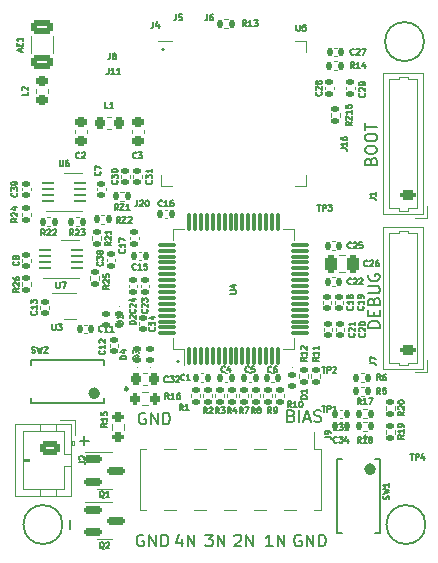
<source format=gbr>
%TF.GenerationSoftware,KiCad,Pcbnew,7.0.6*%
%TF.CreationDate,2024-02-04T23:38:57-08:00*%
%TF.ProjectId,sulu_ads1299,73756c75-5f61-4647-9331-3239392e6b69,rev?*%
%TF.SameCoordinates,Original*%
%TF.FileFunction,Legend,Top*%
%TF.FilePolarity,Positive*%
%FSLAX46Y46*%
G04 Gerber Fmt 4.6, Leading zero omitted, Abs format (unit mm)*
G04 Created by KiCad (PCBNEW 7.0.6) date 2024-02-04 23:38:57*
%MOMM*%
%LPD*%
G01*
G04 APERTURE LIST*
G04 Aperture macros list*
%AMRoundRect*
0 Rectangle with rounded corners*
0 $1 Rounding radius*
0 $2 $3 $4 $5 $6 $7 $8 $9 X,Y pos of 4 corners*
0 Add a 4 corners polygon primitive as box body*
4,1,4,$2,$3,$4,$5,$6,$7,$8,$9,$2,$3,0*
0 Add four circle primitives for the rounded corners*
1,1,$1+$1,$2,$3*
1,1,$1+$1,$4,$5*
1,1,$1+$1,$6,$7*
1,1,$1+$1,$8,$9*
0 Add four rect primitives between the rounded corners*
20,1,$1+$1,$2,$3,$4,$5,0*
20,1,$1+$1,$4,$5,$6,$7,0*
20,1,$1+$1,$6,$7,$8,$9,0*
20,1,$1+$1,$8,$9,$2,$3,0*%
G04 Aperture macros list end*
%ADD10C,0.150000*%
%ADD11C,0.127000*%
%ADD12C,0.120000*%
%ADD13C,0.100000*%
%ADD14C,0.250000*%
%ADD15C,0.500000*%
%ADD16RoundRect,0.218750X0.256250X-0.218750X0.256250X0.218750X-0.256250X0.218750X-0.256250X-0.218750X0*%
%ADD17RoundRect,0.250000X0.650000X-0.325000X0.650000X0.325000X-0.650000X0.325000X-0.650000X-0.325000X0*%
%ADD18RoundRect,0.135000X-0.135000X-0.185000X0.135000X-0.185000X0.135000X0.185000X-0.135000X0.185000X0*%
%ADD19RoundRect,0.135000X0.135000X0.185000X-0.135000X0.185000X-0.135000X-0.185000X0.135000X-0.185000X0*%
%ADD20RoundRect,0.135000X0.185000X-0.135000X0.185000X0.135000X-0.185000X0.135000X-0.185000X-0.135000X0*%
%ADD21RoundRect,0.147500X-0.172500X0.147500X-0.172500X-0.147500X0.172500X-0.147500X0.172500X0.147500X0*%
%ADD22RoundRect,0.140000X-0.170000X0.140000X-0.170000X-0.140000X0.170000X-0.140000X0.170000X0.140000X0*%
%ADD23C,0.762000*%
%ADD24RoundRect,0.140000X-0.140000X-0.170000X0.140000X-0.170000X0.140000X0.170000X-0.140000X0.170000X0*%
%ADD25RoundRect,0.225000X0.250000X-0.225000X0.250000X0.225000X-0.250000X0.225000X-0.250000X-0.225000X0*%
%ADD26RoundRect,0.140000X0.140000X0.170000X-0.140000X0.170000X-0.140000X-0.170000X0.140000X-0.170000X0*%
%ADD27R,0.760000X1.270000*%
%ADD28RoundRect,0.250000X-0.625000X0.350000X-0.625000X-0.350000X0.625000X-0.350000X0.625000X0.350000X0*%
%ADD29O,1.750000X1.200000*%
%ADD30RoundRect,0.200000X0.450000X-0.200000X0.450000X0.200000X-0.450000X0.200000X-0.450000X-0.200000X0*%
%ADD31O,1.300000X0.800000*%
%ADD32RoundRect,0.200000X0.200000X0.275000X-0.200000X0.275000X-0.200000X-0.275000X0.200000X-0.275000X0*%
%ADD33O,0.800000X0.200000*%
%ADD34O,0.200000X0.800000*%
%ADD35C,0.568750*%
%ADD36R,1.137500X1.137500*%
%ADD37RoundRect,0.200000X0.275000X-0.200000X0.275000X0.200000X-0.275000X0.200000X-0.275000X-0.200000X0*%
%ADD38RoundRect,0.135000X-0.185000X0.135000X-0.185000X-0.135000X0.185000X-0.135000X0.185000X0.135000X0*%
%ADD39RoundRect,0.062500X-0.425000X-0.062500X0.425000X-0.062500X0.425000X0.062500X-0.425000X0.062500X0*%
%ADD40R,1.200000X2.000000*%
%ADD41R,1.270000X0.760000*%
%ADD42RoundRect,0.218750X-0.218750X-0.256250X0.218750X-0.256250X0.218750X0.256250X-0.218750X0.256250X0*%
%ADD43R,1.000000X3.150000*%
%ADD44RoundRect,0.147500X0.172500X-0.147500X0.172500X0.147500X-0.172500X0.147500X-0.172500X-0.147500X0*%
%ADD45RoundRect,0.150000X-0.587500X-0.150000X0.587500X-0.150000X0.587500X0.150000X-0.587500X0.150000X0*%
%ADD46RoundRect,0.075000X0.075000X-0.662500X0.075000X0.662500X-0.075000X0.662500X-0.075000X-0.662500X0*%
%ADD47RoundRect,0.075000X0.662500X-0.075000X0.662500X0.075000X-0.662500X0.075000X-0.662500X-0.075000X0*%
%ADD48RoundRect,0.225000X0.225000X0.250000X-0.225000X0.250000X-0.225000X-0.250000X0.225000X-0.250000X0*%
%ADD49RoundRect,0.140000X0.170000X-0.140000X0.170000X0.140000X-0.170000X0.140000X-0.170000X-0.140000X0*%
%ADD50R,0.500000X0.250000*%
%ADD51R,0.900000X1.600000*%
%ADD52RoundRect,0.250000X-0.250000X-0.475000X0.250000X-0.475000X0.250000X0.475000X-0.250000X0.475000X0*%
G04 APERTURE END LIST*
D10*
X119761000Y-53340000D02*
G75*
G03*
X119761000Y-53340000I-1651000J0D01*
G01*
X119888000Y-94234000D02*
G75*
G03*
X119888000Y-94234000I-1651000J0D01*
G01*
X89154000Y-94234000D02*
G75*
G03*
X89154000Y-94234000I-1651000J0D01*
G01*
D11*
X106949904Y-96087015D02*
X106378476Y-96087015D01*
X106664190Y-96087015D02*
X106664190Y-95087015D01*
X106664190Y-95087015D02*
X106568952Y-95229872D01*
X106568952Y-95229872D02*
X106473714Y-95325110D01*
X106473714Y-95325110D02*
X106378476Y-95372729D01*
X107378476Y-96087015D02*
X107378476Y-95087015D01*
X107378476Y-95087015D02*
X107949904Y-96087015D01*
X107949904Y-96087015D02*
X107949904Y-95087015D01*
X97663000Y-53954776D02*
X97710619Y-54002396D01*
X97710619Y-54002396D02*
X97663000Y-54050015D01*
X97663000Y-54050015D02*
X97615381Y-54002396D01*
X97615381Y-54002396D02*
X97663000Y-53954776D01*
X97663000Y-53954776D02*
X97663000Y-54050015D01*
X99234666Y-95420348D02*
X99234666Y-96087015D01*
X98996571Y-95039396D02*
X98758476Y-95753681D01*
X98758476Y-95753681D02*
X99377523Y-95753681D01*
X99758476Y-96087015D02*
X99758476Y-95087015D01*
X99758476Y-95087015D02*
X100329904Y-96087015D01*
X100329904Y-96087015D02*
X100329904Y-95087015D01*
X108529571Y-85022205D02*
X108672428Y-85069824D01*
X108672428Y-85069824D02*
X108720047Y-85117443D01*
X108720047Y-85117443D02*
X108767666Y-85212681D01*
X108767666Y-85212681D02*
X108767666Y-85355538D01*
X108767666Y-85355538D02*
X108720047Y-85450776D01*
X108720047Y-85450776D02*
X108672428Y-85498396D01*
X108672428Y-85498396D02*
X108577190Y-85546015D01*
X108577190Y-85546015D02*
X108196238Y-85546015D01*
X108196238Y-85546015D02*
X108196238Y-84546015D01*
X108196238Y-84546015D02*
X108529571Y-84546015D01*
X108529571Y-84546015D02*
X108624809Y-84593634D01*
X108624809Y-84593634D02*
X108672428Y-84641253D01*
X108672428Y-84641253D02*
X108720047Y-84736491D01*
X108720047Y-84736491D02*
X108720047Y-84831729D01*
X108720047Y-84831729D02*
X108672428Y-84926967D01*
X108672428Y-84926967D02*
X108624809Y-84974586D01*
X108624809Y-84974586D02*
X108529571Y-85022205D01*
X108529571Y-85022205D02*
X108196238Y-85022205D01*
X109196238Y-85546015D02*
X109196238Y-84546015D01*
X109624809Y-85260300D02*
X110100999Y-85260300D01*
X109529571Y-85546015D02*
X109862904Y-84546015D01*
X109862904Y-84546015D02*
X110196237Y-85546015D01*
X110481952Y-85498396D02*
X110624809Y-85546015D01*
X110624809Y-85546015D02*
X110862904Y-85546015D01*
X110862904Y-85546015D02*
X110958142Y-85498396D01*
X110958142Y-85498396D02*
X111005761Y-85450776D01*
X111005761Y-85450776D02*
X111053380Y-85355538D01*
X111053380Y-85355538D02*
X111053380Y-85260300D01*
X111053380Y-85260300D02*
X111005761Y-85165062D01*
X111005761Y-85165062D02*
X110958142Y-85117443D01*
X110958142Y-85117443D02*
X110862904Y-85069824D01*
X110862904Y-85069824D02*
X110672428Y-85022205D01*
X110672428Y-85022205D02*
X110577190Y-84974586D01*
X110577190Y-84974586D02*
X110529571Y-84926967D01*
X110529571Y-84926967D02*
X110481952Y-84831729D01*
X110481952Y-84831729D02*
X110481952Y-84736491D01*
X110481952Y-84736491D02*
X110529571Y-84641253D01*
X110529571Y-84641253D02*
X110577190Y-84593634D01*
X110577190Y-84593634D02*
X110672428Y-84546015D01*
X110672428Y-84546015D02*
X110910523Y-84546015D01*
X110910523Y-84546015D02*
X111053380Y-84593634D01*
X98933000Y-80370776D02*
X98980619Y-80418396D01*
X98980619Y-80418396D02*
X98933000Y-80466015D01*
X98933000Y-80466015D02*
X98885381Y-80418396D01*
X98885381Y-80418396D02*
X98933000Y-80370776D01*
X98933000Y-80370776D02*
X98933000Y-80466015D01*
X115248205Y-63460142D02*
X115295824Y-63317285D01*
X115295824Y-63317285D02*
X115343443Y-63269666D01*
X115343443Y-63269666D02*
X115438681Y-63222047D01*
X115438681Y-63222047D02*
X115581538Y-63222047D01*
X115581538Y-63222047D02*
X115676776Y-63269666D01*
X115676776Y-63269666D02*
X115724396Y-63317285D01*
X115724396Y-63317285D02*
X115772015Y-63412523D01*
X115772015Y-63412523D02*
X115772015Y-63793475D01*
X115772015Y-63793475D02*
X114772015Y-63793475D01*
X114772015Y-63793475D02*
X114772015Y-63460142D01*
X114772015Y-63460142D02*
X114819634Y-63364904D01*
X114819634Y-63364904D02*
X114867253Y-63317285D01*
X114867253Y-63317285D02*
X114962491Y-63269666D01*
X114962491Y-63269666D02*
X115057729Y-63269666D01*
X115057729Y-63269666D02*
X115152967Y-63317285D01*
X115152967Y-63317285D02*
X115200586Y-63364904D01*
X115200586Y-63364904D02*
X115248205Y-63460142D01*
X115248205Y-63460142D02*
X115248205Y-63793475D01*
X114772015Y-62602999D02*
X114772015Y-62412523D01*
X114772015Y-62412523D02*
X114819634Y-62317285D01*
X114819634Y-62317285D02*
X114914872Y-62222047D01*
X114914872Y-62222047D02*
X115105348Y-62174428D01*
X115105348Y-62174428D02*
X115438681Y-62174428D01*
X115438681Y-62174428D02*
X115629157Y-62222047D01*
X115629157Y-62222047D02*
X115724396Y-62317285D01*
X115724396Y-62317285D02*
X115772015Y-62412523D01*
X115772015Y-62412523D02*
X115772015Y-62602999D01*
X115772015Y-62602999D02*
X115724396Y-62698237D01*
X115724396Y-62698237D02*
X115629157Y-62793475D01*
X115629157Y-62793475D02*
X115438681Y-62841094D01*
X115438681Y-62841094D02*
X115105348Y-62841094D01*
X115105348Y-62841094D02*
X114914872Y-62793475D01*
X114914872Y-62793475D02*
X114819634Y-62698237D01*
X114819634Y-62698237D02*
X114772015Y-62602999D01*
X114772015Y-61555380D02*
X114772015Y-61364904D01*
X114772015Y-61364904D02*
X114819634Y-61269666D01*
X114819634Y-61269666D02*
X114914872Y-61174428D01*
X114914872Y-61174428D02*
X115105348Y-61126809D01*
X115105348Y-61126809D02*
X115438681Y-61126809D01*
X115438681Y-61126809D02*
X115629157Y-61174428D01*
X115629157Y-61174428D02*
X115724396Y-61269666D01*
X115724396Y-61269666D02*
X115772015Y-61364904D01*
X115772015Y-61364904D02*
X115772015Y-61555380D01*
X115772015Y-61555380D02*
X115724396Y-61650618D01*
X115724396Y-61650618D02*
X115629157Y-61745856D01*
X115629157Y-61745856D02*
X115438681Y-61793475D01*
X115438681Y-61793475D02*
X115105348Y-61793475D01*
X115105348Y-61793475D02*
X114914872Y-61745856D01*
X114914872Y-61745856D02*
X114819634Y-61650618D01*
X114819634Y-61650618D02*
X114772015Y-61555380D01*
X114772015Y-60841094D02*
X114772015Y-60269666D01*
X115772015Y-60555380D02*
X114772015Y-60555380D01*
X96164495Y-84796834D02*
X96069257Y-84749215D01*
X96069257Y-84749215D02*
X95926400Y-84749215D01*
X95926400Y-84749215D02*
X95783543Y-84796834D01*
X95783543Y-84796834D02*
X95688305Y-84892072D01*
X95688305Y-84892072D02*
X95640686Y-84987310D01*
X95640686Y-84987310D02*
X95593067Y-85177786D01*
X95593067Y-85177786D02*
X95593067Y-85320643D01*
X95593067Y-85320643D02*
X95640686Y-85511119D01*
X95640686Y-85511119D02*
X95688305Y-85606357D01*
X95688305Y-85606357D02*
X95783543Y-85701596D01*
X95783543Y-85701596D02*
X95926400Y-85749215D01*
X95926400Y-85749215D02*
X96021638Y-85749215D01*
X96021638Y-85749215D02*
X96164495Y-85701596D01*
X96164495Y-85701596D02*
X96212114Y-85653976D01*
X96212114Y-85653976D02*
X96212114Y-85320643D01*
X96212114Y-85320643D02*
X96021638Y-85320643D01*
X96640686Y-85749215D02*
X96640686Y-84749215D01*
X96640686Y-84749215D02*
X97212114Y-85749215D01*
X97212114Y-85749215D02*
X97212114Y-84749215D01*
X97688305Y-85749215D02*
X97688305Y-84749215D01*
X97688305Y-84749215D02*
X97926400Y-84749215D01*
X97926400Y-84749215D02*
X98069257Y-84796834D01*
X98069257Y-84796834D02*
X98164495Y-84892072D01*
X98164495Y-84892072D02*
X98212114Y-84987310D01*
X98212114Y-84987310D02*
X98259733Y-85177786D01*
X98259733Y-85177786D02*
X98259733Y-85320643D01*
X98259733Y-85320643D02*
X98212114Y-85511119D01*
X98212114Y-85511119D02*
X98164495Y-85606357D01*
X98164495Y-85606357D02*
X98069257Y-85701596D01*
X98069257Y-85701596D02*
X97926400Y-85749215D01*
X97926400Y-85749215D02*
X97688305Y-85749215D01*
X103711476Y-95182253D02*
X103759095Y-95134634D01*
X103759095Y-95134634D02*
X103854333Y-95087015D01*
X103854333Y-95087015D02*
X104092428Y-95087015D01*
X104092428Y-95087015D02*
X104187666Y-95134634D01*
X104187666Y-95134634D02*
X104235285Y-95182253D01*
X104235285Y-95182253D02*
X104282904Y-95277491D01*
X104282904Y-95277491D02*
X104282904Y-95372729D01*
X104282904Y-95372729D02*
X104235285Y-95515586D01*
X104235285Y-95515586D02*
X103663857Y-96087015D01*
X103663857Y-96087015D02*
X104282904Y-96087015D01*
X104711476Y-96087015D02*
X104711476Y-95087015D01*
X104711476Y-95087015D02*
X105282904Y-96087015D01*
X105282904Y-96087015D02*
X105282904Y-95087015D01*
X116026015Y-77549094D02*
X115026015Y-77549094D01*
X115026015Y-77549094D02*
X115026015Y-77310999D01*
X115026015Y-77310999D02*
X115073634Y-77168142D01*
X115073634Y-77168142D02*
X115168872Y-77072904D01*
X115168872Y-77072904D02*
X115264110Y-77025285D01*
X115264110Y-77025285D02*
X115454586Y-76977666D01*
X115454586Y-76977666D02*
X115597443Y-76977666D01*
X115597443Y-76977666D02*
X115787919Y-77025285D01*
X115787919Y-77025285D02*
X115883157Y-77072904D01*
X115883157Y-77072904D02*
X115978396Y-77168142D01*
X115978396Y-77168142D02*
X116026015Y-77310999D01*
X116026015Y-77310999D02*
X116026015Y-77549094D01*
X115502205Y-76549094D02*
X115502205Y-76215761D01*
X116026015Y-76072904D02*
X116026015Y-76549094D01*
X116026015Y-76549094D02*
X115026015Y-76549094D01*
X115026015Y-76549094D02*
X115026015Y-76072904D01*
X115502205Y-75310999D02*
X115549824Y-75168142D01*
X115549824Y-75168142D02*
X115597443Y-75120523D01*
X115597443Y-75120523D02*
X115692681Y-75072904D01*
X115692681Y-75072904D02*
X115835538Y-75072904D01*
X115835538Y-75072904D02*
X115930776Y-75120523D01*
X115930776Y-75120523D02*
X115978396Y-75168142D01*
X115978396Y-75168142D02*
X116026015Y-75263380D01*
X116026015Y-75263380D02*
X116026015Y-75644332D01*
X116026015Y-75644332D02*
X115026015Y-75644332D01*
X115026015Y-75644332D02*
X115026015Y-75310999D01*
X115026015Y-75310999D02*
X115073634Y-75215761D01*
X115073634Y-75215761D02*
X115121253Y-75168142D01*
X115121253Y-75168142D02*
X115216491Y-75120523D01*
X115216491Y-75120523D02*
X115311729Y-75120523D01*
X115311729Y-75120523D02*
X115406967Y-75168142D01*
X115406967Y-75168142D02*
X115454586Y-75215761D01*
X115454586Y-75215761D02*
X115502205Y-75310999D01*
X115502205Y-75310999D02*
X115502205Y-75644332D01*
X115026015Y-74644332D02*
X115835538Y-74644332D01*
X115835538Y-74644332D02*
X115930776Y-74596713D01*
X115930776Y-74596713D02*
X115978396Y-74549094D01*
X115978396Y-74549094D02*
X116026015Y-74453856D01*
X116026015Y-74453856D02*
X116026015Y-74263380D01*
X116026015Y-74263380D02*
X115978396Y-74168142D01*
X115978396Y-74168142D02*
X115930776Y-74120523D01*
X115930776Y-74120523D02*
X115835538Y-74072904D01*
X115835538Y-74072904D02*
X115026015Y-74072904D01*
X115073634Y-73072904D02*
X115026015Y-73168142D01*
X115026015Y-73168142D02*
X115026015Y-73310999D01*
X115026015Y-73310999D02*
X115073634Y-73453856D01*
X115073634Y-73453856D02*
X115168872Y-73549094D01*
X115168872Y-73549094D02*
X115264110Y-73596713D01*
X115264110Y-73596713D02*
X115454586Y-73644332D01*
X115454586Y-73644332D02*
X115597443Y-73644332D01*
X115597443Y-73644332D02*
X115787919Y-73596713D01*
X115787919Y-73596713D02*
X115883157Y-73549094D01*
X115883157Y-73549094D02*
X115978396Y-73453856D01*
X115978396Y-73453856D02*
X116026015Y-73310999D01*
X116026015Y-73310999D02*
X116026015Y-73215761D01*
X116026015Y-73215761D02*
X115978396Y-73072904D01*
X115978396Y-73072904D02*
X115930776Y-73025285D01*
X115930776Y-73025285D02*
X115597443Y-73025285D01*
X115597443Y-73025285D02*
X115597443Y-73215761D01*
X89813262Y-94640351D02*
X89813262Y-93878447D01*
X101250857Y-95087015D02*
X101869904Y-95087015D01*
X101869904Y-95087015D02*
X101536571Y-95467967D01*
X101536571Y-95467967D02*
X101679428Y-95467967D01*
X101679428Y-95467967D02*
X101774666Y-95515586D01*
X101774666Y-95515586D02*
X101822285Y-95563205D01*
X101822285Y-95563205D02*
X101869904Y-95658443D01*
X101869904Y-95658443D02*
X101869904Y-95896538D01*
X101869904Y-95896538D02*
X101822285Y-95991776D01*
X101822285Y-95991776D02*
X101774666Y-96039396D01*
X101774666Y-96039396D02*
X101679428Y-96087015D01*
X101679428Y-96087015D02*
X101393714Y-96087015D01*
X101393714Y-96087015D02*
X101298476Y-96039396D01*
X101298476Y-96039396D02*
X101250857Y-95991776D01*
X102298476Y-96087015D02*
X102298476Y-95087015D01*
X102298476Y-95087015D02*
X102869904Y-96087015D01*
X102869904Y-96087015D02*
X102869904Y-95087015D01*
X96012095Y-95134634D02*
X95916857Y-95087015D01*
X95916857Y-95087015D02*
X95774000Y-95087015D01*
X95774000Y-95087015D02*
X95631143Y-95134634D01*
X95631143Y-95134634D02*
X95535905Y-95229872D01*
X95535905Y-95229872D02*
X95488286Y-95325110D01*
X95488286Y-95325110D02*
X95440667Y-95515586D01*
X95440667Y-95515586D02*
X95440667Y-95658443D01*
X95440667Y-95658443D02*
X95488286Y-95848919D01*
X95488286Y-95848919D02*
X95535905Y-95944157D01*
X95535905Y-95944157D02*
X95631143Y-96039396D01*
X95631143Y-96039396D02*
X95774000Y-96087015D01*
X95774000Y-96087015D02*
X95869238Y-96087015D01*
X95869238Y-96087015D02*
X96012095Y-96039396D01*
X96012095Y-96039396D02*
X96059714Y-95991776D01*
X96059714Y-95991776D02*
X96059714Y-95658443D01*
X96059714Y-95658443D02*
X95869238Y-95658443D01*
X96488286Y-96087015D02*
X96488286Y-95087015D01*
X96488286Y-95087015D02*
X97059714Y-96087015D01*
X97059714Y-96087015D02*
X97059714Y-95087015D01*
X97535905Y-96087015D02*
X97535905Y-95087015D01*
X97535905Y-95087015D02*
X97774000Y-95087015D01*
X97774000Y-95087015D02*
X97916857Y-95134634D01*
X97916857Y-95134634D02*
X98012095Y-95229872D01*
X98012095Y-95229872D02*
X98059714Y-95325110D01*
X98059714Y-95325110D02*
X98107333Y-95515586D01*
X98107333Y-95515586D02*
X98107333Y-95658443D01*
X98107333Y-95658443D02*
X98059714Y-95848919D01*
X98059714Y-95848919D02*
X98012095Y-95944157D01*
X98012095Y-95944157D02*
X97916857Y-96039396D01*
X97916857Y-96039396D02*
X97774000Y-96087015D01*
X97774000Y-96087015D02*
X97535905Y-96087015D01*
X109347095Y-95134634D02*
X109251857Y-95087015D01*
X109251857Y-95087015D02*
X109109000Y-95087015D01*
X109109000Y-95087015D02*
X108966143Y-95134634D01*
X108966143Y-95134634D02*
X108870905Y-95229872D01*
X108870905Y-95229872D02*
X108823286Y-95325110D01*
X108823286Y-95325110D02*
X108775667Y-95515586D01*
X108775667Y-95515586D02*
X108775667Y-95658443D01*
X108775667Y-95658443D02*
X108823286Y-95848919D01*
X108823286Y-95848919D02*
X108870905Y-95944157D01*
X108870905Y-95944157D02*
X108966143Y-96039396D01*
X108966143Y-96039396D02*
X109109000Y-96087015D01*
X109109000Y-96087015D02*
X109204238Y-96087015D01*
X109204238Y-96087015D02*
X109347095Y-96039396D01*
X109347095Y-96039396D02*
X109394714Y-95991776D01*
X109394714Y-95991776D02*
X109394714Y-95658443D01*
X109394714Y-95658443D02*
X109204238Y-95658443D01*
X109823286Y-96087015D02*
X109823286Y-95087015D01*
X109823286Y-95087015D02*
X110394714Y-96087015D01*
X110394714Y-96087015D02*
X110394714Y-95087015D01*
X110870905Y-96087015D02*
X110870905Y-95087015D01*
X110870905Y-95087015D02*
X111109000Y-95087015D01*
X111109000Y-95087015D02*
X111251857Y-95134634D01*
X111251857Y-95134634D02*
X111347095Y-95229872D01*
X111347095Y-95229872D02*
X111394714Y-95325110D01*
X111394714Y-95325110D02*
X111442333Y-95515586D01*
X111442333Y-95515586D02*
X111442333Y-95658443D01*
X111442333Y-95658443D02*
X111394714Y-95848919D01*
X111394714Y-95848919D02*
X111347095Y-95944157D01*
X111347095Y-95944157D02*
X111251857Y-96039396D01*
X111251857Y-96039396D02*
X111109000Y-96087015D01*
X111109000Y-96087015D02*
X110870905Y-96087015D01*
X90627248Y-87146262D02*
X91389153Y-87146262D01*
X91008200Y-87527215D02*
X91008200Y-86765310D01*
X86225206Y-57590266D02*
X86225206Y-57832171D01*
X86225206Y-57832171D02*
X85717206Y-57832171D01*
X85765587Y-57445124D02*
X85741396Y-57420933D01*
X85741396Y-57420933D02*
X85717206Y-57372552D01*
X85717206Y-57372552D02*
X85717206Y-57251600D01*
X85717206Y-57251600D02*
X85741396Y-57203219D01*
X85741396Y-57203219D02*
X85765587Y-57179028D01*
X85765587Y-57179028D02*
X85813968Y-57154838D01*
X85813968Y-57154838D02*
X85862349Y-57154838D01*
X85862349Y-57154838D02*
X85934920Y-57179028D01*
X85934920Y-57179028D02*
X86225206Y-57469314D01*
X86225206Y-57469314D02*
X86225206Y-57154838D01*
X85634663Y-54186667D02*
X85634663Y-53944762D01*
X85779806Y-54235048D02*
X85271806Y-54065714D01*
X85271806Y-54065714D02*
X85779806Y-53896381D01*
X85513711Y-53727047D02*
X85513711Y-53557714D01*
X85779806Y-53485142D02*
X85779806Y-53727047D01*
X85779806Y-53727047D02*
X85271806Y-53727047D01*
X85271806Y-53727047D02*
X85271806Y-53485142D01*
X85779806Y-53001333D02*
X85779806Y-53291619D01*
X85779806Y-53146476D02*
X85271806Y-53146476D01*
X85271806Y-53146476D02*
X85344377Y-53194857D01*
X85344377Y-53194857D02*
X85392758Y-53243238D01*
X85392758Y-53243238D02*
X85416949Y-53291619D01*
X93882028Y-67640006D02*
X93712694Y-67398101D01*
X93591742Y-67640006D02*
X93591742Y-67132006D01*
X93591742Y-67132006D02*
X93785266Y-67132006D01*
X93785266Y-67132006D02*
X93833647Y-67156196D01*
X93833647Y-67156196D02*
X93857837Y-67180387D01*
X93857837Y-67180387D02*
X93882028Y-67228768D01*
X93882028Y-67228768D02*
X93882028Y-67301339D01*
X93882028Y-67301339D02*
X93857837Y-67349720D01*
X93857837Y-67349720D02*
X93833647Y-67373911D01*
X93833647Y-67373911D02*
X93785266Y-67398101D01*
X93785266Y-67398101D02*
X93591742Y-67398101D01*
X94051361Y-67132006D02*
X94390028Y-67132006D01*
X94390028Y-67132006D02*
X94051361Y-67640006D01*
X94051361Y-67640006D02*
X94390028Y-67640006D01*
X94849647Y-67640006D02*
X94559361Y-67640006D01*
X94704504Y-67640006D02*
X94704504Y-67132006D01*
X94704504Y-67132006D02*
X94656123Y-67204577D01*
X94656123Y-67204577D02*
X94607742Y-67252958D01*
X94607742Y-67252958D02*
X94559361Y-67277149D01*
X114430628Y-87301206D02*
X114261294Y-87059301D01*
X114140342Y-87301206D02*
X114140342Y-86793206D01*
X114140342Y-86793206D02*
X114333866Y-86793206D01*
X114333866Y-86793206D02*
X114382247Y-86817396D01*
X114382247Y-86817396D02*
X114406437Y-86841587D01*
X114406437Y-86841587D02*
X114430628Y-86889968D01*
X114430628Y-86889968D02*
X114430628Y-86962539D01*
X114430628Y-86962539D02*
X114406437Y-87010920D01*
X114406437Y-87010920D02*
X114382247Y-87035111D01*
X114382247Y-87035111D02*
X114333866Y-87059301D01*
X114333866Y-87059301D02*
X114140342Y-87059301D01*
X114914437Y-87301206D02*
X114624151Y-87301206D01*
X114769294Y-87301206D02*
X114769294Y-86793206D01*
X114769294Y-86793206D02*
X114720913Y-86865777D01*
X114720913Y-86865777D02*
X114672532Y-86914158D01*
X114672532Y-86914158D02*
X114624151Y-86938349D01*
X115204723Y-87010920D02*
X115156342Y-86986730D01*
X115156342Y-86986730D02*
X115132152Y-86962539D01*
X115132152Y-86962539D02*
X115107961Y-86914158D01*
X115107961Y-86914158D02*
X115107961Y-86889968D01*
X115107961Y-86889968D02*
X115132152Y-86841587D01*
X115132152Y-86841587D02*
X115156342Y-86817396D01*
X115156342Y-86817396D02*
X115204723Y-86793206D01*
X115204723Y-86793206D02*
X115301485Y-86793206D01*
X115301485Y-86793206D02*
X115349866Y-86817396D01*
X115349866Y-86817396D02*
X115374057Y-86841587D01*
X115374057Y-86841587D02*
X115398247Y-86889968D01*
X115398247Y-86889968D02*
X115398247Y-86914158D01*
X115398247Y-86914158D02*
X115374057Y-86962539D01*
X115374057Y-86962539D02*
X115349866Y-86986730D01*
X115349866Y-86986730D02*
X115301485Y-87010920D01*
X115301485Y-87010920D02*
X115204723Y-87010920D01*
X115204723Y-87010920D02*
X115156342Y-87035111D01*
X115156342Y-87035111D02*
X115132152Y-87059301D01*
X115132152Y-87059301D02*
X115107961Y-87107682D01*
X115107961Y-87107682D02*
X115107961Y-87204444D01*
X115107961Y-87204444D02*
X115132152Y-87252825D01*
X115132152Y-87252825D02*
X115156342Y-87277016D01*
X115156342Y-87277016D02*
X115204723Y-87301206D01*
X115204723Y-87301206D02*
X115301485Y-87301206D01*
X115301485Y-87301206D02*
X115349866Y-87277016D01*
X115349866Y-87277016D02*
X115374057Y-87252825D01*
X115374057Y-87252825D02*
X115398247Y-87204444D01*
X115398247Y-87204444D02*
X115398247Y-87107682D01*
X115398247Y-87107682D02*
X115374057Y-87059301D01*
X115374057Y-87059301D02*
X115349866Y-87035111D01*
X115349866Y-87035111D02*
X115301485Y-87010920D01*
X85343806Y-68296971D02*
X85101901Y-68466305D01*
X85343806Y-68587257D02*
X84835806Y-68587257D01*
X84835806Y-68587257D02*
X84835806Y-68393733D01*
X84835806Y-68393733D02*
X84859996Y-68345352D01*
X84859996Y-68345352D02*
X84884187Y-68321162D01*
X84884187Y-68321162D02*
X84932568Y-68296971D01*
X84932568Y-68296971D02*
X85005139Y-68296971D01*
X85005139Y-68296971D02*
X85053520Y-68321162D01*
X85053520Y-68321162D02*
X85077711Y-68345352D01*
X85077711Y-68345352D02*
X85101901Y-68393733D01*
X85101901Y-68393733D02*
X85101901Y-68587257D01*
X84884187Y-68103448D02*
X84859996Y-68079257D01*
X84859996Y-68079257D02*
X84835806Y-68030876D01*
X84835806Y-68030876D02*
X84835806Y-67909924D01*
X84835806Y-67909924D02*
X84859996Y-67861543D01*
X84859996Y-67861543D02*
X84884187Y-67837352D01*
X84884187Y-67837352D02*
X84932568Y-67813162D01*
X84932568Y-67813162D02*
X84980949Y-67813162D01*
X84980949Y-67813162D02*
X85053520Y-67837352D01*
X85053520Y-67837352D02*
X85343806Y-68127638D01*
X85343806Y-68127638D02*
X85343806Y-67813162D01*
X85005139Y-67377733D02*
X85343806Y-67377733D01*
X84811616Y-67498685D02*
X85174473Y-67619638D01*
X85174473Y-67619638D02*
X85174473Y-67305161D01*
X109829406Y-83559952D02*
X109321406Y-83559952D01*
X109321406Y-83559952D02*
X109321406Y-83439000D01*
X109321406Y-83439000D02*
X109345596Y-83366428D01*
X109345596Y-83366428D02*
X109393977Y-83318047D01*
X109393977Y-83318047D02*
X109442358Y-83293857D01*
X109442358Y-83293857D02*
X109539120Y-83269666D01*
X109539120Y-83269666D02*
X109611692Y-83269666D01*
X109611692Y-83269666D02*
X109708454Y-83293857D01*
X109708454Y-83293857D02*
X109756835Y-83318047D01*
X109756835Y-83318047D02*
X109805216Y-83366428D01*
X109805216Y-83366428D02*
X109829406Y-83439000D01*
X109829406Y-83439000D02*
X109829406Y-83559952D01*
X109829406Y-82785857D02*
X109829406Y-83076143D01*
X109829406Y-82931000D02*
X109321406Y-82931000D01*
X109321406Y-82931000D02*
X109393977Y-82979381D01*
X109393977Y-82979381D02*
X109442358Y-83027762D01*
X109442358Y-83027762D02*
X109466549Y-83076143D01*
X113718025Y-75764571D02*
X113742216Y-75788762D01*
X113742216Y-75788762D02*
X113766406Y-75861333D01*
X113766406Y-75861333D02*
X113766406Y-75909714D01*
X113766406Y-75909714D02*
X113742216Y-75982286D01*
X113742216Y-75982286D02*
X113693835Y-76030667D01*
X113693835Y-76030667D02*
X113645454Y-76054857D01*
X113645454Y-76054857D02*
X113548692Y-76079048D01*
X113548692Y-76079048D02*
X113476120Y-76079048D01*
X113476120Y-76079048D02*
X113379358Y-76054857D01*
X113379358Y-76054857D02*
X113330977Y-76030667D01*
X113330977Y-76030667D02*
X113282596Y-75982286D01*
X113282596Y-75982286D02*
X113258406Y-75909714D01*
X113258406Y-75909714D02*
X113258406Y-75861333D01*
X113258406Y-75861333D02*
X113282596Y-75788762D01*
X113282596Y-75788762D02*
X113306787Y-75764571D01*
X113766406Y-75280762D02*
X113766406Y-75571048D01*
X113766406Y-75425905D02*
X113258406Y-75425905D01*
X113258406Y-75425905D02*
X113330977Y-75474286D01*
X113330977Y-75474286D02*
X113379358Y-75522667D01*
X113379358Y-75522667D02*
X113403549Y-75571048D01*
X113476120Y-74990476D02*
X113451930Y-75038857D01*
X113451930Y-75038857D02*
X113427739Y-75063047D01*
X113427739Y-75063047D02*
X113379358Y-75087238D01*
X113379358Y-75087238D02*
X113355168Y-75087238D01*
X113355168Y-75087238D02*
X113306787Y-75063047D01*
X113306787Y-75063047D02*
X113282596Y-75038857D01*
X113282596Y-75038857D02*
X113258406Y-74990476D01*
X113258406Y-74990476D02*
X113258406Y-74893714D01*
X113258406Y-74893714D02*
X113282596Y-74845333D01*
X113282596Y-74845333D02*
X113306787Y-74821142D01*
X113306787Y-74821142D02*
X113355168Y-74796952D01*
X113355168Y-74796952D02*
X113379358Y-74796952D01*
X113379358Y-74796952D02*
X113427739Y-74821142D01*
X113427739Y-74821142D02*
X113451930Y-74845333D01*
X113451930Y-74845333D02*
X113476120Y-74893714D01*
X113476120Y-74893714D02*
X113476120Y-74990476D01*
X113476120Y-74990476D02*
X113500311Y-75038857D01*
X113500311Y-75038857D02*
X113524501Y-75063047D01*
X113524501Y-75063047D02*
X113572882Y-75087238D01*
X113572882Y-75087238D02*
X113669644Y-75087238D01*
X113669644Y-75087238D02*
X113718025Y-75063047D01*
X113718025Y-75063047D02*
X113742216Y-75038857D01*
X113742216Y-75038857D02*
X113766406Y-74990476D01*
X113766406Y-74990476D02*
X113766406Y-74893714D01*
X113766406Y-74893714D02*
X113742216Y-74845333D01*
X113742216Y-74845333D02*
X113718025Y-74821142D01*
X113718025Y-74821142D02*
X113669644Y-74796952D01*
X113669644Y-74796952D02*
X113572882Y-74796952D01*
X113572882Y-74796952D02*
X113524501Y-74821142D01*
X113524501Y-74821142D02*
X113500311Y-74845333D01*
X113500311Y-74845333D02*
X113476120Y-74893714D01*
X92331225Y-64346666D02*
X92355416Y-64370857D01*
X92355416Y-64370857D02*
X92379606Y-64443428D01*
X92379606Y-64443428D02*
X92379606Y-64491809D01*
X92379606Y-64491809D02*
X92355416Y-64564381D01*
X92355416Y-64564381D02*
X92307035Y-64612762D01*
X92307035Y-64612762D02*
X92258654Y-64636952D01*
X92258654Y-64636952D02*
X92161892Y-64661143D01*
X92161892Y-64661143D02*
X92089320Y-64661143D01*
X92089320Y-64661143D02*
X91992558Y-64636952D01*
X91992558Y-64636952D02*
X91944177Y-64612762D01*
X91944177Y-64612762D02*
X91895796Y-64564381D01*
X91895796Y-64564381D02*
X91871606Y-64491809D01*
X91871606Y-64491809D02*
X91871606Y-64443428D01*
X91871606Y-64443428D02*
X91895796Y-64370857D01*
X91895796Y-64370857D02*
X91919987Y-64346666D01*
X91871606Y-64177333D02*
X91871606Y-63838666D01*
X91871606Y-63838666D02*
X92379606Y-64056381D01*
X90072028Y-69748206D02*
X89902694Y-69506301D01*
X89781742Y-69748206D02*
X89781742Y-69240206D01*
X89781742Y-69240206D02*
X89975266Y-69240206D01*
X89975266Y-69240206D02*
X90023647Y-69264396D01*
X90023647Y-69264396D02*
X90047837Y-69288587D01*
X90047837Y-69288587D02*
X90072028Y-69336968D01*
X90072028Y-69336968D02*
X90072028Y-69409539D01*
X90072028Y-69409539D02*
X90047837Y-69457920D01*
X90047837Y-69457920D02*
X90023647Y-69482111D01*
X90023647Y-69482111D02*
X89975266Y-69506301D01*
X89975266Y-69506301D02*
X89781742Y-69506301D01*
X90265551Y-69288587D02*
X90289742Y-69264396D01*
X90289742Y-69264396D02*
X90338123Y-69240206D01*
X90338123Y-69240206D02*
X90459075Y-69240206D01*
X90459075Y-69240206D02*
X90507456Y-69264396D01*
X90507456Y-69264396D02*
X90531647Y-69288587D01*
X90531647Y-69288587D02*
X90555837Y-69336968D01*
X90555837Y-69336968D02*
X90555837Y-69385349D01*
X90555837Y-69385349D02*
X90531647Y-69457920D01*
X90531647Y-69457920D02*
X90241361Y-69748206D01*
X90241361Y-69748206D02*
X90555837Y-69748206D01*
X90725171Y-69240206D02*
X91039647Y-69240206D01*
X91039647Y-69240206D02*
X90870314Y-69433730D01*
X90870314Y-69433730D02*
X90942885Y-69433730D01*
X90942885Y-69433730D02*
X90991266Y-69457920D01*
X90991266Y-69457920D02*
X91015457Y-69482111D01*
X91015457Y-69482111D02*
X91039647Y-69530492D01*
X91039647Y-69530492D02*
X91039647Y-69651444D01*
X91039647Y-69651444D02*
X91015457Y-69699825D01*
X91015457Y-69699825D02*
X90991266Y-69724016D01*
X90991266Y-69724016D02*
X90942885Y-69748206D01*
X90942885Y-69748206D02*
X90797742Y-69748206D01*
X90797742Y-69748206D02*
X90749361Y-69724016D01*
X90749361Y-69724016D02*
X90725171Y-69699825D01*
X93060761Y-55600406D02*
X93060761Y-55963263D01*
X93060761Y-55963263D02*
X93036570Y-56035835D01*
X93036570Y-56035835D02*
X92988189Y-56084216D01*
X92988189Y-56084216D02*
X92915618Y-56108406D01*
X92915618Y-56108406D02*
X92867237Y-56108406D01*
X93568761Y-56108406D02*
X93278475Y-56108406D01*
X93423618Y-56108406D02*
X93423618Y-55600406D01*
X93423618Y-55600406D02*
X93375237Y-55672977D01*
X93375237Y-55672977D02*
X93326856Y-55721358D01*
X93326856Y-55721358D02*
X93278475Y-55745549D01*
X94052571Y-56108406D02*
X93762285Y-56108406D01*
X93907428Y-56108406D02*
X93907428Y-55600406D01*
X93907428Y-55600406D02*
X93859047Y-55672977D01*
X93859047Y-55672977D02*
X93810666Y-55721358D01*
X93810666Y-55721358D02*
X93762285Y-55745549D01*
X104944333Y-81307625D02*
X104920142Y-81331816D01*
X104920142Y-81331816D02*
X104847571Y-81356006D01*
X104847571Y-81356006D02*
X104799190Y-81356006D01*
X104799190Y-81356006D02*
X104726618Y-81331816D01*
X104726618Y-81331816D02*
X104678237Y-81283435D01*
X104678237Y-81283435D02*
X104654047Y-81235054D01*
X104654047Y-81235054D02*
X104629856Y-81138292D01*
X104629856Y-81138292D02*
X104629856Y-81065720D01*
X104629856Y-81065720D02*
X104654047Y-80968958D01*
X104654047Y-80968958D02*
X104678237Y-80920577D01*
X104678237Y-80920577D02*
X104726618Y-80872196D01*
X104726618Y-80872196D02*
X104799190Y-80848006D01*
X104799190Y-80848006D02*
X104847571Y-80848006D01*
X104847571Y-80848006D02*
X104920142Y-80872196D01*
X104920142Y-80872196D02*
X104944333Y-80896387D01*
X105403952Y-80848006D02*
X105162047Y-80848006D01*
X105162047Y-80848006D02*
X105137856Y-81089911D01*
X105137856Y-81089911D02*
X105162047Y-81065720D01*
X105162047Y-81065720D02*
X105210428Y-81041530D01*
X105210428Y-81041530D02*
X105331380Y-81041530D01*
X105331380Y-81041530D02*
X105379761Y-81065720D01*
X105379761Y-81065720D02*
X105403952Y-81089911D01*
X105403952Y-81089911D02*
X105428142Y-81138292D01*
X105428142Y-81138292D02*
X105428142Y-81259244D01*
X105428142Y-81259244D02*
X105403952Y-81307625D01*
X105403952Y-81307625D02*
X105379761Y-81331816D01*
X105379761Y-81331816D02*
X105331380Y-81356006D01*
X105331380Y-81356006D02*
X105210428Y-81356006D01*
X105210428Y-81356006D02*
X105162047Y-81331816D01*
X105162047Y-81331816D02*
X105137856Y-81307625D01*
X96954025Y-77542571D02*
X96978216Y-77566762D01*
X96978216Y-77566762D02*
X97002406Y-77639333D01*
X97002406Y-77639333D02*
X97002406Y-77687714D01*
X97002406Y-77687714D02*
X96978216Y-77760286D01*
X96978216Y-77760286D02*
X96929835Y-77808667D01*
X96929835Y-77808667D02*
X96881454Y-77832857D01*
X96881454Y-77832857D02*
X96784692Y-77857048D01*
X96784692Y-77857048D02*
X96712120Y-77857048D01*
X96712120Y-77857048D02*
X96615358Y-77832857D01*
X96615358Y-77832857D02*
X96566977Y-77808667D01*
X96566977Y-77808667D02*
X96518596Y-77760286D01*
X96518596Y-77760286D02*
X96494406Y-77687714D01*
X96494406Y-77687714D02*
X96494406Y-77639333D01*
X96494406Y-77639333D02*
X96518596Y-77566762D01*
X96518596Y-77566762D02*
X96542787Y-77542571D01*
X97002406Y-77058762D02*
X97002406Y-77349048D01*
X97002406Y-77203905D02*
X96494406Y-77203905D01*
X96494406Y-77203905D02*
X96566977Y-77252286D01*
X96566977Y-77252286D02*
X96615358Y-77300667D01*
X96615358Y-77300667D02*
X96639549Y-77349048D01*
X96663739Y-76623333D02*
X97002406Y-76623333D01*
X96470216Y-76744285D02*
X96833073Y-76865238D01*
X96833073Y-76865238D02*
X96833073Y-76550761D01*
X95419333Y-63172025D02*
X95395142Y-63196216D01*
X95395142Y-63196216D02*
X95322571Y-63220406D01*
X95322571Y-63220406D02*
X95274190Y-63220406D01*
X95274190Y-63220406D02*
X95201618Y-63196216D01*
X95201618Y-63196216D02*
X95153237Y-63147835D01*
X95153237Y-63147835D02*
X95129047Y-63099454D01*
X95129047Y-63099454D02*
X95104856Y-63002692D01*
X95104856Y-63002692D02*
X95104856Y-62930120D01*
X95104856Y-62930120D02*
X95129047Y-62833358D01*
X95129047Y-62833358D02*
X95153237Y-62784977D01*
X95153237Y-62784977D02*
X95201618Y-62736596D01*
X95201618Y-62736596D02*
X95274190Y-62712406D01*
X95274190Y-62712406D02*
X95322571Y-62712406D01*
X95322571Y-62712406D02*
X95395142Y-62736596D01*
X95395142Y-62736596D02*
X95419333Y-62760787D01*
X95588666Y-62712406D02*
X95903142Y-62712406D01*
X95903142Y-62712406D02*
X95733809Y-62905930D01*
X95733809Y-62905930D02*
X95806380Y-62905930D01*
X95806380Y-62905930D02*
X95854761Y-62930120D01*
X95854761Y-62930120D02*
X95878952Y-62954311D01*
X95878952Y-62954311D02*
X95903142Y-63002692D01*
X95903142Y-63002692D02*
X95903142Y-63123644D01*
X95903142Y-63123644D02*
X95878952Y-63172025D01*
X95878952Y-63172025D02*
X95854761Y-63196216D01*
X95854761Y-63196216D02*
X95806380Y-63220406D01*
X95806380Y-63220406D02*
X95661237Y-63220406D01*
X95661237Y-63220406D02*
X95612856Y-63196216D01*
X95612856Y-63196216D02*
X95588666Y-63172025D01*
X106849333Y-81307625D02*
X106825142Y-81331816D01*
X106825142Y-81331816D02*
X106752571Y-81356006D01*
X106752571Y-81356006D02*
X106704190Y-81356006D01*
X106704190Y-81356006D02*
X106631618Y-81331816D01*
X106631618Y-81331816D02*
X106583237Y-81283435D01*
X106583237Y-81283435D02*
X106559047Y-81235054D01*
X106559047Y-81235054D02*
X106534856Y-81138292D01*
X106534856Y-81138292D02*
X106534856Y-81065720D01*
X106534856Y-81065720D02*
X106559047Y-80968958D01*
X106559047Y-80968958D02*
X106583237Y-80920577D01*
X106583237Y-80920577D02*
X106631618Y-80872196D01*
X106631618Y-80872196D02*
X106704190Y-80848006D01*
X106704190Y-80848006D02*
X106752571Y-80848006D01*
X106752571Y-80848006D02*
X106825142Y-80872196D01*
X106825142Y-80872196D02*
X106849333Y-80896387D01*
X107284761Y-80848006D02*
X107187999Y-80848006D01*
X107187999Y-80848006D02*
X107139618Y-80872196D01*
X107139618Y-80872196D02*
X107115428Y-80896387D01*
X107115428Y-80896387D02*
X107067047Y-80968958D01*
X107067047Y-80968958D02*
X107042856Y-81065720D01*
X107042856Y-81065720D02*
X107042856Y-81259244D01*
X107042856Y-81259244D02*
X107067047Y-81307625D01*
X107067047Y-81307625D02*
X107091237Y-81331816D01*
X107091237Y-81331816D02*
X107139618Y-81356006D01*
X107139618Y-81356006D02*
X107236380Y-81356006D01*
X107236380Y-81356006D02*
X107284761Y-81331816D01*
X107284761Y-81331816D02*
X107308952Y-81307625D01*
X107308952Y-81307625D02*
X107333142Y-81259244D01*
X107333142Y-81259244D02*
X107333142Y-81138292D01*
X107333142Y-81138292D02*
X107308952Y-81089911D01*
X107308952Y-81089911D02*
X107284761Y-81065720D01*
X107284761Y-81065720D02*
X107236380Y-81041530D01*
X107236380Y-81041530D02*
X107139618Y-81041530D01*
X107139618Y-81041530D02*
X107091237Y-81065720D01*
X107091237Y-81065720D02*
X107067047Y-81089911D01*
X107067047Y-81089911D02*
X107042856Y-81138292D01*
X112398628Y-87242825D02*
X112374437Y-87267016D01*
X112374437Y-87267016D02*
X112301866Y-87291206D01*
X112301866Y-87291206D02*
X112253485Y-87291206D01*
X112253485Y-87291206D02*
X112180913Y-87267016D01*
X112180913Y-87267016D02*
X112132532Y-87218635D01*
X112132532Y-87218635D02*
X112108342Y-87170254D01*
X112108342Y-87170254D02*
X112084151Y-87073492D01*
X112084151Y-87073492D02*
X112084151Y-87000920D01*
X112084151Y-87000920D02*
X112108342Y-86904158D01*
X112108342Y-86904158D02*
X112132532Y-86855777D01*
X112132532Y-86855777D02*
X112180913Y-86807396D01*
X112180913Y-86807396D02*
X112253485Y-86783206D01*
X112253485Y-86783206D02*
X112301866Y-86783206D01*
X112301866Y-86783206D02*
X112374437Y-86807396D01*
X112374437Y-86807396D02*
X112398628Y-86831587D01*
X112567961Y-86783206D02*
X112882437Y-86783206D01*
X112882437Y-86783206D02*
X112713104Y-86976730D01*
X112713104Y-86976730D02*
X112785675Y-86976730D01*
X112785675Y-86976730D02*
X112834056Y-87000920D01*
X112834056Y-87000920D02*
X112858247Y-87025111D01*
X112858247Y-87025111D02*
X112882437Y-87073492D01*
X112882437Y-87073492D02*
X112882437Y-87194444D01*
X112882437Y-87194444D02*
X112858247Y-87242825D01*
X112858247Y-87242825D02*
X112834056Y-87267016D01*
X112834056Y-87267016D02*
X112785675Y-87291206D01*
X112785675Y-87291206D02*
X112640532Y-87291206D01*
X112640532Y-87291206D02*
X112592151Y-87267016D01*
X112592151Y-87267016D02*
X112567961Y-87242825D01*
X113317866Y-86952539D02*
X113317866Y-87291206D01*
X113196914Y-86759016D02*
X113075961Y-87121873D01*
X113075961Y-87121873D02*
X113390438Y-87121873D01*
X93268606Y-70303571D02*
X93026701Y-70472905D01*
X93268606Y-70593857D02*
X92760606Y-70593857D01*
X92760606Y-70593857D02*
X92760606Y-70400333D01*
X92760606Y-70400333D02*
X92784796Y-70351952D01*
X92784796Y-70351952D02*
X92808987Y-70327762D01*
X92808987Y-70327762D02*
X92857368Y-70303571D01*
X92857368Y-70303571D02*
X92929939Y-70303571D01*
X92929939Y-70303571D02*
X92978320Y-70327762D01*
X92978320Y-70327762D02*
X93002511Y-70351952D01*
X93002511Y-70351952D02*
X93026701Y-70400333D01*
X93026701Y-70400333D02*
X93026701Y-70593857D01*
X92808987Y-70110048D02*
X92784796Y-70085857D01*
X92784796Y-70085857D02*
X92760606Y-70037476D01*
X92760606Y-70037476D02*
X92760606Y-69916524D01*
X92760606Y-69916524D02*
X92784796Y-69868143D01*
X92784796Y-69868143D02*
X92808987Y-69843952D01*
X92808987Y-69843952D02*
X92857368Y-69819762D01*
X92857368Y-69819762D02*
X92905749Y-69819762D01*
X92905749Y-69819762D02*
X92978320Y-69843952D01*
X92978320Y-69843952D02*
X93268606Y-70134238D01*
X93268606Y-70134238D02*
X93268606Y-69819762D01*
X93268606Y-69335952D02*
X93268606Y-69626238D01*
X93268606Y-69481095D02*
X92760606Y-69481095D01*
X92760606Y-69481095D02*
X92833177Y-69529476D01*
X92833177Y-69529476D02*
X92881558Y-69577857D01*
X92881558Y-69577857D02*
X92905749Y-69626238D01*
X93175666Y-54330406D02*
X93175666Y-54693263D01*
X93175666Y-54693263D02*
X93151475Y-54765835D01*
X93151475Y-54765835D02*
X93103094Y-54814216D01*
X93103094Y-54814216D02*
X93030523Y-54838406D01*
X93030523Y-54838406D02*
X92982142Y-54838406D01*
X93490142Y-54548120D02*
X93441761Y-54523930D01*
X93441761Y-54523930D02*
X93417571Y-54499739D01*
X93417571Y-54499739D02*
X93393380Y-54451358D01*
X93393380Y-54451358D02*
X93393380Y-54427168D01*
X93393380Y-54427168D02*
X93417571Y-54378787D01*
X93417571Y-54378787D02*
X93441761Y-54354596D01*
X93441761Y-54354596D02*
X93490142Y-54330406D01*
X93490142Y-54330406D02*
X93586904Y-54330406D01*
X93586904Y-54330406D02*
X93635285Y-54354596D01*
X93635285Y-54354596D02*
X93659476Y-54378787D01*
X93659476Y-54378787D02*
X93683666Y-54427168D01*
X93683666Y-54427168D02*
X93683666Y-54451358D01*
X93683666Y-54451358D02*
X93659476Y-54499739D01*
X93659476Y-54499739D02*
X93635285Y-54523930D01*
X93635285Y-54523930D02*
X93586904Y-54548120D01*
X93586904Y-54548120D02*
X93490142Y-54548120D01*
X93490142Y-54548120D02*
X93441761Y-54572311D01*
X93441761Y-54572311D02*
X93417571Y-54596501D01*
X93417571Y-54596501D02*
X93393380Y-54644882D01*
X93393380Y-54644882D02*
X93393380Y-54741644D01*
X93393380Y-54741644D02*
X93417571Y-54790025D01*
X93417571Y-54790025D02*
X93441761Y-54814216D01*
X93441761Y-54814216D02*
X93490142Y-54838406D01*
X93490142Y-54838406D02*
X93586904Y-54838406D01*
X93586904Y-54838406D02*
X93635285Y-54814216D01*
X93635285Y-54814216D02*
X93659476Y-54790025D01*
X93659476Y-54790025D02*
X93683666Y-54741644D01*
X93683666Y-54741644D02*
X93683666Y-54644882D01*
X93683666Y-54644882D02*
X93659476Y-54596501D01*
X93659476Y-54596501D02*
X93635285Y-54572311D01*
X93635285Y-54572311D02*
X93586904Y-54548120D01*
X93779025Y-65096571D02*
X93803216Y-65120762D01*
X93803216Y-65120762D02*
X93827406Y-65193333D01*
X93827406Y-65193333D02*
X93827406Y-65241714D01*
X93827406Y-65241714D02*
X93803216Y-65314286D01*
X93803216Y-65314286D02*
X93754835Y-65362667D01*
X93754835Y-65362667D02*
X93706454Y-65386857D01*
X93706454Y-65386857D02*
X93609692Y-65411048D01*
X93609692Y-65411048D02*
X93537120Y-65411048D01*
X93537120Y-65411048D02*
X93440358Y-65386857D01*
X93440358Y-65386857D02*
X93391977Y-65362667D01*
X93391977Y-65362667D02*
X93343596Y-65314286D01*
X93343596Y-65314286D02*
X93319406Y-65241714D01*
X93319406Y-65241714D02*
X93319406Y-65193333D01*
X93319406Y-65193333D02*
X93343596Y-65120762D01*
X93343596Y-65120762D02*
X93367787Y-65096571D01*
X93319406Y-64927238D02*
X93319406Y-64612762D01*
X93319406Y-64612762D02*
X93512930Y-64782095D01*
X93512930Y-64782095D02*
X93512930Y-64709524D01*
X93512930Y-64709524D02*
X93537120Y-64661143D01*
X93537120Y-64661143D02*
X93561311Y-64636952D01*
X93561311Y-64636952D02*
X93609692Y-64612762D01*
X93609692Y-64612762D02*
X93730644Y-64612762D01*
X93730644Y-64612762D02*
X93779025Y-64636952D01*
X93779025Y-64636952D02*
X93803216Y-64661143D01*
X93803216Y-64661143D02*
X93827406Y-64709524D01*
X93827406Y-64709524D02*
X93827406Y-64854667D01*
X93827406Y-64854667D02*
X93803216Y-64903048D01*
X93803216Y-64903048D02*
X93779025Y-64927238D01*
X93319406Y-64298285D02*
X93319406Y-64249904D01*
X93319406Y-64249904D02*
X93343596Y-64201523D01*
X93343596Y-64201523D02*
X93367787Y-64177333D01*
X93367787Y-64177333D02*
X93416168Y-64153142D01*
X93416168Y-64153142D02*
X93512930Y-64128952D01*
X93512930Y-64128952D02*
X93633882Y-64128952D01*
X93633882Y-64128952D02*
X93730644Y-64153142D01*
X93730644Y-64153142D02*
X93779025Y-64177333D01*
X93779025Y-64177333D02*
X93803216Y-64201523D01*
X93803216Y-64201523D02*
X93827406Y-64249904D01*
X93827406Y-64249904D02*
X93827406Y-64298285D01*
X93827406Y-64298285D02*
X93803216Y-64346666D01*
X93803216Y-64346666D02*
X93779025Y-64370857D01*
X93779025Y-64370857D02*
X93730644Y-64395047D01*
X93730644Y-64395047D02*
X93633882Y-64419238D01*
X93633882Y-64419238D02*
X93512930Y-64419238D01*
X93512930Y-64419238D02*
X93416168Y-64395047D01*
X93416168Y-64395047D02*
X93367787Y-64370857D01*
X93367787Y-64370857D02*
X93343596Y-64346666D01*
X93343596Y-64346666D02*
X93319406Y-64298285D01*
X108512428Y-84302406D02*
X108343094Y-84060501D01*
X108222142Y-84302406D02*
X108222142Y-83794406D01*
X108222142Y-83794406D02*
X108415666Y-83794406D01*
X108415666Y-83794406D02*
X108464047Y-83818596D01*
X108464047Y-83818596D02*
X108488237Y-83842787D01*
X108488237Y-83842787D02*
X108512428Y-83891168D01*
X108512428Y-83891168D02*
X108512428Y-83963739D01*
X108512428Y-83963739D02*
X108488237Y-84012120D01*
X108488237Y-84012120D02*
X108464047Y-84036311D01*
X108464047Y-84036311D02*
X108415666Y-84060501D01*
X108415666Y-84060501D02*
X108222142Y-84060501D01*
X108996237Y-84302406D02*
X108705951Y-84302406D01*
X108851094Y-84302406D02*
X108851094Y-83794406D01*
X108851094Y-83794406D02*
X108802713Y-83866977D01*
X108802713Y-83866977D02*
X108754332Y-83915358D01*
X108754332Y-83915358D02*
X108705951Y-83939549D01*
X109310714Y-83794406D02*
X109359095Y-83794406D01*
X109359095Y-83794406D02*
X109407476Y-83818596D01*
X109407476Y-83818596D02*
X109431666Y-83842787D01*
X109431666Y-83842787D02*
X109455857Y-83891168D01*
X109455857Y-83891168D02*
X109480047Y-83987930D01*
X109480047Y-83987930D02*
X109480047Y-84108882D01*
X109480047Y-84108882D02*
X109455857Y-84205644D01*
X109455857Y-84205644D02*
X109431666Y-84254025D01*
X109431666Y-84254025D02*
X109407476Y-84278216D01*
X109407476Y-84278216D02*
X109359095Y-84302406D01*
X109359095Y-84302406D02*
X109310714Y-84302406D01*
X109310714Y-84302406D02*
X109262333Y-84278216D01*
X109262333Y-84278216D02*
X109238142Y-84254025D01*
X109238142Y-84254025D02*
X109213952Y-84205644D01*
X109213952Y-84205644D02*
X109189761Y-84108882D01*
X109189761Y-84108882D02*
X109189761Y-83987930D01*
X109189761Y-83987930D02*
X109213952Y-83891168D01*
X109213952Y-83891168D02*
X109238142Y-83842787D01*
X109238142Y-83842787D02*
X109262333Y-83818596D01*
X109262333Y-83818596D02*
X109310714Y-83794406D01*
X116815616Y-92097886D02*
X116839806Y-92025314D01*
X116839806Y-92025314D02*
X116839806Y-91904362D01*
X116839806Y-91904362D02*
X116815616Y-91855981D01*
X116815616Y-91855981D02*
X116791425Y-91831790D01*
X116791425Y-91831790D02*
X116743044Y-91807600D01*
X116743044Y-91807600D02*
X116694663Y-91807600D01*
X116694663Y-91807600D02*
X116646282Y-91831790D01*
X116646282Y-91831790D02*
X116622092Y-91855981D01*
X116622092Y-91855981D02*
X116597901Y-91904362D01*
X116597901Y-91904362D02*
X116573711Y-92001124D01*
X116573711Y-92001124D02*
X116549520Y-92049505D01*
X116549520Y-92049505D02*
X116525330Y-92073695D01*
X116525330Y-92073695D02*
X116476949Y-92097886D01*
X116476949Y-92097886D02*
X116428568Y-92097886D01*
X116428568Y-92097886D02*
X116380187Y-92073695D01*
X116380187Y-92073695D02*
X116355996Y-92049505D01*
X116355996Y-92049505D02*
X116331806Y-92001124D01*
X116331806Y-92001124D02*
X116331806Y-91880171D01*
X116331806Y-91880171D02*
X116355996Y-91807600D01*
X116331806Y-91638266D02*
X116839806Y-91517314D01*
X116839806Y-91517314D02*
X116476949Y-91420552D01*
X116476949Y-91420552D02*
X116839806Y-91323790D01*
X116839806Y-91323790D02*
X116331806Y-91202838D01*
X116839806Y-90743219D02*
X116839806Y-91033505D01*
X116839806Y-90888362D02*
X116331806Y-90888362D01*
X116331806Y-90888362D02*
X116404377Y-90936743D01*
X116404377Y-90936743D02*
X116452758Y-90985124D01*
X116452758Y-90985124D02*
X116476949Y-91033505D01*
X90559606Y-88951733D02*
X90922463Y-88951733D01*
X90922463Y-88951733D02*
X90995035Y-88975924D01*
X90995035Y-88975924D02*
X91043416Y-89024305D01*
X91043416Y-89024305D02*
X91067606Y-89096876D01*
X91067606Y-89096876D02*
X91067606Y-89145257D01*
X90607987Y-88734019D02*
X90583796Y-88709828D01*
X90583796Y-88709828D02*
X90559606Y-88661447D01*
X90559606Y-88661447D02*
X90559606Y-88540495D01*
X90559606Y-88540495D02*
X90583796Y-88492114D01*
X90583796Y-88492114D02*
X90607987Y-88467923D01*
X90607987Y-88467923D02*
X90656368Y-88443733D01*
X90656368Y-88443733D02*
X90704749Y-88443733D01*
X90704749Y-88443733D02*
X90777320Y-88467923D01*
X90777320Y-88467923D02*
X91067606Y-88758209D01*
X91067606Y-88758209D02*
X91067606Y-88443733D01*
X115163406Y-66590333D02*
X115526263Y-66590333D01*
X115526263Y-66590333D02*
X115598835Y-66614524D01*
X115598835Y-66614524D02*
X115647216Y-66662905D01*
X115647216Y-66662905D02*
X115671406Y-66735476D01*
X115671406Y-66735476D02*
X115671406Y-66783857D01*
X115671406Y-66082333D02*
X115671406Y-66372619D01*
X115671406Y-66227476D02*
X115163406Y-66227476D01*
X115163406Y-66227476D02*
X115235977Y-66275857D01*
X115235977Y-66275857D02*
X115284358Y-66324238D01*
X115284358Y-66324238D02*
X115308549Y-66372619D01*
X99483333Y-81968025D02*
X99459142Y-81992216D01*
X99459142Y-81992216D02*
X99386571Y-82016406D01*
X99386571Y-82016406D02*
X99338190Y-82016406D01*
X99338190Y-82016406D02*
X99265618Y-81992216D01*
X99265618Y-81992216D02*
X99217237Y-81943835D01*
X99217237Y-81943835D02*
X99193047Y-81895454D01*
X99193047Y-81895454D02*
X99168856Y-81798692D01*
X99168856Y-81798692D02*
X99168856Y-81726120D01*
X99168856Y-81726120D02*
X99193047Y-81629358D01*
X99193047Y-81629358D02*
X99217237Y-81580977D01*
X99217237Y-81580977D02*
X99265618Y-81532596D01*
X99265618Y-81532596D02*
X99338190Y-81508406D01*
X99338190Y-81508406D02*
X99386571Y-81508406D01*
X99386571Y-81508406D02*
X99459142Y-81532596D01*
X99459142Y-81532596D02*
X99483333Y-81556787D01*
X99967142Y-82016406D02*
X99676856Y-82016406D01*
X99821999Y-82016406D02*
X99821999Y-81508406D01*
X99821999Y-81508406D02*
X99773618Y-81580977D01*
X99773618Y-81580977D02*
X99725237Y-81629358D01*
X99725237Y-81629358D02*
X99676856Y-81653549D01*
X110737951Y-67157406D02*
X111028237Y-67157406D01*
X110883094Y-67665406D02*
X110883094Y-67157406D01*
X111197571Y-67665406D02*
X111197571Y-67157406D01*
X111197571Y-67157406D02*
X111391095Y-67157406D01*
X111391095Y-67157406D02*
X111439476Y-67181596D01*
X111439476Y-67181596D02*
X111463666Y-67205787D01*
X111463666Y-67205787D02*
X111487857Y-67254168D01*
X111487857Y-67254168D02*
X111487857Y-67326739D01*
X111487857Y-67326739D02*
X111463666Y-67375120D01*
X111463666Y-67375120D02*
X111439476Y-67399311D01*
X111439476Y-67399311D02*
X111391095Y-67423501D01*
X111391095Y-67423501D02*
X111197571Y-67423501D01*
X111657190Y-67157406D02*
X111971666Y-67157406D01*
X111971666Y-67157406D02*
X111802333Y-67350930D01*
X111802333Y-67350930D02*
X111874904Y-67350930D01*
X111874904Y-67350930D02*
X111923285Y-67375120D01*
X111923285Y-67375120D02*
X111947476Y-67399311D01*
X111947476Y-67399311D02*
X111971666Y-67447692D01*
X111971666Y-67447692D02*
X111971666Y-67568644D01*
X111971666Y-67568644D02*
X111947476Y-67617025D01*
X111947476Y-67617025D02*
X111923285Y-67641216D01*
X111923285Y-67641216D02*
X111874904Y-67665406D01*
X111874904Y-67665406D02*
X111729761Y-67665406D01*
X111729761Y-67665406D02*
X111681380Y-67641216D01*
X111681380Y-67641216D02*
X111657190Y-67617025D01*
X98149228Y-83616606D02*
X97979894Y-83374701D01*
X97858942Y-83616606D02*
X97858942Y-83108606D01*
X97858942Y-83108606D02*
X98052466Y-83108606D01*
X98052466Y-83108606D02*
X98100847Y-83132796D01*
X98100847Y-83132796D02*
X98125037Y-83156987D01*
X98125037Y-83156987D02*
X98149228Y-83205368D01*
X98149228Y-83205368D02*
X98149228Y-83277939D01*
X98149228Y-83277939D02*
X98125037Y-83326320D01*
X98125037Y-83326320D02*
X98100847Y-83350511D01*
X98100847Y-83350511D02*
X98052466Y-83374701D01*
X98052466Y-83374701D02*
X97858942Y-83374701D01*
X98633037Y-83616606D02*
X98342751Y-83616606D01*
X98487894Y-83616606D02*
X98487894Y-83108606D01*
X98487894Y-83108606D02*
X98439513Y-83181177D01*
X98439513Y-83181177D02*
X98391132Y-83229558D01*
X98391132Y-83229558D02*
X98342751Y-83253749D01*
X99068466Y-83108606D02*
X98971704Y-83108606D01*
X98971704Y-83108606D02*
X98923323Y-83132796D01*
X98923323Y-83132796D02*
X98899133Y-83156987D01*
X98899133Y-83156987D02*
X98850752Y-83229558D01*
X98850752Y-83229558D02*
X98826561Y-83326320D01*
X98826561Y-83326320D02*
X98826561Y-83519844D01*
X98826561Y-83519844D02*
X98850752Y-83568225D01*
X98850752Y-83568225D02*
X98874942Y-83592416D01*
X98874942Y-83592416D02*
X98923323Y-83616606D01*
X98923323Y-83616606D02*
X99020085Y-83616606D01*
X99020085Y-83616606D02*
X99068466Y-83592416D01*
X99068466Y-83592416D02*
X99092657Y-83568225D01*
X99092657Y-83568225D02*
X99116847Y-83519844D01*
X99116847Y-83519844D02*
X99116847Y-83398892D01*
X99116847Y-83398892D02*
X99092657Y-83350511D01*
X99092657Y-83350511D02*
X99068466Y-83326320D01*
X99068466Y-83326320D02*
X99020085Y-83302130D01*
X99020085Y-83302130D02*
X98923323Y-83302130D01*
X98923323Y-83302130D02*
X98874942Y-83326320D01*
X98874942Y-83326320D02*
X98850752Y-83350511D01*
X98850752Y-83350511D02*
X98826561Y-83398892D01*
X90593333Y-63172025D02*
X90569142Y-63196216D01*
X90569142Y-63196216D02*
X90496571Y-63220406D01*
X90496571Y-63220406D02*
X90448190Y-63220406D01*
X90448190Y-63220406D02*
X90375618Y-63196216D01*
X90375618Y-63196216D02*
X90327237Y-63147835D01*
X90327237Y-63147835D02*
X90303047Y-63099454D01*
X90303047Y-63099454D02*
X90278856Y-63002692D01*
X90278856Y-63002692D02*
X90278856Y-62930120D01*
X90278856Y-62930120D02*
X90303047Y-62833358D01*
X90303047Y-62833358D02*
X90327237Y-62784977D01*
X90327237Y-62784977D02*
X90375618Y-62736596D01*
X90375618Y-62736596D02*
X90448190Y-62712406D01*
X90448190Y-62712406D02*
X90496571Y-62712406D01*
X90496571Y-62712406D02*
X90569142Y-62736596D01*
X90569142Y-62736596D02*
X90593333Y-62760787D01*
X90786856Y-62760787D02*
X90811047Y-62736596D01*
X90811047Y-62736596D02*
X90859428Y-62712406D01*
X90859428Y-62712406D02*
X90980380Y-62712406D01*
X90980380Y-62712406D02*
X91028761Y-62736596D01*
X91028761Y-62736596D02*
X91052952Y-62760787D01*
X91052952Y-62760787D02*
X91077142Y-62809168D01*
X91077142Y-62809168D02*
X91077142Y-62857549D01*
X91077142Y-62857549D02*
X91052952Y-62930120D01*
X91052952Y-62930120D02*
X90762666Y-63220406D01*
X90762666Y-63220406D02*
X91077142Y-63220406D01*
X96700025Y-65096571D02*
X96724216Y-65120762D01*
X96724216Y-65120762D02*
X96748406Y-65193333D01*
X96748406Y-65193333D02*
X96748406Y-65241714D01*
X96748406Y-65241714D02*
X96724216Y-65314286D01*
X96724216Y-65314286D02*
X96675835Y-65362667D01*
X96675835Y-65362667D02*
X96627454Y-65386857D01*
X96627454Y-65386857D02*
X96530692Y-65411048D01*
X96530692Y-65411048D02*
X96458120Y-65411048D01*
X96458120Y-65411048D02*
X96361358Y-65386857D01*
X96361358Y-65386857D02*
X96312977Y-65362667D01*
X96312977Y-65362667D02*
X96264596Y-65314286D01*
X96264596Y-65314286D02*
X96240406Y-65241714D01*
X96240406Y-65241714D02*
X96240406Y-65193333D01*
X96240406Y-65193333D02*
X96264596Y-65120762D01*
X96264596Y-65120762D02*
X96288787Y-65096571D01*
X96240406Y-64927238D02*
X96240406Y-64612762D01*
X96240406Y-64612762D02*
X96433930Y-64782095D01*
X96433930Y-64782095D02*
X96433930Y-64709524D01*
X96433930Y-64709524D02*
X96458120Y-64661143D01*
X96458120Y-64661143D02*
X96482311Y-64636952D01*
X96482311Y-64636952D02*
X96530692Y-64612762D01*
X96530692Y-64612762D02*
X96651644Y-64612762D01*
X96651644Y-64612762D02*
X96700025Y-64636952D01*
X96700025Y-64636952D02*
X96724216Y-64661143D01*
X96724216Y-64661143D02*
X96748406Y-64709524D01*
X96748406Y-64709524D02*
X96748406Y-64854667D01*
X96748406Y-64854667D02*
X96724216Y-64903048D01*
X96724216Y-64903048D02*
X96700025Y-64927238D01*
X96748406Y-64128952D02*
X96748406Y-64419238D01*
X96748406Y-64274095D02*
X96240406Y-64274095D01*
X96240406Y-64274095D02*
X96312977Y-64322476D01*
X96312977Y-64322476D02*
X96361358Y-64370857D01*
X96361358Y-64370857D02*
X96385549Y-64419238D01*
X102404333Y-84810406D02*
X102234999Y-84568501D01*
X102114047Y-84810406D02*
X102114047Y-84302406D01*
X102114047Y-84302406D02*
X102307571Y-84302406D01*
X102307571Y-84302406D02*
X102355952Y-84326596D01*
X102355952Y-84326596D02*
X102380142Y-84350787D01*
X102380142Y-84350787D02*
X102404333Y-84399168D01*
X102404333Y-84399168D02*
X102404333Y-84471739D01*
X102404333Y-84471739D02*
X102380142Y-84520120D01*
X102380142Y-84520120D02*
X102355952Y-84544311D01*
X102355952Y-84544311D02*
X102307571Y-84568501D01*
X102307571Y-84568501D02*
X102114047Y-84568501D01*
X102573666Y-84302406D02*
X102888142Y-84302406D01*
X102888142Y-84302406D02*
X102718809Y-84495930D01*
X102718809Y-84495930D02*
X102791380Y-84495930D01*
X102791380Y-84495930D02*
X102839761Y-84520120D01*
X102839761Y-84520120D02*
X102863952Y-84544311D01*
X102863952Y-84544311D02*
X102888142Y-84592692D01*
X102888142Y-84592692D02*
X102888142Y-84713644D01*
X102888142Y-84713644D02*
X102863952Y-84762025D01*
X102863952Y-84762025D02*
X102839761Y-84786216D01*
X102839761Y-84786216D02*
X102791380Y-84810406D01*
X102791380Y-84810406D02*
X102646237Y-84810406D01*
X102646237Y-84810406D02*
X102597856Y-84786216D01*
X102597856Y-84786216D02*
X102573666Y-84762025D01*
X95473761Y-66776406D02*
X95473761Y-67139263D01*
X95473761Y-67139263D02*
X95449570Y-67211835D01*
X95449570Y-67211835D02*
X95401189Y-67260216D01*
X95401189Y-67260216D02*
X95328618Y-67284406D01*
X95328618Y-67284406D02*
X95280237Y-67284406D01*
X95691475Y-66824787D02*
X95715666Y-66800596D01*
X95715666Y-66800596D02*
X95764047Y-66776406D01*
X95764047Y-66776406D02*
X95884999Y-66776406D01*
X95884999Y-66776406D02*
X95933380Y-66800596D01*
X95933380Y-66800596D02*
X95957571Y-66824787D01*
X95957571Y-66824787D02*
X95981761Y-66873168D01*
X95981761Y-66873168D02*
X95981761Y-66921549D01*
X95981761Y-66921549D02*
X95957571Y-66994120D01*
X95957571Y-66994120D02*
X95667285Y-67284406D01*
X95667285Y-67284406D02*
X95981761Y-67284406D01*
X96296238Y-66776406D02*
X96344619Y-66776406D01*
X96344619Y-66776406D02*
X96393000Y-66800596D01*
X96393000Y-66800596D02*
X96417190Y-66824787D01*
X96417190Y-66824787D02*
X96441381Y-66873168D01*
X96441381Y-66873168D02*
X96465571Y-66969930D01*
X96465571Y-66969930D02*
X96465571Y-67090882D01*
X96465571Y-67090882D02*
X96441381Y-67187644D01*
X96441381Y-67187644D02*
X96417190Y-67236025D01*
X96417190Y-67236025D02*
X96393000Y-67260216D01*
X96393000Y-67260216D02*
X96344619Y-67284406D01*
X96344619Y-67284406D02*
X96296238Y-67284406D01*
X96296238Y-67284406D02*
X96247857Y-67260216D01*
X96247857Y-67260216D02*
X96223666Y-67236025D01*
X96223666Y-67236025D02*
X96199476Y-67187644D01*
X96199476Y-67187644D02*
X96175285Y-67090882D01*
X96175285Y-67090882D02*
X96175285Y-66969930D01*
X96175285Y-66969930D02*
X96199476Y-66873168D01*
X96199476Y-66873168D02*
X96223666Y-66824787D01*
X96223666Y-66824787D02*
X96247857Y-66800596D01*
X96247857Y-66800596D02*
X96296238Y-66776406D01*
X108959952Y-51917406D02*
X108959952Y-52328644D01*
X108959952Y-52328644D02*
X108984142Y-52377025D01*
X108984142Y-52377025D02*
X109008333Y-52401216D01*
X109008333Y-52401216D02*
X109056714Y-52425406D01*
X109056714Y-52425406D02*
X109153476Y-52425406D01*
X109153476Y-52425406D02*
X109201857Y-52401216D01*
X109201857Y-52401216D02*
X109226047Y-52377025D01*
X109226047Y-52377025D02*
X109250238Y-52328644D01*
X109250238Y-52328644D02*
X109250238Y-51917406D01*
X109734047Y-51917406D02*
X109492142Y-51917406D01*
X109492142Y-51917406D02*
X109467951Y-52159311D01*
X109467951Y-52159311D02*
X109492142Y-52135120D01*
X109492142Y-52135120D02*
X109540523Y-52110930D01*
X109540523Y-52110930D02*
X109661475Y-52110930D01*
X109661475Y-52110930D02*
X109709856Y-52135120D01*
X109709856Y-52135120D02*
X109734047Y-52159311D01*
X109734047Y-52159311D02*
X109758237Y-52207692D01*
X109758237Y-52207692D02*
X109758237Y-52328644D01*
X109758237Y-52328644D02*
X109734047Y-52377025D01*
X109734047Y-52377025D02*
X109709856Y-52401216D01*
X109709856Y-52401216D02*
X109661475Y-52425406D01*
X109661475Y-52425406D02*
X109540523Y-52425406D01*
X109540523Y-52425406D02*
X109492142Y-52401216D01*
X109492142Y-52401216D02*
X109467951Y-52377025D01*
X92938406Y-85670571D02*
X92696501Y-85839905D01*
X92938406Y-85960857D02*
X92430406Y-85960857D01*
X92430406Y-85960857D02*
X92430406Y-85767333D01*
X92430406Y-85767333D02*
X92454596Y-85718952D01*
X92454596Y-85718952D02*
X92478787Y-85694762D01*
X92478787Y-85694762D02*
X92527168Y-85670571D01*
X92527168Y-85670571D02*
X92599739Y-85670571D01*
X92599739Y-85670571D02*
X92648120Y-85694762D01*
X92648120Y-85694762D02*
X92672311Y-85718952D01*
X92672311Y-85718952D02*
X92696501Y-85767333D01*
X92696501Y-85767333D02*
X92696501Y-85960857D01*
X92938406Y-85186762D02*
X92938406Y-85477048D01*
X92938406Y-85331905D02*
X92430406Y-85331905D01*
X92430406Y-85331905D02*
X92502977Y-85380286D01*
X92502977Y-85380286D02*
X92551358Y-85428667D01*
X92551358Y-85428667D02*
X92575549Y-85477048D01*
X92430406Y-84727142D02*
X92430406Y-84969047D01*
X92430406Y-84969047D02*
X92672311Y-84993238D01*
X92672311Y-84993238D02*
X92648120Y-84969047D01*
X92648120Y-84969047D02*
X92623930Y-84920666D01*
X92623930Y-84920666D02*
X92623930Y-84799714D01*
X92623930Y-84799714D02*
X92648120Y-84751333D01*
X92648120Y-84751333D02*
X92672311Y-84727142D01*
X92672311Y-84727142D02*
X92720692Y-84702952D01*
X92720692Y-84702952D02*
X92841644Y-84702952D01*
X92841644Y-84702952D02*
X92890025Y-84727142D01*
X92890025Y-84727142D02*
X92914216Y-84751333D01*
X92914216Y-84751333D02*
X92938406Y-84799714D01*
X92938406Y-84799714D02*
X92938406Y-84920666D01*
X92938406Y-84920666D02*
X92914216Y-84969047D01*
X92914216Y-84969047D02*
X92890025Y-84993238D01*
X92534425Y-72005371D02*
X92558616Y-72029562D01*
X92558616Y-72029562D02*
X92582806Y-72102133D01*
X92582806Y-72102133D02*
X92582806Y-72150514D01*
X92582806Y-72150514D02*
X92558616Y-72223086D01*
X92558616Y-72223086D02*
X92510235Y-72271467D01*
X92510235Y-72271467D02*
X92461854Y-72295657D01*
X92461854Y-72295657D02*
X92365092Y-72319848D01*
X92365092Y-72319848D02*
X92292520Y-72319848D01*
X92292520Y-72319848D02*
X92195758Y-72295657D01*
X92195758Y-72295657D02*
X92147377Y-72271467D01*
X92147377Y-72271467D02*
X92098996Y-72223086D01*
X92098996Y-72223086D02*
X92074806Y-72150514D01*
X92074806Y-72150514D02*
X92074806Y-72102133D01*
X92074806Y-72102133D02*
X92098996Y-72029562D01*
X92098996Y-72029562D02*
X92123187Y-72005371D01*
X92074806Y-71836038D02*
X92074806Y-71521562D01*
X92074806Y-71521562D02*
X92268330Y-71690895D01*
X92268330Y-71690895D02*
X92268330Y-71618324D01*
X92268330Y-71618324D02*
X92292520Y-71569943D01*
X92292520Y-71569943D02*
X92316711Y-71545752D01*
X92316711Y-71545752D02*
X92365092Y-71521562D01*
X92365092Y-71521562D02*
X92486044Y-71521562D01*
X92486044Y-71521562D02*
X92534425Y-71545752D01*
X92534425Y-71545752D02*
X92558616Y-71569943D01*
X92558616Y-71569943D02*
X92582806Y-71618324D01*
X92582806Y-71618324D02*
X92582806Y-71763467D01*
X92582806Y-71763467D02*
X92558616Y-71811848D01*
X92558616Y-71811848D02*
X92534425Y-71836038D01*
X92292520Y-71231276D02*
X92268330Y-71279657D01*
X92268330Y-71279657D02*
X92244139Y-71303847D01*
X92244139Y-71303847D02*
X92195758Y-71328038D01*
X92195758Y-71328038D02*
X92171568Y-71328038D01*
X92171568Y-71328038D02*
X92123187Y-71303847D01*
X92123187Y-71303847D02*
X92098996Y-71279657D01*
X92098996Y-71279657D02*
X92074806Y-71231276D01*
X92074806Y-71231276D02*
X92074806Y-71134514D01*
X92074806Y-71134514D02*
X92098996Y-71086133D01*
X92098996Y-71086133D02*
X92123187Y-71061942D01*
X92123187Y-71061942D02*
X92171568Y-71037752D01*
X92171568Y-71037752D02*
X92195758Y-71037752D01*
X92195758Y-71037752D02*
X92244139Y-71061942D01*
X92244139Y-71061942D02*
X92268330Y-71086133D01*
X92268330Y-71086133D02*
X92292520Y-71134514D01*
X92292520Y-71134514D02*
X92292520Y-71231276D01*
X92292520Y-71231276D02*
X92316711Y-71279657D01*
X92316711Y-71279657D02*
X92340901Y-71303847D01*
X92340901Y-71303847D02*
X92389282Y-71328038D01*
X92389282Y-71328038D02*
X92486044Y-71328038D01*
X92486044Y-71328038D02*
X92534425Y-71303847D01*
X92534425Y-71303847D02*
X92558616Y-71279657D01*
X92558616Y-71279657D02*
X92582806Y-71231276D01*
X92582806Y-71231276D02*
X92582806Y-71134514D01*
X92582806Y-71134514D02*
X92558616Y-71086133D01*
X92558616Y-71086133D02*
X92534425Y-71061942D01*
X92534425Y-71061942D02*
X92486044Y-71037752D01*
X92486044Y-71037752D02*
X92389282Y-71037752D01*
X92389282Y-71037752D02*
X92340901Y-71061942D01*
X92340901Y-71061942D02*
X92316711Y-71086133D01*
X92316711Y-71086133D02*
X92292520Y-71134514D01*
X110845406Y-80082571D02*
X110603501Y-80251905D01*
X110845406Y-80372857D02*
X110337406Y-80372857D01*
X110337406Y-80372857D02*
X110337406Y-80179333D01*
X110337406Y-80179333D02*
X110361596Y-80130952D01*
X110361596Y-80130952D02*
X110385787Y-80106762D01*
X110385787Y-80106762D02*
X110434168Y-80082571D01*
X110434168Y-80082571D02*
X110506739Y-80082571D01*
X110506739Y-80082571D02*
X110555120Y-80106762D01*
X110555120Y-80106762D02*
X110579311Y-80130952D01*
X110579311Y-80130952D02*
X110603501Y-80179333D01*
X110603501Y-80179333D02*
X110603501Y-80372857D01*
X110845406Y-79598762D02*
X110845406Y-79889048D01*
X110845406Y-79743905D02*
X110337406Y-79743905D01*
X110337406Y-79743905D02*
X110409977Y-79792286D01*
X110409977Y-79792286D02*
X110458358Y-79840667D01*
X110458358Y-79840667D02*
X110482549Y-79889048D01*
X110845406Y-79114952D02*
X110845406Y-79405238D01*
X110845406Y-79260095D02*
X110337406Y-79260095D01*
X110337406Y-79260095D02*
X110409977Y-79308476D01*
X110409977Y-79308476D02*
X110458358Y-79356857D01*
X110458358Y-79356857D02*
X110482549Y-79405238D01*
X118084406Y-84681971D02*
X117842501Y-84851305D01*
X118084406Y-84972257D02*
X117576406Y-84972257D01*
X117576406Y-84972257D02*
X117576406Y-84778733D01*
X117576406Y-84778733D02*
X117600596Y-84730352D01*
X117600596Y-84730352D02*
X117624787Y-84706162D01*
X117624787Y-84706162D02*
X117673168Y-84681971D01*
X117673168Y-84681971D02*
X117745739Y-84681971D01*
X117745739Y-84681971D02*
X117794120Y-84706162D01*
X117794120Y-84706162D02*
X117818311Y-84730352D01*
X117818311Y-84730352D02*
X117842501Y-84778733D01*
X117842501Y-84778733D02*
X117842501Y-84972257D01*
X117624787Y-84488448D02*
X117600596Y-84464257D01*
X117600596Y-84464257D02*
X117576406Y-84415876D01*
X117576406Y-84415876D02*
X117576406Y-84294924D01*
X117576406Y-84294924D02*
X117600596Y-84246543D01*
X117600596Y-84246543D02*
X117624787Y-84222352D01*
X117624787Y-84222352D02*
X117673168Y-84198162D01*
X117673168Y-84198162D02*
X117721549Y-84198162D01*
X117721549Y-84198162D02*
X117794120Y-84222352D01*
X117794120Y-84222352D02*
X118084406Y-84512638D01*
X118084406Y-84512638D02*
X118084406Y-84198162D01*
X117576406Y-83883685D02*
X117576406Y-83835304D01*
X117576406Y-83835304D02*
X117600596Y-83786923D01*
X117600596Y-83786923D02*
X117624787Y-83762733D01*
X117624787Y-83762733D02*
X117673168Y-83738542D01*
X117673168Y-83738542D02*
X117769930Y-83714352D01*
X117769930Y-83714352D02*
X117890882Y-83714352D01*
X117890882Y-83714352D02*
X117987644Y-83738542D01*
X117987644Y-83738542D02*
X118036025Y-83762733D01*
X118036025Y-83762733D02*
X118060216Y-83786923D01*
X118060216Y-83786923D02*
X118084406Y-83835304D01*
X118084406Y-83835304D02*
X118084406Y-83883685D01*
X118084406Y-83883685D02*
X118060216Y-83932066D01*
X118060216Y-83932066D02*
X118036025Y-83956257D01*
X118036025Y-83956257D02*
X117987644Y-83980447D01*
X117987644Y-83980447D02*
X117890882Y-84004638D01*
X117890882Y-84004638D02*
X117769930Y-84004638D01*
X117769930Y-84004638D02*
X117673168Y-83980447D01*
X117673168Y-83980447D02*
X117624787Y-83956257D01*
X117624787Y-83956257D02*
X117600596Y-83932066D01*
X117600596Y-83932066D02*
X117576406Y-83883685D01*
X118059006Y-86663171D02*
X117817101Y-86832505D01*
X118059006Y-86953457D02*
X117551006Y-86953457D01*
X117551006Y-86953457D02*
X117551006Y-86759933D01*
X117551006Y-86759933D02*
X117575196Y-86711552D01*
X117575196Y-86711552D02*
X117599387Y-86687362D01*
X117599387Y-86687362D02*
X117647768Y-86663171D01*
X117647768Y-86663171D02*
X117720339Y-86663171D01*
X117720339Y-86663171D02*
X117768720Y-86687362D01*
X117768720Y-86687362D02*
X117792911Y-86711552D01*
X117792911Y-86711552D02*
X117817101Y-86759933D01*
X117817101Y-86759933D02*
X117817101Y-86953457D01*
X118059006Y-86179362D02*
X118059006Y-86469648D01*
X118059006Y-86324505D02*
X117551006Y-86324505D01*
X117551006Y-86324505D02*
X117623577Y-86372886D01*
X117623577Y-86372886D02*
X117671958Y-86421267D01*
X117671958Y-86421267D02*
X117696149Y-86469648D01*
X118059006Y-85937457D02*
X118059006Y-85840695D01*
X118059006Y-85840695D02*
X118034816Y-85792314D01*
X118034816Y-85792314D02*
X118010625Y-85768123D01*
X118010625Y-85768123D02*
X117938054Y-85719742D01*
X117938054Y-85719742D02*
X117841292Y-85695552D01*
X117841292Y-85695552D02*
X117647768Y-85695552D01*
X117647768Y-85695552D02*
X117599387Y-85719742D01*
X117599387Y-85719742D02*
X117575196Y-85743933D01*
X117575196Y-85743933D02*
X117551006Y-85792314D01*
X117551006Y-85792314D02*
X117551006Y-85889076D01*
X117551006Y-85889076D02*
X117575196Y-85937457D01*
X117575196Y-85937457D02*
X117599387Y-85961647D01*
X117599387Y-85961647D02*
X117647768Y-85985838D01*
X117647768Y-85985838D02*
X117768720Y-85985838D01*
X117768720Y-85985838D02*
X117817101Y-85961647D01*
X117817101Y-85961647D02*
X117841292Y-85937457D01*
X117841292Y-85937457D02*
X117865482Y-85889076D01*
X117865482Y-85889076D02*
X117865482Y-85792314D01*
X117865482Y-85792314D02*
X117841292Y-85743933D01*
X117841292Y-85743933D02*
X117817101Y-85719742D01*
X117817101Y-85719742D02*
X117768720Y-85695552D01*
X96858666Y-51663406D02*
X96858666Y-52026263D01*
X96858666Y-52026263D02*
X96834475Y-52098835D01*
X96834475Y-52098835D02*
X96786094Y-52147216D01*
X96786094Y-52147216D02*
X96713523Y-52171406D01*
X96713523Y-52171406D02*
X96665142Y-52171406D01*
X97318285Y-51832739D02*
X97318285Y-52171406D01*
X97197333Y-51639216D02*
X97076380Y-52002073D01*
X97076380Y-52002073D02*
X97390857Y-52002073D01*
X106849333Y-84810406D02*
X106679999Y-84568501D01*
X106559047Y-84810406D02*
X106559047Y-84302406D01*
X106559047Y-84302406D02*
X106752571Y-84302406D01*
X106752571Y-84302406D02*
X106800952Y-84326596D01*
X106800952Y-84326596D02*
X106825142Y-84350787D01*
X106825142Y-84350787D02*
X106849333Y-84399168D01*
X106849333Y-84399168D02*
X106849333Y-84471739D01*
X106849333Y-84471739D02*
X106825142Y-84520120D01*
X106825142Y-84520120D02*
X106800952Y-84544311D01*
X106800952Y-84544311D02*
X106752571Y-84568501D01*
X106752571Y-84568501D02*
X106559047Y-84568501D01*
X107091237Y-84810406D02*
X107187999Y-84810406D01*
X107187999Y-84810406D02*
X107236380Y-84786216D01*
X107236380Y-84786216D02*
X107260571Y-84762025D01*
X107260571Y-84762025D02*
X107308952Y-84689454D01*
X107308952Y-84689454D02*
X107333142Y-84592692D01*
X107333142Y-84592692D02*
X107333142Y-84399168D01*
X107333142Y-84399168D02*
X107308952Y-84350787D01*
X107308952Y-84350787D02*
X107284761Y-84326596D01*
X107284761Y-84326596D02*
X107236380Y-84302406D01*
X107236380Y-84302406D02*
X107139618Y-84302406D01*
X107139618Y-84302406D02*
X107091237Y-84326596D01*
X107091237Y-84326596D02*
X107067047Y-84350787D01*
X107067047Y-84350787D02*
X107042856Y-84399168D01*
X107042856Y-84399168D02*
X107042856Y-84520120D01*
X107042856Y-84520120D02*
X107067047Y-84568501D01*
X107067047Y-84568501D02*
X107091237Y-84592692D01*
X107091237Y-84592692D02*
X107139618Y-84616882D01*
X107139618Y-84616882D02*
X107236380Y-84616882D01*
X107236380Y-84616882D02*
X107284761Y-84592692D01*
X107284761Y-84592692D02*
X107308952Y-84568501D01*
X107308952Y-84568501D02*
X107333142Y-84520120D01*
X99356333Y-84556406D02*
X99186999Y-84314501D01*
X99066047Y-84556406D02*
X99066047Y-84048406D01*
X99066047Y-84048406D02*
X99259571Y-84048406D01*
X99259571Y-84048406D02*
X99307952Y-84072596D01*
X99307952Y-84072596D02*
X99332142Y-84096787D01*
X99332142Y-84096787D02*
X99356333Y-84145168D01*
X99356333Y-84145168D02*
X99356333Y-84217739D01*
X99356333Y-84217739D02*
X99332142Y-84266120D01*
X99332142Y-84266120D02*
X99307952Y-84290311D01*
X99307952Y-84290311D02*
X99259571Y-84314501D01*
X99259571Y-84314501D02*
X99066047Y-84314501D01*
X99840142Y-84556406D02*
X99549856Y-84556406D01*
X99694999Y-84556406D02*
X99694999Y-84048406D01*
X99694999Y-84048406D02*
X99646618Y-84120977D01*
X99646618Y-84120977D02*
X99598237Y-84169358D01*
X99598237Y-84169358D02*
X99549856Y-84193549D01*
X88639952Y-73685206D02*
X88639952Y-74096444D01*
X88639952Y-74096444D02*
X88664142Y-74144825D01*
X88664142Y-74144825D02*
X88688333Y-74169016D01*
X88688333Y-74169016D02*
X88736714Y-74193206D01*
X88736714Y-74193206D02*
X88833476Y-74193206D01*
X88833476Y-74193206D02*
X88881857Y-74169016D01*
X88881857Y-74169016D02*
X88906047Y-74144825D01*
X88906047Y-74144825D02*
X88930238Y-74096444D01*
X88930238Y-74096444D02*
X88930238Y-73685206D01*
X89123761Y-73685206D02*
X89462428Y-73685206D01*
X89462428Y-73685206D02*
X89244713Y-74193206D01*
X93116206Y-73961171D02*
X92874301Y-74130505D01*
X93116206Y-74251457D02*
X92608206Y-74251457D01*
X92608206Y-74251457D02*
X92608206Y-74057933D01*
X92608206Y-74057933D02*
X92632396Y-74009552D01*
X92632396Y-74009552D02*
X92656587Y-73985362D01*
X92656587Y-73985362D02*
X92704968Y-73961171D01*
X92704968Y-73961171D02*
X92777539Y-73961171D01*
X92777539Y-73961171D02*
X92825920Y-73985362D01*
X92825920Y-73985362D02*
X92850111Y-74009552D01*
X92850111Y-74009552D02*
X92874301Y-74057933D01*
X92874301Y-74057933D02*
X92874301Y-74251457D01*
X92656587Y-73767648D02*
X92632396Y-73743457D01*
X92632396Y-73743457D02*
X92608206Y-73695076D01*
X92608206Y-73695076D02*
X92608206Y-73574124D01*
X92608206Y-73574124D02*
X92632396Y-73525743D01*
X92632396Y-73525743D02*
X92656587Y-73501552D01*
X92656587Y-73501552D02*
X92704968Y-73477362D01*
X92704968Y-73477362D02*
X92753349Y-73477362D01*
X92753349Y-73477362D02*
X92825920Y-73501552D01*
X92825920Y-73501552D02*
X93116206Y-73791838D01*
X93116206Y-73791838D02*
X93116206Y-73477362D01*
X92608206Y-73017742D02*
X92608206Y-73259647D01*
X92608206Y-73259647D02*
X92850111Y-73283838D01*
X92850111Y-73283838D02*
X92825920Y-73259647D01*
X92825920Y-73259647D02*
X92801730Y-73211266D01*
X92801730Y-73211266D02*
X92801730Y-73090314D01*
X92801730Y-73090314D02*
X92825920Y-73041933D01*
X92825920Y-73041933D02*
X92850111Y-73017742D01*
X92850111Y-73017742D02*
X92898492Y-72993552D01*
X92898492Y-72993552D02*
X93019444Y-72993552D01*
X93019444Y-72993552D02*
X93067825Y-73017742D01*
X93067825Y-73017742D02*
X93092016Y-73041933D01*
X93092016Y-73041933D02*
X93116206Y-73090314D01*
X93116206Y-73090314D02*
X93116206Y-73211266D01*
X93116206Y-73211266D02*
X93092016Y-73259647D01*
X93092016Y-73259647D02*
X93067825Y-73283838D01*
X95380628Y-72595425D02*
X95356437Y-72619616D01*
X95356437Y-72619616D02*
X95283866Y-72643806D01*
X95283866Y-72643806D02*
X95235485Y-72643806D01*
X95235485Y-72643806D02*
X95162913Y-72619616D01*
X95162913Y-72619616D02*
X95114532Y-72571235D01*
X95114532Y-72571235D02*
X95090342Y-72522854D01*
X95090342Y-72522854D02*
X95066151Y-72426092D01*
X95066151Y-72426092D02*
X95066151Y-72353520D01*
X95066151Y-72353520D02*
X95090342Y-72256758D01*
X95090342Y-72256758D02*
X95114532Y-72208377D01*
X95114532Y-72208377D02*
X95162913Y-72159996D01*
X95162913Y-72159996D02*
X95235485Y-72135806D01*
X95235485Y-72135806D02*
X95283866Y-72135806D01*
X95283866Y-72135806D02*
X95356437Y-72159996D01*
X95356437Y-72159996D02*
X95380628Y-72184187D01*
X95864437Y-72643806D02*
X95574151Y-72643806D01*
X95719294Y-72643806D02*
X95719294Y-72135806D01*
X95719294Y-72135806D02*
X95670913Y-72208377D01*
X95670913Y-72208377D02*
X95622532Y-72256758D01*
X95622532Y-72256758D02*
X95574151Y-72280949D01*
X96324057Y-72135806D02*
X96082152Y-72135806D01*
X96082152Y-72135806D02*
X96057961Y-72377711D01*
X96057961Y-72377711D02*
X96082152Y-72353520D01*
X96082152Y-72353520D02*
X96130533Y-72329330D01*
X96130533Y-72329330D02*
X96251485Y-72329330D01*
X96251485Y-72329330D02*
X96299866Y-72353520D01*
X96299866Y-72353520D02*
X96324057Y-72377711D01*
X96324057Y-72377711D02*
X96348247Y-72426092D01*
X96348247Y-72426092D02*
X96348247Y-72547044D01*
X96348247Y-72547044D02*
X96324057Y-72595425D01*
X96324057Y-72595425D02*
X96299866Y-72619616D01*
X96299866Y-72619616D02*
X96251485Y-72643806D01*
X96251485Y-72643806D02*
X96130533Y-72643806D01*
X96130533Y-72643806D02*
X96082152Y-72619616D01*
X96082152Y-72619616D02*
X96057961Y-72595425D01*
X86555318Y-79655416D02*
X86627890Y-79679606D01*
X86627890Y-79679606D02*
X86748842Y-79679606D01*
X86748842Y-79679606D02*
X86797223Y-79655416D01*
X86797223Y-79655416D02*
X86821414Y-79631225D01*
X86821414Y-79631225D02*
X86845604Y-79582844D01*
X86845604Y-79582844D02*
X86845604Y-79534463D01*
X86845604Y-79534463D02*
X86821414Y-79486082D01*
X86821414Y-79486082D02*
X86797223Y-79461892D01*
X86797223Y-79461892D02*
X86748842Y-79437701D01*
X86748842Y-79437701D02*
X86652080Y-79413511D01*
X86652080Y-79413511D02*
X86603699Y-79389320D01*
X86603699Y-79389320D02*
X86579509Y-79365130D01*
X86579509Y-79365130D02*
X86555318Y-79316749D01*
X86555318Y-79316749D02*
X86555318Y-79268368D01*
X86555318Y-79268368D02*
X86579509Y-79219987D01*
X86579509Y-79219987D02*
X86603699Y-79195796D01*
X86603699Y-79195796D02*
X86652080Y-79171606D01*
X86652080Y-79171606D02*
X86773033Y-79171606D01*
X86773033Y-79171606D02*
X86845604Y-79195796D01*
X87014938Y-79171606D02*
X87135890Y-79679606D01*
X87135890Y-79679606D02*
X87232652Y-79316749D01*
X87232652Y-79316749D02*
X87329414Y-79679606D01*
X87329414Y-79679606D02*
X87450367Y-79171606D01*
X87619699Y-79219987D02*
X87643890Y-79195796D01*
X87643890Y-79195796D02*
X87692271Y-79171606D01*
X87692271Y-79171606D02*
X87813223Y-79171606D01*
X87813223Y-79171606D02*
X87861604Y-79195796D01*
X87861604Y-79195796D02*
X87885795Y-79219987D01*
X87885795Y-79219987D02*
X87909985Y-79268368D01*
X87909985Y-79268368D02*
X87909985Y-79316749D01*
X87909985Y-79316749D02*
X87885795Y-79389320D01*
X87885795Y-79389320D02*
X87595509Y-79679606D01*
X87595509Y-79679606D02*
X87909985Y-79679606D01*
X114734025Y-78050571D02*
X114758216Y-78074762D01*
X114758216Y-78074762D02*
X114782406Y-78147333D01*
X114782406Y-78147333D02*
X114782406Y-78195714D01*
X114782406Y-78195714D02*
X114758216Y-78268286D01*
X114758216Y-78268286D02*
X114709835Y-78316667D01*
X114709835Y-78316667D02*
X114661454Y-78340857D01*
X114661454Y-78340857D02*
X114564692Y-78365048D01*
X114564692Y-78365048D02*
X114492120Y-78365048D01*
X114492120Y-78365048D02*
X114395358Y-78340857D01*
X114395358Y-78340857D02*
X114346977Y-78316667D01*
X114346977Y-78316667D02*
X114298596Y-78268286D01*
X114298596Y-78268286D02*
X114274406Y-78195714D01*
X114274406Y-78195714D02*
X114274406Y-78147333D01*
X114274406Y-78147333D02*
X114298596Y-78074762D01*
X114298596Y-78074762D02*
X114322787Y-78050571D01*
X114322787Y-77857048D02*
X114298596Y-77832857D01*
X114298596Y-77832857D02*
X114274406Y-77784476D01*
X114274406Y-77784476D02*
X114274406Y-77663524D01*
X114274406Y-77663524D02*
X114298596Y-77615143D01*
X114298596Y-77615143D02*
X114322787Y-77590952D01*
X114322787Y-77590952D02*
X114371168Y-77566762D01*
X114371168Y-77566762D02*
X114419549Y-77566762D01*
X114419549Y-77566762D02*
X114492120Y-77590952D01*
X114492120Y-77590952D02*
X114782406Y-77881238D01*
X114782406Y-77881238D02*
X114782406Y-77566762D01*
X114274406Y-77252285D02*
X114274406Y-77203904D01*
X114274406Y-77203904D02*
X114298596Y-77155523D01*
X114298596Y-77155523D02*
X114322787Y-77131333D01*
X114322787Y-77131333D02*
X114371168Y-77107142D01*
X114371168Y-77107142D02*
X114467930Y-77082952D01*
X114467930Y-77082952D02*
X114588882Y-77082952D01*
X114588882Y-77082952D02*
X114685644Y-77107142D01*
X114685644Y-77107142D02*
X114734025Y-77131333D01*
X114734025Y-77131333D02*
X114758216Y-77155523D01*
X114758216Y-77155523D02*
X114782406Y-77203904D01*
X114782406Y-77203904D02*
X114782406Y-77252285D01*
X114782406Y-77252285D02*
X114758216Y-77300666D01*
X114758216Y-77300666D02*
X114734025Y-77324857D01*
X114734025Y-77324857D02*
X114685644Y-77349047D01*
X114685644Y-77349047D02*
X114588882Y-77373238D01*
X114588882Y-77373238D02*
X114467930Y-77373238D01*
X114467930Y-77373238D02*
X114371168Y-77349047D01*
X114371168Y-77349047D02*
X114322787Y-77324857D01*
X114322787Y-77324857D02*
X114298596Y-77300666D01*
X114298596Y-77300666D02*
X114274406Y-77252285D01*
X113592428Y-70792025D02*
X113568237Y-70816216D01*
X113568237Y-70816216D02*
X113495666Y-70840406D01*
X113495666Y-70840406D02*
X113447285Y-70840406D01*
X113447285Y-70840406D02*
X113374713Y-70816216D01*
X113374713Y-70816216D02*
X113326332Y-70767835D01*
X113326332Y-70767835D02*
X113302142Y-70719454D01*
X113302142Y-70719454D02*
X113277951Y-70622692D01*
X113277951Y-70622692D02*
X113277951Y-70550120D01*
X113277951Y-70550120D02*
X113302142Y-70453358D01*
X113302142Y-70453358D02*
X113326332Y-70404977D01*
X113326332Y-70404977D02*
X113374713Y-70356596D01*
X113374713Y-70356596D02*
X113447285Y-70332406D01*
X113447285Y-70332406D02*
X113495666Y-70332406D01*
X113495666Y-70332406D02*
X113568237Y-70356596D01*
X113568237Y-70356596D02*
X113592428Y-70380787D01*
X113785951Y-70380787D02*
X113810142Y-70356596D01*
X113810142Y-70356596D02*
X113858523Y-70332406D01*
X113858523Y-70332406D02*
X113979475Y-70332406D01*
X113979475Y-70332406D02*
X114027856Y-70356596D01*
X114027856Y-70356596D02*
X114052047Y-70380787D01*
X114052047Y-70380787D02*
X114076237Y-70429168D01*
X114076237Y-70429168D02*
X114076237Y-70477549D01*
X114076237Y-70477549D02*
X114052047Y-70550120D01*
X114052047Y-70550120D02*
X113761761Y-70840406D01*
X113761761Y-70840406D02*
X114076237Y-70840406D01*
X114535857Y-70332406D02*
X114293952Y-70332406D01*
X114293952Y-70332406D02*
X114269761Y-70574311D01*
X114269761Y-70574311D02*
X114293952Y-70550120D01*
X114293952Y-70550120D02*
X114342333Y-70525930D01*
X114342333Y-70525930D02*
X114463285Y-70525930D01*
X114463285Y-70525930D02*
X114511666Y-70550120D01*
X114511666Y-70550120D02*
X114535857Y-70574311D01*
X114535857Y-70574311D02*
X114560047Y-70622692D01*
X114560047Y-70622692D02*
X114560047Y-70743644D01*
X114560047Y-70743644D02*
X114535857Y-70792025D01*
X114535857Y-70792025D02*
X114511666Y-70816216D01*
X114511666Y-70816216D02*
X114463285Y-70840406D01*
X114463285Y-70840406D02*
X114342333Y-70840406D01*
X114342333Y-70840406D02*
X114293952Y-70816216D01*
X114293952Y-70816216D02*
X114269761Y-70792025D01*
X101388333Y-84810406D02*
X101218999Y-84568501D01*
X101098047Y-84810406D02*
X101098047Y-84302406D01*
X101098047Y-84302406D02*
X101291571Y-84302406D01*
X101291571Y-84302406D02*
X101339952Y-84326596D01*
X101339952Y-84326596D02*
X101364142Y-84350787D01*
X101364142Y-84350787D02*
X101388333Y-84399168D01*
X101388333Y-84399168D02*
X101388333Y-84471739D01*
X101388333Y-84471739D02*
X101364142Y-84520120D01*
X101364142Y-84520120D02*
X101339952Y-84544311D01*
X101339952Y-84544311D02*
X101291571Y-84568501D01*
X101291571Y-84568501D02*
X101098047Y-84568501D01*
X101581856Y-84350787D02*
X101606047Y-84326596D01*
X101606047Y-84326596D02*
X101654428Y-84302406D01*
X101654428Y-84302406D02*
X101775380Y-84302406D01*
X101775380Y-84302406D02*
X101823761Y-84326596D01*
X101823761Y-84326596D02*
X101847952Y-84350787D01*
X101847952Y-84350787D02*
X101872142Y-84399168D01*
X101872142Y-84399168D02*
X101872142Y-84447549D01*
X101872142Y-84447549D02*
X101847952Y-84520120D01*
X101847952Y-84520120D02*
X101557666Y-84810406D01*
X101557666Y-84810406D02*
X101872142Y-84810406D01*
X111118951Y-80873406D02*
X111409237Y-80873406D01*
X111264094Y-81381406D02*
X111264094Y-80873406D01*
X111578571Y-81381406D02*
X111578571Y-80873406D01*
X111578571Y-80873406D02*
X111772095Y-80873406D01*
X111772095Y-80873406D02*
X111820476Y-80897596D01*
X111820476Y-80897596D02*
X111844666Y-80921787D01*
X111844666Y-80921787D02*
X111868857Y-80970168D01*
X111868857Y-80970168D02*
X111868857Y-81042739D01*
X111868857Y-81042739D02*
X111844666Y-81091120D01*
X111844666Y-81091120D02*
X111820476Y-81115311D01*
X111820476Y-81115311D02*
X111772095Y-81139501D01*
X111772095Y-81139501D02*
X111578571Y-81139501D01*
X112062380Y-80921787D02*
X112086571Y-80897596D01*
X112086571Y-80897596D02*
X112134952Y-80873406D01*
X112134952Y-80873406D02*
X112255904Y-80873406D01*
X112255904Y-80873406D02*
X112304285Y-80897596D01*
X112304285Y-80897596D02*
X112328476Y-80921787D01*
X112328476Y-80921787D02*
X112352666Y-80970168D01*
X112352666Y-80970168D02*
X112352666Y-81018549D01*
X112352666Y-81018549D02*
X112328476Y-81091120D01*
X112328476Y-81091120D02*
X112038190Y-81381406D01*
X112038190Y-81381406D02*
X112352666Y-81381406D01*
X98763666Y-51028406D02*
X98763666Y-51391263D01*
X98763666Y-51391263D02*
X98739475Y-51463835D01*
X98739475Y-51463835D02*
X98691094Y-51512216D01*
X98691094Y-51512216D02*
X98618523Y-51536406D01*
X98618523Y-51536406D02*
X98570142Y-51536406D01*
X99247476Y-51028406D02*
X99005571Y-51028406D01*
X99005571Y-51028406D02*
X98981380Y-51270311D01*
X98981380Y-51270311D02*
X99005571Y-51246120D01*
X99005571Y-51246120D02*
X99053952Y-51221930D01*
X99053952Y-51221930D02*
X99174904Y-51221930D01*
X99174904Y-51221930D02*
X99223285Y-51246120D01*
X99223285Y-51246120D02*
X99247476Y-51270311D01*
X99247476Y-51270311D02*
X99271666Y-51318692D01*
X99271666Y-51318692D02*
X99271666Y-51439644D01*
X99271666Y-51439644D02*
X99247476Y-51488025D01*
X99247476Y-51488025D02*
X99223285Y-51512216D01*
X99223285Y-51512216D02*
X99174904Y-51536406D01*
X99174904Y-51536406D02*
X99053952Y-51536406D01*
X99053952Y-51536406D02*
X99005571Y-51512216D01*
X99005571Y-51512216D02*
X98981380Y-51488025D01*
X102912333Y-81307625D02*
X102888142Y-81331816D01*
X102888142Y-81331816D02*
X102815571Y-81356006D01*
X102815571Y-81356006D02*
X102767190Y-81356006D01*
X102767190Y-81356006D02*
X102694618Y-81331816D01*
X102694618Y-81331816D02*
X102646237Y-81283435D01*
X102646237Y-81283435D02*
X102622047Y-81235054D01*
X102622047Y-81235054D02*
X102597856Y-81138292D01*
X102597856Y-81138292D02*
X102597856Y-81065720D01*
X102597856Y-81065720D02*
X102622047Y-80968958D01*
X102622047Y-80968958D02*
X102646237Y-80920577D01*
X102646237Y-80920577D02*
X102694618Y-80872196D01*
X102694618Y-80872196D02*
X102767190Y-80848006D01*
X102767190Y-80848006D02*
X102815571Y-80848006D01*
X102815571Y-80848006D02*
X102888142Y-80872196D01*
X102888142Y-80872196D02*
X102912333Y-80896387D01*
X103347761Y-81017339D02*
X103347761Y-81356006D01*
X103226809Y-80823816D02*
X103105856Y-81186673D01*
X103105856Y-81186673D02*
X103420333Y-81186673D01*
X88903452Y-63373206D02*
X88903452Y-63784444D01*
X88903452Y-63784444D02*
X88927642Y-63832825D01*
X88927642Y-63832825D02*
X88951833Y-63857016D01*
X88951833Y-63857016D02*
X89000214Y-63881206D01*
X89000214Y-63881206D02*
X89096976Y-63881206D01*
X89096976Y-63881206D02*
X89145357Y-63857016D01*
X89145357Y-63857016D02*
X89169547Y-63832825D01*
X89169547Y-63832825D02*
X89193738Y-63784444D01*
X89193738Y-63784444D02*
X89193738Y-63373206D01*
X89653356Y-63373206D02*
X89556594Y-63373206D01*
X89556594Y-63373206D02*
X89508213Y-63397396D01*
X89508213Y-63397396D02*
X89484023Y-63421587D01*
X89484023Y-63421587D02*
X89435642Y-63494158D01*
X89435642Y-63494158D02*
X89411451Y-63590920D01*
X89411451Y-63590920D02*
X89411451Y-63784444D01*
X89411451Y-63784444D02*
X89435642Y-63832825D01*
X89435642Y-63832825D02*
X89459832Y-63857016D01*
X89459832Y-63857016D02*
X89508213Y-63881206D01*
X89508213Y-63881206D02*
X89604975Y-63881206D01*
X89604975Y-63881206D02*
X89653356Y-63857016D01*
X89653356Y-63857016D02*
X89677547Y-63832825D01*
X89677547Y-63832825D02*
X89701737Y-63784444D01*
X89701737Y-63784444D02*
X89701737Y-63663492D01*
X89701737Y-63663492D02*
X89677547Y-63615111D01*
X89677547Y-63615111D02*
X89653356Y-63590920D01*
X89653356Y-63590920D02*
X89604975Y-63566730D01*
X89604975Y-63566730D02*
X89508213Y-63566730D01*
X89508213Y-63566730D02*
X89459832Y-63590920D01*
X89459832Y-63590920D02*
X89435642Y-63615111D01*
X89435642Y-63615111D02*
X89411451Y-63663492D01*
X95303025Y-76018571D02*
X95327216Y-76042762D01*
X95327216Y-76042762D02*
X95351406Y-76115333D01*
X95351406Y-76115333D02*
X95351406Y-76163714D01*
X95351406Y-76163714D02*
X95327216Y-76236286D01*
X95327216Y-76236286D02*
X95278835Y-76284667D01*
X95278835Y-76284667D02*
X95230454Y-76308857D01*
X95230454Y-76308857D02*
X95133692Y-76333048D01*
X95133692Y-76333048D02*
X95061120Y-76333048D01*
X95061120Y-76333048D02*
X94964358Y-76308857D01*
X94964358Y-76308857D02*
X94915977Y-76284667D01*
X94915977Y-76284667D02*
X94867596Y-76236286D01*
X94867596Y-76236286D02*
X94843406Y-76163714D01*
X94843406Y-76163714D02*
X94843406Y-76115333D01*
X94843406Y-76115333D02*
X94867596Y-76042762D01*
X94867596Y-76042762D02*
X94891787Y-76018571D01*
X94891787Y-75825048D02*
X94867596Y-75800857D01*
X94867596Y-75800857D02*
X94843406Y-75752476D01*
X94843406Y-75752476D02*
X94843406Y-75631524D01*
X94843406Y-75631524D02*
X94867596Y-75583143D01*
X94867596Y-75583143D02*
X94891787Y-75558952D01*
X94891787Y-75558952D02*
X94940168Y-75534762D01*
X94940168Y-75534762D02*
X94988549Y-75534762D01*
X94988549Y-75534762D02*
X95061120Y-75558952D01*
X95061120Y-75558952D02*
X95351406Y-75849238D01*
X95351406Y-75849238D02*
X95351406Y-75534762D01*
X95012739Y-75099333D02*
X95351406Y-75099333D01*
X94819216Y-75220285D02*
X95182073Y-75341238D01*
X95182073Y-75341238D02*
X95182073Y-75026761D01*
X116094933Y-82016406D02*
X115925599Y-81774501D01*
X115804647Y-82016406D02*
X115804647Y-81508406D01*
X115804647Y-81508406D02*
X115998171Y-81508406D01*
X115998171Y-81508406D02*
X116046552Y-81532596D01*
X116046552Y-81532596D02*
X116070742Y-81556787D01*
X116070742Y-81556787D02*
X116094933Y-81605168D01*
X116094933Y-81605168D02*
X116094933Y-81677739D01*
X116094933Y-81677739D02*
X116070742Y-81726120D01*
X116070742Y-81726120D02*
X116046552Y-81750311D01*
X116046552Y-81750311D02*
X115998171Y-81774501D01*
X115998171Y-81774501D02*
X115804647Y-81774501D01*
X116530361Y-81508406D02*
X116433599Y-81508406D01*
X116433599Y-81508406D02*
X116385218Y-81532596D01*
X116385218Y-81532596D02*
X116361028Y-81556787D01*
X116361028Y-81556787D02*
X116312647Y-81629358D01*
X116312647Y-81629358D02*
X116288456Y-81726120D01*
X116288456Y-81726120D02*
X116288456Y-81919644D01*
X116288456Y-81919644D02*
X116312647Y-81968025D01*
X116312647Y-81968025D02*
X116336837Y-81992216D01*
X116336837Y-81992216D02*
X116385218Y-82016406D01*
X116385218Y-82016406D02*
X116481980Y-82016406D01*
X116481980Y-82016406D02*
X116530361Y-81992216D01*
X116530361Y-81992216D02*
X116554552Y-81968025D01*
X116554552Y-81968025D02*
X116578742Y-81919644D01*
X116578742Y-81919644D02*
X116578742Y-81798692D01*
X116578742Y-81798692D02*
X116554552Y-81750311D01*
X116554552Y-81750311D02*
X116530361Y-81726120D01*
X116530361Y-81726120D02*
X116481980Y-81701930D01*
X116481980Y-81701930D02*
X116385218Y-81701930D01*
X116385218Y-81701930D02*
X116336837Y-81726120D01*
X116336837Y-81726120D02*
X116312647Y-81750311D01*
X116312647Y-81750311D02*
X116288456Y-81798692D01*
X112398628Y-86201425D02*
X112374437Y-86225616D01*
X112374437Y-86225616D02*
X112301866Y-86249806D01*
X112301866Y-86249806D02*
X112253485Y-86249806D01*
X112253485Y-86249806D02*
X112180913Y-86225616D01*
X112180913Y-86225616D02*
X112132532Y-86177235D01*
X112132532Y-86177235D02*
X112108342Y-86128854D01*
X112108342Y-86128854D02*
X112084151Y-86032092D01*
X112084151Y-86032092D02*
X112084151Y-85959520D01*
X112084151Y-85959520D02*
X112108342Y-85862758D01*
X112108342Y-85862758D02*
X112132532Y-85814377D01*
X112132532Y-85814377D02*
X112180913Y-85765996D01*
X112180913Y-85765996D02*
X112253485Y-85741806D01*
X112253485Y-85741806D02*
X112301866Y-85741806D01*
X112301866Y-85741806D02*
X112374437Y-85765996D01*
X112374437Y-85765996D02*
X112398628Y-85790187D01*
X112567961Y-85741806D02*
X112882437Y-85741806D01*
X112882437Y-85741806D02*
X112713104Y-85935330D01*
X112713104Y-85935330D02*
X112785675Y-85935330D01*
X112785675Y-85935330D02*
X112834056Y-85959520D01*
X112834056Y-85959520D02*
X112858247Y-85983711D01*
X112858247Y-85983711D02*
X112882437Y-86032092D01*
X112882437Y-86032092D02*
X112882437Y-86153044D01*
X112882437Y-86153044D02*
X112858247Y-86201425D01*
X112858247Y-86201425D02*
X112834056Y-86225616D01*
X112834056Y-86225616D02*
X112785675Y-86249806D01*
X112785675Y-86249806D02*
X112640532Y-86249806D01*
X112640532Y-86249806D02*
X112592151Y-86225616D01*
X112592151Y-86225616D02*
X112567961Y-86201425D01*
X113051771Y-85741806D02*
X113366247Y-85741806D01*
X113366247Y-85741806D02*
X113196914Y-85935330D01*
X113196914Y-85935330D02*
X113269485Y-85935330D01*
X113269485Y-85935330D02*
X113317866Y-85959520D01*
X113317866Y-85959520D02*
X113342057Y-85983711D01*
X113342057Y-85983711D02*
X113366247Y-86032092D01*
X113366247Y-86032092D02*
X113366247Y-86153044D01*
X113366247Y-86153044D02*
X113342057Y-86201425D01*
X113342057Y-86201425D02*
X113317866Y-86225616D01*
X113317866Y-86225616D02*
X113269485Y-86249806D01*
X113269485Y-86249806D02*
X113124342Y-86249806D01*
X113124342Y-86249806D02*
X113075961Y-86225616D01*
X113075961Y-86225616D02*
X113051771Y-86201425D01*
X113846428Y-55600406D02*
X113677094Y-55358501D01*
X113556142Y-55600406D02*
X113556142Y-55092406D01*
X113556142Y-55092406D02*
X113749666Y-55092406D01*
X113749666Y-55092406D02*
X113798047Y-55116596D01*
X113798047Y-55116596D02*
X113822237Y-55140787D01*
X113822237Y-55140787D02*
X113846428Y-55189168D01*
X113846428Y-55189168D02*
X113846428Y-55261739D01*
X113846428Y-55261739D02*
X113822237Y-55310120D01*
X113822237Y-55310120D02*
X113798047Y-55334311D01*
X113798047Y-55334311D02*
X113749666Y-55358501D01*
X113749666Y-55358501D02*
X113556142Y-55358501D01*
X114330237Y-55600406D02*
X114039951Y-55600406D01*
X114185094Y-55600406D02*
X114185094Y-55092406D01*
X114185094Y-55092406D02*
X114136713Y-55164977D01*
X114136713Y-55164977D02*
X114088332Y-55213358D01*
X114088332Y-55213358D02*
X114039951Y-55237549D01*
X114765666Y-55261739D02*
X114765666Y-55600406D01*
X114644714Y-55068216D02*
X114523761Y-55431073D01*
X114523761Y-55431073D02*
X114838238Y-55431073D01*
X96319025Y-76018571D02*
X96343216Y-76042762D01*
X96343216Y-76042762D02*
X96367406Y-76115333D01*
X96367406Y-76115333D02*
X96367406Y-76163714D01*
X96367406Y-76163714D02*
X96343216Y-76236286D01*
X96343216Y-76236286D02*
X96294835Y-76284667D01*
X96294835Y-76284667D02*
X96246454Y-76308857D01*
X96246454Y-76308857D02*
X96149692Y-76333048D01*
X96149692Y-76333048D02*
X96077120Y-76333048D01*
X96077120Y-76333048D02*
X95980358Y-76308857D01*
X95980358Y-76308857D02*
X95931977Y-76284667D01*
X95931977Y-76284667D02*
X95883596Y-76236286D01*
X95883596Y-76236286D02*
X95859406Y-76163714D01*
X95859406Y-76163714D02*
X95859406Y-76115333D01*
X95859406Y-76115333D02*
X95883596Y-76042762D01*
X95883596Y-76042762D02*
X95907787Y-76018571D01*
X95907787Y-75825048D02*
X95883596Y-75800857D01*
X95883596Y-75800857D02*
X95859406Y-75752476D01*
X95859406Y-75752476D02*
X95859406Y-75631524D01*
X95859406Y-75631524D02*
X95883596Y-75583143D01*
X95883596Y-75583143D02*
X95907787Y-75558952D01*
X95907787Y-75558952D02*
X95956168Y-75534762D01*
X95956168Y-75534762D02*
X96004549Y-75534762D01*
X96004549Y-75534762D02*
X96077120Y-75558952D01*
X96077120Y-75558952D02*
X96367406Y-75849238D01*
X96367406Y-75849238D02*
X96367406Y-75534762D01*
X95859406Y-75365428D02*
X95859406Y-75050952D01*
X95859406Y-75050952D02*
X96052930Y-75220285D01*
X96052930Y-75220285D02*
X96052930Y-75147714D01*
X96052930Y-75147714D02*
X96077120Y-75099333D01*
X96077120Y-75099333D02*
X96101311Y-75075142D01*
X96101311Y-75075142D02*
X96149692Y-75050952D01*
X96149692Y-75050952D02*
X96270644Y-75050952D01*
X96270644Y-75050952D02*
X96319025Y-75075142D01*
X96319025Y-75075142D02*
X96343216Y-75099333D01*
X96343216Y-75099333D02*
X96367406Y-75147714D01*
X96367406Y-75147714D02*
X96367406Y-75292857D01*
X96367406Y-75292857D02*
X96343216Y-75341238D01*
X96343216Y-75341238D02*
X96319025Y-75365428D01*
X113639406Y-60131476D02*
X113397501Y-60300810D01*
X113639406Y-60421762D02*
X113131406Y-60421762D01*
X113131406Y-60421762D02*
X113131406Y-60228238D01*
X113131406Y-60228238D02*
X113155596Y-60179857D01*
X113155596Y-60179857D02*
X113179787Y-60155667D01*
X113179787Y-60155667D02*
X113228168Y-60131476D01*
X113228168Y-60131476D02*
X113300739Y-60131476D01*
X113300739Y-60131476D02*
X113349120Y-60155667D01*
X113349120Y-60155667D02*
X113373311Y-60179857D01*
X113373311Y-60179857D02*
X113397501Y-60228238D01*
X113397501Y-60228238D02*
X113397501Y-60421762D01*
X113131406Y-59962143D02*
X113131406Y-59623476D01*
X113131406Y-59623476D02*
X113639406Y-59962143D01*
X113639406Y-59962143D02*
X113639406Y-59623476D01*
X113639406Y-59163857D02*
X113639406Y-59454143D01*
X113639406Y-59309000D02*
X113131406Y-59309000D01*
X113131406Y-59309000D02*
X113203977Y-59357381D01*
X113203977Y-59357381D02*
X113252358Y-59405762D01*
X113252358Y-59405762D02*
X113276549Y-59454143D01*
X113131406Y-58704237D02*
X113131406Y-58946142D01*
X113131406Y-58946142D02*
X113373311Y-58970333D01*
X113373311Y-58970333D02*
X113349120Y-58946142D01*
X113349120Y-58946142D02*
X113324930Y-58897761D01*
X113324930Y-58897761D02*
X113324930Y-58776809D01*
X113324930Y-58776809D02*
X113349120Y-58728428D01*
X113349120Y-58728428D02*
X113373311Y-58704237D01*
X113373311Y-58704237D02*
X113421692Y-58680047D01*
X113421692Y-58680047D02*
X113542644Y-58680047D01*
X113542644Y-58680047D02*
X113591025Y-58704237D01*
X113591025Y-58704237D02*
X113615216Y-58728428D01*
X113615216Y-58728428D02*
X113639406Y-58776809D01*
X113639406Y-58776809D02*
X113639406Y-58897761D01*
X113639406Y-58897761D02*
X113615216Y-58946142D01*
X113615216Y-58946142D02*
X113591025Y-58970333D01*
X93031833Y-58996406D02*
X92789928Y-58996406D01*
X92789928Y-58996406D02*
X92789928Y-58488406D01*
X93467261Y-58996406D02*
X93176975Y-58996406D01*
X93322118Y-58996406D02*
X93322118Y-58488406D01*
X93322118Y-58488406D02*
X93273737Y-58560977D01*
X93273737Y-58560977D02*
X93225356Y-58609358D01*
X93225356Y-58609358D02*
X93176975Y-58633549D01*
X111353406Y-86783333D02*
X111716263Y-86783333D01*
X111716263Y-86783333D02*
X111788835Y-86807524D01*
X111788835Y-86807524D02*
X111837216Y-86855905D01*
X111837216Y-86855905D02*
X111861406Y-86928476D01*
X111861406Y-86928476D02*
X111861406Y-86976857D01*
X111861406Y-86517238D02*
X111861406Y-86420476D01*
X111861406Y-86420476D02*
X111837216Y-86372095D01*
X111837216Y-86372095D02*
X111813025Y-86347904D01*
X111813025Y-86347904D02*
X111740454Y-86299523D01*
X111740454Y-86299523D02*
X111643692Y-86275333D01*
X111643692Y-86275333D02*
X111450168Y-86275333D01*
X111450168Y-86275333D02*
X111401787Y-86299523D01*
X111401787Y-86299523D02*
X111377596Y-86323714D01*
X111377596Y-86323714D02*
X111353406Y-86372095D01*
X111353406Y-86372095D02*
X111353406Y-86468857D01*
X111353406Y-86468857D02*
X111377596Y-86517238D01*
X111377596Y-86517238D02*
X111401787Y-86541428D01*
X111401787Y-86541428D02*
X111450168Y-86565619D01*
X111450168Y-86565619D02*
X111571120Y-86565619D01*
X111571120Y-86565619D02*
X111619501Y-86541428D01*
X111619501Y-86541428D02*
X111643692Y-86517238D01*
X111643692Y-86517238D02*
X111667882Y-86468857D01*
X111667882Y-86468857D02*
X111667882Y-86372095D01*
X111667882Y-86372095D02*
X111643692Y-86323714D01*
X111643692Y-86323714D02*
X111619501Y-86299523D01*
X111619501Y-86299523D02*
X111571120Y-86275333D01*
X94562406Y-80214252D02*
X94054406Y-80214252D01*
X94054406Y-80214252D02*
X94054406Y-80093300D01*
X94054406Y-80093300D02*
X94078596Y-80020728D01*
X94078596Y-80020728D02*
X94126977Y-79972347D01*
X94126977Y-79972347D02*
X94175358Y-79948157D01*
X94175358Y-79948157D02*
X94272120Y-79923966D01*
X94272120Y-79923966D02*
X94344692Y-79923966D01*
X94344692Y-79923966D02*
X94441454Y-79948157D01*
X94441454Y-79948157D02*
X94489835Y-79972347D01*
X94489835Y-79972347D02*
X94538216Y-80020728D01*
X94538216Y-80020728D02*
X94562406Y-80093300D01*
X94562406Y-80093300D02*
X94562406Y-80214252D01*
X94223739Y-79488538D02*
X94562406Y-79488538D01*
X94030216Y-79609490D02*
X94393073Y-79730443D01*
X94393073Y-79730443D02*
X94393073Y-79415966D01*
X114734025Y-57730571D02*
X114758216Y-57754762D01*
X114758216Y-57754762D02*
X114782406Y-57827333D01*
X114782406Y-57827333D02*
X114782406Y-57875714D01*
X114782406Y-57875714D02*
X114758216Y-57948286D01*
X114758216Y-57948286D02*
X114709835Y-57996667D01*
X114709835Y-57996667D02*
X114661454Y-58020857D01*
X114661454Y-58020857D02*
X114564692Y-58045048D01*
X114564692Y-58045048D02*
X114492120Y-58045048D01*
X114492120Y-58045048D02*
X114395358Y-58020857D01*
X114395358Y-58020857D02*
X114346977Y-57996667D01*
X114346977Y-57996667D02*
X114298596Y-57948286D01*
X114298596Y-57948286D02*
X114274406Y-57875714D01*
X114274406Y-57875714D02*
X114274406Y-57827333D01*
X114274406Y-57827333D02*
X114298596Y-57754762D01*
X114298596Y-57754762D02*
X114322787Y-57730571D01*
X114322787Y-57537048D02*
X114298596Y-57512857D01*
X114298596Y-57512857D02*
X114274406Y-57464476D01*
X114274406Y-57464476D02*
X114274406Y-57343524D01*
X114274406Y-57343524D02*
X114298596Y-57295143D01*
X114298596Y-57295143D02*
X114322787Y-57270952D01*
X114322787Y-57270952D02*
X114371168Y-57246762D01*
X114371168Y-57246762D02*
X114419549Y-57246762D01*
X114419549Y-57246762D02*
X114492120Y-57270952D01*
X114492120Y-57270952D02*
X114782406Y-57561238D01*
X114782406Y-57561238D02*
X114782406Y-57246762D01*
X114782406Y-57004857D02*
X114782406Y-56908095D01*
X114782406Y-56908095D02*
X114758216Y-56859714D01*
X114758216Y-56859714D02*
X114734025Y-56835523D01*
X114734025Y-56835523D02*
X114661454Y-56787142D01*
X114661454Y-56787142D02*
X114564692Y-56762952D01*
X114564692Y-56762952D02*
X114371168Y-56762952D01*
X114371168Y-56762952D02*
X114322787Y-56787142D01*
X114322787Y-56787142D02*
X114298596Y-56811333D01*
X114298596Y-56811333D02*
X114274406Y-56859714D01*
X114274406Y-56859714D02*
X114274406Y-56956476D01*
X114274406Y-56956476D02*
X114298596Y-57004857D01*
X114298596Y-57004857D02*
X114322787Y-57029047D01*
X114322787Y-57029047D02*
X114371168Y-57053238D01*
X114371168Y-57053238D02*
X114492120Y-57053238D01*
X114492120Y-57053238D02*
X114540501Y-57029047D01*
X114540501Y-57029047D02*
X114564692Y-57004857D01*
X114564692Y-57004857D02*
X114588882Y-56956476D01*
X114588882Y-56956476D02*
X114588882Y-56859714D01*
X114588882Y-56859714D02*
X114564692Y-56811333D01*
X114564692Y-56811333D02*
X114540501Y-56787142D01*
X114540501Y-56787142D02*
X114492120Y-56762952D01*
X116069533Y-83159406D02*
X115900199Y-82917501D01*
X115779247Y-83159406D02*
X115779247Y-82651406D01*
X115779247Y-82651406D02*
X115972771Y-82651406D01*
X115972771Y-82651406D02*
X116021152Y-82675596D01*
X116021152Y-82675596D02*
X116045342Y-82699787D01*
X116045342Y-82699787D02*
X116069533Y-82748168D01*
X116069533Y-82748168D02*
X116069533Y-82820739D01*
X116069533Y-82820739D02*
X116045342Y-82869120D01*
X116045342Y-82869120D02*
X116021152Y-82893311D01*
X116021152Y-82893311D02*
X115972771Y-82917501D01*
X115972771Y-82917501D02*
X115779247Y-82917501D01*
X116529152Y-82651406D02*
X116287247Y-82651406D01*
X116287247Y-82651406D02*
X116263056Y-82893311D01*
X116263056Y-82893311D02*
X116287247Y-82869120D01*
X116287247Y-82869120D02*
X116335628Y-82844930D01*
X116335628Y-82844930D02*
X116456580Y-82844930D01*
X116456580Y-82844930D02*
X116504961Y-82869120D01*
X116504961Y-82869120D02*
X116529152Y-82893311D01*
X116529152Y-82893311D02*
X116553342Y-82941692D01*
X116553342Y-82941692D02*
X116553342Y-83062644D01*
X116553342Y-83062644D02*
X116529152Y-83111025D01*
X116529152Y-83111025D02*
X116504961Y-83135216D01*
X116504961Y-83135216D02*
X116456580Y-83159406D01*
X116456580Y-83159406D02*
X116335628Y-83159406D01*
X116335628Y-83159406D02*
X116287247Y-83135216D01*
X116287247Y-83135216D02*
X116263056Y-83111025D01*
X104436333Y-84810406D02*
X104266999Y-84568501D01*
X104146047Y-84810406D02*
X104146047Y-84302406D01*
X104146047Y-84302406D02*
X104339571Y-84302406D01*
X104339571Y-84302406D02*
X104387952Y-84326596D01*
X104387952Y-84326596D02*
X104412142Y-84350787D01*
X104412142Y-84350787D02*
X104436333Y-84399168D01*
X104436333Y-84399168D02*
X104436333Y-84471739D01*
X104436333Y-84471739D02*
X104412142Y-84520120D01*
X104412142Y-84520120D02*
X104387952Y-84544311D01*
X104387952Y-84544311D02*
X104339571Y-84568501D01*
X104339571Y-84568501D02*
X104146047Y-84568501D01*
X104605666Y-84302406D02*
X104944333Y-84302406D01*
X104944333Y-84302406D02*
X104726618Y-84810406D01*
X111051025Y-57603571D02*
X111075216Y-57627762D01*
X111075216Y-57627762D02*
X111099406Y-57700333D01*
X111099406Y-57700333D02*
X111099406Y-57748714D01*
X111099406Y-57748714D02*
X111075216Y-57821286D01*
X111075216Y-57821286D02*
X111026835Y-57869667D01*
X111026835Y-57869667D02*
X110978454Y-57893857D01*
X110978454Y-57893857D02*
X110881692Y-57918048D01*
X110881692Y-57918048D02*
X110809120Y-57918048D01*
X110809120Y-57918048D02*
X110712358Y-57893857D01*
X110712358Y-57893857D02*
X110663977Y-57869667D01*
X110663977Y-57869667D02*
X110615596Y-57821286D01*
X110615596Y-57821286D02*
X110591406Y-57748714D01*
X110591406Y-57748714D02*
X110591406Y-57700333D01*
X110591406Y-57700333D02*
X110615596Y-57627762D01*
X110615596Y-57627762D02*
X110639787Y-57603571D01*
X110639787Y-57410048D02*
X110615596Y-57385857D01*
X110615596Y-57385857D02*
X110591406Y-57337476D01*
X110591406Y-57337476D02*
X110591406Y-57216524D01*
X110591406Y-57216524D02*
X110615596Y-57168143D01*
X110615596Y-57168143D02*
X110639787Y-57143952D01*
X110639787Y-57143952D02*
X110688168Y-57119762D01*
X110688168Y-57119762D02*
X110736549Y-57119762D01*
X110736549Y-57119762D02*
X110809120Y-57143952D01*
X110809120Y-57143952D02*
X111099406Y-57434238D01*
X111099406Y-57434238D02*
X111099406Y-57119762D01*
X110809120Y-56829476D02*
X110784930Y-56877857D01*
X110784930Y-56877857D02*
X110760739Y-56902047D01*
X110760739Y-56902047D02*
X110712358Y-56926238D01*
X110712358Y-56926238D02*
X110688168Y-56926238D01*
X110688168Y-56926238D02*
X110639787Y-56902047D01*
X110639787Y-56902047D02*
X110615596Y-56877857D01*
X110615596Y-56877857D02*
X110591406Y-56829476D01*
X110591406Y-56829476D02*
X110591406Y-56732714D01*
X110591406Y-56732714D02*
X110615596Y-56684333D01*
X110615596Y-56684333D02*
X110639787Y-56660142D01*
X110639787Y-56660142D02*
X110688168Y-56635952D01*
X110688168Y-56635952D02*
X110712358Y-56635952D01*
X110712358Y-56635952D02*
X110760739Y-56660142D01*
X110760739Y-56660142D02*
X110784930Y-56684333D01*
X110784930Y-56684333D02*
X110809120Y-56732714D01*
X110809120Y-56732714D02*
X110809120Y-56829476D01*
X110809120Y-56829476D02*
X110833311Y-56877857D01*
X110833311Y-56877857D02*
X110857501Y-56902047D01*
X110857501Y-56902047D02*
X110905882Y-56926238D01*
X110905882Y-56926238D02*
X111002644Y-56926238D01*
X111002644Y-56926238D02*
X111051025Y-56902047D01*
X111051025Y-56902047D02*
X111075216Y-56877857D01*
X111075216Y-56877857D02*
X111099406Y-56829476D01*
X111099406Y-56829476D02*
X111099406Y-56732714D01*
X111099406Y-56732714D02*
X111075216Y-56684333D01*
X111075216Y-56684333D02*
X111051025Y-56660142D01*
X111051025Y-56660142D02*
X111002644Y-56635952D01*
X111002644Y-56635952D02*
X110905882Y-56635952D01*
X110905882Y-56635952D02*
X110857501Y-56660142D01*
X110857501Y-56660142D02*
X110833311Y-56684333D01*
X110833311Y-56684333D02*
X110809120Y-56732714D01*
X101430666Y-51028406D02*
X101430666Y-51391263D01*
X101430666Y-51391263D02*
X101406475Y-51463835D01*
X101406475Y-51463835D02*
X101358094Y-51512216D01*
X101358094Y-51512216D02*
X101285523Y-51536406D01*
X101285523Y-51536406D02*
X101237142Y-51536406D01*
X101890285Y-51028406D02*
X101793523Y-51028406D01*
X101793523Y-51028406D02*
X101745142Y-51052596D01*
X101745142Y-51052596D02*
X101720952Y-51076787D01*
X101720952Y-51076787D02*
X101672571Y-51149358D01*
X101672571Y-51149358D02*
X101648380Y-51246120D01*
X101648380Y-51246120D02*
X101648380Y-51439644D01*
X101648380Y-51439644D02*
X101672571Y-51488025D01*
X101672571Y-51488025D02*
X101696761Y-51512216D01*
X101696761Y-51512216D02*
X101745142Y-51536406D01*
X101745142Y-51536406D02*
X101841904Y-51536406D01*
X101841904Y-51536406D02*
X101890285Y-51512216D01*
X101890285Y-51512216D02*
X101914476Y-51488025D01*
X101914476Y-51488025D02*
X101938666Y-51439644D01*
X101938666Y-51439644D02*
X101938666Y-51318692D01*
X101938666Y-51318692D02*
X101914476Y-51270311D01*
X101914476Y-51270311D02*
X101890285Y-51246120D01*
X101890285Y-51246120D02*
X101841904Y-51221930D01*
X101841904Y-51221930D02*
X101745142Y-51221930D01*
X101745142Y-51221930D02*
X101696761Y-51246120D01*
X101696761Y-51246120D02*
X101672571Y-51270311D01*
X101672571Y-51270311D02*
X101648380Y-51318692D01*
X113845025Y-78050571D02*
X113869216Y-78074762D01*
X113869216Y-78074762D02*
X113893406Y-78147333D01*
X113893406Y-78147333D02*
X113893406Y-78195714D01*
X113893406Y-78195714D02*
X113869216Y-78268286D01*
X113869216Y-78268286D02*
X113820835Y-78316667D01*
X113820835Y-78316667D02*
X113772454Y-78340857D01*
X113772454Y-78340857D02*
X113675692Y-78365048D01*
X113675692Y-78365048D02*
X113603120Y-78365048D01*
X113603120Y-78365048D02*
X113506358Y-78340857D01*
X113506358Y-78340857D02*
X113457977Y-78316667D01*
X113457977Y-78316667D02*
X113409596Y-78268286D01*
X113409596Y-78268286D02*
X113385406Y-78195714D01*
X113385406Y-78195714D02*
X113385406Y-78147333D01*
X113385406Y-78147333D02*
X113409596Y-78074762D01*
X113409596Y-78074762D02*
X113433787Y-78050571D01*
X113433787Y-77857048D02*
X113409596Y-77832857D01*
X113409596Y-77832857D02*
X113385406Y-77784476D01*
X113385406Y-77784476D02*
X113385406Y-77663524D01*
X113385406Y-77663524D02*
X113409596Y-77615143D01*
X113409596Y-77615143D02*
X113433787Y-77590952D01*
X113433787Y-77590952D02*
X113482168Y-77566762D01*
X113482168Y-77566762D02*
X113530549Y-77566762D01*
X113530549Y-77566762D02*
X113603120Y-77590952D01*
X113603120Y-77590952D02*
X113893406Y-77881238D01*
X113893406Y-77881238D02*
X113893406Y-77566762D01*
X113893406Y-77082952D02*
X113893406Y-77373238D01*
X113893406Y-77228095D02*
X113385406Y-77228095D01*
X113385406Y-77228095D02*
X113457977Y-77276476D01*
X113457977Y-77276476D02*
X113506358Y-77324857D01*
X113506358Y-77324857D02*
X113530549Y-77373238D01*
X92661619Y-91970787D02*
X92613238Y-91946596D01*
X92613238Y-91946596D02*
X92564857Y-91898216D01*
X92564857Y-91898216D02*
X92492285Y-91825644D01*
X92492285Y-91825644D02*
X92443904Y-91801454D01*
X92443904Y-91801454D02*
X92395523Y-91801454D01*
X92419714Y-91922406D02*
X92371333Y-91898216D01*
X92371333Y-91898216D02*
X92322952Y-91849835D01*
X92322952Y-91849835D02*
X92298761Y-91753073D01*
X92298761Y-91753073D02*
X92298761Y-91583739D01*
X92298761Y-91583739D02*
X92322952Y-91486977D01*
X92322952Y-91486977D02*
X92371333Y-91438596D01*
X92371333Y-91438596D02*
X92419714Y-91414406D01*
X92419714Y-91414406D02*
X92516476Y-91414406D01*
X92516476Y-91414406D02*
X92564857Y-91438596D01*
X92564857Y-91438596D02*
X92613238Y-91486977D01*
X92613238Y-91486977D02*
X92637428Y-91583739D01*
X92637428Y-91583739D02*
X92637428Y-91753073D01*
X92637428Y-91753073D02*
X92613238Y-91849835D01*
X92613238Y-91849835D02*
X92564857Y-91898216D01*
X92564857Y-91898216D02*
X92516476Y-91922406D01*
X92516476Y-91922406D02*
X92419714Y-91922406D01*
X93121237Y-91922406D02*
X92830951Y-91922406D01*
X92976094Y-91922406D02*
X92976094Y-91414406D01*
X92976094Y-91414406D02*
X92927713Y-91486977D01*
X92927713Y-91486977D02*
X92879332Y-91535358D01*
X92879332Y-91535358D02*
X92830951Y-91559549D01*
X113846428Y-54409025D02*
X113822237Y-54433216D01*
X113822237Y-54433216D02*
X113749666Y-54457406D01*
X113749666Y-54457406D02*
X113701285Y-54457406D01*
X113701285Y-54457406D02*
X113628713Y-54433216D01*
X113628713Y-54433216D02*
X113580332Y-54384835D01*
X113580332Y-54384835D02*
X113556142Y-54336454D01*
X113556142Y-54336454D02*
X113531951Y-54239692D01*
X113531951Y-54239692D02*
X113531951Y-54167120D01*
X113531951Y-54167120D02*
X113556142Y-54070358D01*
X113556142Y-54070358D02*
X113580332Y-54021977D01*
X113580332Y-54021977D02*
X113628713Y-53973596D01*
X113628713Y-53973596D02*
X113701285Y-53949406D01*
X113701285Y-53949406D02*
X113749666Y-53949406D01*
X113749666Y-53949406D02*
X113822237Y-53973596D01*
X113822237Y-53973596D02*
X113846428Y-53997787D01*
X114039951Y-53997787D02*
X114064142Y-53973596D01*
X114064142Y-53973596D02*
X114112523Y-53949406D01*
X114112523Y-53949406D02*
X114233475Y-53949406D01*
X114233475Y-53949406D02*
X114281856Y-53973596D01*
X114281856Y-53973596D02*
X114306047Y-53997787D01*
X114306047Y-53997787D02*
X114330237Y-54046168D01*
X114330237Y-54046168D02*
X114330237Y-54094549D01*
X114330237Y-54094549D02*
X114306047Y-54167120D01*
X114306047Y-54167120D02*
X114015761Y-54457406D01*
X114015761Y-54457406D02*
X114330237Y-54457406D01*
X114499571Y-53949406D02*
X114838238Y-53949406D01*
X114838238Y-53949406D02*
X114620523Y-54457406D01*
X105452333Y-84810406D02*
X105282999Y-84568501D01*
X105162047Y-84810406D02*
X105162047Y-84302406D01*
X105162047Y-84302406D02*
X105355571Y-84302406D01*
X105355571Y-84302406D02*
X105403952Y-84326596D01*
X105403952Y-84326596D02*
X105428142Y-84350787D01*
X105428142Y-84350787D02*
X105452333Y-84399168D01*
X105452333Y-84399168D02*
X105452333Y-84471739D01*
X105452333Y-84471739D02*
X105428142Y-84520120D01*
X105428142Y-84520120D02*
X105403952Y-84544311D01*
X105403952Y-84544311D02*
X105355571Y-84568501D01*
X105355571Y-84568501D02*
X105162047Y-84568501D01*
X105742618Y-84520120D02*
X105694237Y-84495930D01*
X105694237Y-84495930D02*
X105670047Y-84471739D01*
X105670047Y-84471739D02*
X105645856Y-84423358D01*
X105645856Y-84423358D02*
X105645856Y-84399168D01*
X105645856Y-84399168D02*
X105670047Y-84350787D01*
X105670047Y-84350787D02*
X105694237Y-84326596D01*
X105694237Y-84326596D02*
X105742618Y-84302406D01*
X105742618Y-84302406D02*
X105839380Y-84302406D01*
X105839380Y-84302406D02*
X105887761Y-84326596D01*
X105887761Y-84326596D02*
X105911952Y-84350787D01*
X105911952Y-84350787D02*
X105936142Y-84399168D01*
X105936142Y-84399168D02*
X105936142Y-84423358D01*
X105936142Y-84423358D02*
X105911952Y-84471739D01*
X105911952Y-84471739D02*
X105887761Y-84495930D01*
X105887761Y-84495930D02*
X105839380Y-84520120D01*
X105839380Y-84520120D02*
X105742618Y-84520120D01*
X105742618Y-84520120D02*
X105694237Y-84544311D01*
X105694237Y-84544311D02*
X105670047Y-84568501D01*
X105670047Y-84568501D02*
X105645856Y-84616882D01*
X105645856Y-84616882D02*
X105645856Y-84713644D01*
X105645856Y-84713644D02*
X105670047Y-84762025D01*
X105670047Y-84762025D02*
X105694237Y-84786216D01*
X105694237Y-84786216D02*
X105742618Y-84810406D01*
X105742618Y-84810406D02*
X105839380Y-84810406D01*
X105839380Y-84810406D02*
X105887761Y-84786216D01*
X105887761Y-84786216D02*
X105911952Y-84762025D01*
X105911952Y-84762025D02*
X105936142Y-84713644D01*
X105936142Y-84713644D02*
X105936142Y-84616882D01*
X105936142Y-84616882D02*
X105911952Y-84568501D01*
X105911952Y-84568501D02*
X105887761Y-84544311D01*
X105887761Y-84544311D02*
X105839380Y-84520120D01*
X95654606Y-80204752D02*
X95146606Y-80204752D01*
X95146606Y-80204752D02*
X95146606Y-80083800D01*
X95146606Y-80083800D02*
X95170796Y-80011228D01*
X95170796Y-80011228D02*
X95219177Y-79962847D01*
X95219177Y-79962847D02*
X95267558Y-79938657D01*
X95267558Y-79938657D02*
X95364320Y-79914466D01*
X95364320Y-79914466D02*
X95436892Y-79914466D01*
X95436892Y-79914466D02*
X95533654Y-79938657D01*
X95533654Y-79938657D02*
X95582035Y-79962847D01*
X95582035Y-79962847D02*
X95630416Y-80011228D01*
X95630416Y-80011228D02*
X95654606Y-80083800D01*
X95654606Y-80083800D02*
X95654606Y-80204752D01*
X95146606Y-79745133D02*
X95146606Y-79430657D01*
X95146606Y-79430657D02*
X95340130Y-79599990D01*
X95340130Y-79599990D02*
X95340130Y-79527419D01*
X95340130Y-79527419D02*
X95364320Y-79479038D01*
X95364320Y-79479038D02*
X95388511Y-79454847D01*
X95388511Y-79454847D02*
X95436892Y-79430657D01*
X95436892Y-79430657D02*
X95557844Y-79430657D01*
X95557844Y-79430657D02*
X95606225Y-79454847D01*
X95606225Y-79454847D02*
X95630416Y-79479038D01*
X95630416Y-79479038D02*
X95654606Y-79527419D01*
X95654606Y-79527419D02*
X95654606Y-79672562D01*
X95654606Y-79672562D02*
X95630416Y-79720943D01*
X95630416Y-79720943D02*
X95606225Y-79745133D01*
X103352406Y-74682047D02*
X103763644Y-74682047D01*
X103763644Y-74682047D02*
X103812025Y-74657857D01*
X103812025Y-74657857D02*
X103836216Y-74633666D01*
X103836216Y-74633666D02*
X103860406Y-74585285D01*
X103860406Y-74585285D02*
X103860406Y-74488523D01*
X103860406Y-74488523D02*
X103836216Y-74440142D01*
X103836216Y-74440142D02*
X103812025Y-74415952D01*
X103812025Y-74415952D02*
X103763644Y-74391761D01*
X103763644Y-74391761D02*
X103352406Y-74391761D01*
X103521739Y-73932143D02*
X103860406Y-73932143D01*
X103328216Y-74053095D02*
X103691073Y-74174048D01*
X103691073Y-74174048D02*
X103691073Y-73859571D01*
X92661619Y-96288787D02*
X92613238Y-96264596D01*
X92613238Y-96264596D02*
X92564857Y-96216216D01*
X92564857Y-96216216D02*
X92492285Y-96143644D01*
X92492285Y-96143644D02*
X92443904Y-96119454D01*
X92443904Y-96119454D02*
X92395523Y-96119454D01*
X92419714Y-96240406D02*
X92371333Y-96216216D01*
X92371333Y-96216216D02*
X92322952Y-96167835D01*
X92322952Y-96167835D02*
X92298761Y-96071073D01*
X92298761Y-96071073D02*
X92298761Y-95901739D01*
X92298761Y-95901739D02*
X92322952Y-95804977D01*
X92322952Y-95804977D02*
X92371333Y-95756596D01*
X92371333Y-95756596D02*
X92419714Y-95732406D01*
X92419714Y-95732406D02*
X92516476Y-95732406D01*
X92516476Y-95732406D02*
X92564857Y-95756596D01*
X92564857Y-95756596D02*
X92613238Y-95804977D01*
X92613238Y-95804977D02*
X92637428Y-95901739D01*
X92637428Y-95901739D02*
X92637428Y-96071073D01*
X92637428Y-96071073D02*
X92613238Y-96167835D01*
X92613238Y-96167835D02*
X92564857Y-96216216D01*
X92564857Y-96216216D02*
X92516476Y-96240406D01*
X92516476Y-96240406D02*
X92419714Y-96240406D01*
X92830951Y-95780787D02*
X92855142Y-95756596D01*
X92855142Y-95756596D02*
X92903523Y-95732406D01*
X92903523Y-95732406D02*
X93024475Y-95732406D01*
X93024475Y-95732406D02*
X93072856Y-95756596D01*
X93072856Y-95756596D02*
X93097047Y-95780787D01*
X93097047Y-95780787D02*
X93121237Y-95829168D01*
X93121237Y-95829168D02*
X93121237Y-95877549D01*
X93121237Y-95877549D02*
X93097047Y-95950120D01*
X93097047Y-95950120D02*
X92806761Y-96240406D01*
X92806761Y-96240406D02*
X93121237Y-96240406D01*
X98073028Y-82120425D02*
X98048837Y-82144616D01*
X98048837Y-82144616D02*
X97976266Y-82168806D01*
X97976266Y-82168806D02*
X97927885Y-82168806D01*
X97927885Y-82168806D02*
X97855313Y-82144616D01*
X97855313Y-82144616D02*
X97806932Y-82096235D01*
X97806932Y-82096235D02*
X97782742Y-82047854D01*
X97782742Y-82047854D02*
X97758551Y-81951092D01*
X97758551Y-81951092D02*
X97758551Y-81878520D01*
X97758551Y-81878520D02*
X97782742Y-81781758D01*
X97782742Y-81781758D02*
X97806932Y-81733377D01*
X97806932Y-81733377D02*
X97855313Y-81684996D01*
X97855313Y-81684996D02*
X97927885Y-81660806D01*
X97927885Y-81660806D02*
X97976266Y-81660806D01*
X97976266Y-81660806D02*
X98048837Y-81684996D01*
X98048837Y-81684996D02*
X98073028Y-81709187D01*
X98242361Y-81660806D02*
X98556837Y-81660806D01*
X98556837Y-81660806D02*
X98387504Y-81854330D01*
X98387504Y-81854330D02*
X98460075Y-81854330D01*
X98460075Y-81854330D02*
X98508456Y-81878520D01*
X98508456Y-81878520D02*
X98532647Y-81902711D01*
X98532647Y-81902711D02*
X98556837Y-81951092D01*
X98556837Y-81951092D02*
X98556837Y-82072044D01*
X98556837Y-82072044D02*
X98532647Y-82120425D01*
X98532647Y-82120425D02*
X98508456Y-82144616D01*
X98508456Y-82144616D02*
X98460075Y-82168806D01*
X98460075Y-82168806D02*
X98314932Y-82168806D01*
X98314932Y-82168806D02*
X98266551Y-82144616D01*
X98266551Y-82144616D02*
X98242361Y-82120425D01*
X98750361Y-81709187D02*
X98774552Y-81684996D01*
X98774552Y-81684996D02*
X98822933Y-81660806D01*
X98822933Y-81660806D02*
X98943885Y-81660806D01*
X98943885Y-81660806D02*
X98992266Y-81684996D01*
X98992266Y-81684996D02*
X99016457Y-81709187D01*
X99016457Y-81709187D02*
X99040647Y-81757568D01*
X99040647Y-81757568D02*
X99040647Y-81805949D01*
X99040647Y-81805949D02*
X99016457Y-81878520D01*
X99016457Y-81878520D02*
X98726171Y-82168806D01*
X98726171Y-82168806D02*
X99040647Y-82168806D01*
X86936225Y-76163371D02*
X86960416Y-76187562D01*
X86960416Y-76187562D02*
X86984606Y-76260133D01*
X86984606Y-76260133D02*
X86984606Y-76308514D01*
X86984606Y-76308514D02*
X86960416Y-76381086D01*
X86960416Y-76381086D02*
X86912035Y-76429467D01*
X86912035Y-76429467D02*
X86863654Y-76453657D01*
X86863654Y-76453657D02*
X86766892Y-76477848D01*
X86766892Y-76477848D02*
X86694320Y-76477848D01*
X86694320Y-76477848D02*
X86597558Y-76453657D01*
X86597558Y-76453657D02*
X86549177Y-76429467D01*
X86549177Y-76429467D02*
X86500796Y-76381086D01*
X86500796Y-76381086D02*
X86476606Y-76308514D01*
X86476606Y-76308514D02*
X86476606Y-76260133D01*
X86476606Y-76260133D02*
X86500796Y-76187562D01*
X86500796Y-76187562D02*
X86524987Y-76163371D01*
X86984606Y-75679562D02*
X86984606Y-75969848D01*
X86984606Y-75824705D02*
X86476606Y-75824705D01*
X86476606Y-75824705D02*
X86549177Y-75873086D01*
X86549177Y-75873086D02*
X86597558Y-75921467D01*
X86597558Y-75921467D02*
X86621749Y-75969848D01*
X86476606Y-75510228D02*
X86476606Y-75195752D01*
X86476606Y-75195752D02*
X86670130Y-75365085D01*
X86670130Y-75365085D02*
X86670130Y-75292514D01*
X86670130Y-75292514D02*
X86694320Y-75244133D01*
X86694320Y-75244133D02*
X86718511Y-75219942D01*
X86718511Y-75219942D02*
X86766892Y-75195752D01*
X86766892Y-75195752D02*
X86887844Y-75195752D01*
X86887844Y-75195752D02*
X86936225Y-75219942D01*
X86936225Y-75219942D02*
X86960416Y-75244133D01*
X86960416Y-75244133D02*
X86984606Y-75292514D01*
X86984606Y-75292514D02*
X86984606Y-75437657D01*
X86984606Y-75437657D02*
X86960416Y-75486038D01*
X86960416Y-75486038D02*
X86936225Y-75510228D01*
X104702428Y-52044406D02*
X104533094Y-51802501D01*
X104412142Y-52044406D02*
X104412142Y-51536406D01*
X104412142Y-51536406D02*
X104605666Y-51536406D01*
X104605666Y-51536406D02*
X104654047Y-51560596D01*
X104654047Y-51560596D02*
X104678237Y-51584787D01*
X104678237Y-51584787D02*
X104702428Y-51633168D01*
X104702428Y-51633168D02*
X104702428Y-51705739D01*
X104702428Y-51705739D02*
X104678237Y-51754120D01*
X104678237Y-51754120D02*
X104654047Y-51778311D01*
X104654047Y-51778311D02*
X104605666Y-51802501D01*
X104605666Y-51802501D02*
X104412142Y-51802501D01*
X105186237Y-52044406D02*
X104895951Y-52044406D01*
X105041094Y-52044406D02*
X105041094Y-51536406D01*
X105041094Y-51536406D02*
X104992713Y-51608977D01*
X104992713Y-51608977D02*
X104944332Y-51657358D01*
X104944332Y-51657358D02*
X104895951Y-51681549D01*
X105355571Y-51536406D02*
X105670047Y-51536406D01*
X105670047Y-51536406D02*
X105500714Y-51729930D01*
X105500714Y-51729930D02*
X105573285Y-51729930D01*
X105573285Y-51729930D02*
X105621666Y-51754120D01*
X105621666Y-51754120D02*
X105645857Y-51778311D01*
X105645857Y-51778311D02*
X105670047Y-51826692D01*
X105670047Y-51826692D02*
X105670047Y-51947644D01*
X105670047Y-51947644D02*
X105645857Y-51996025D01*
X105645857Y-51996025D02*
X105621666Y-52020216D01*
X105621666Y-52020216D02*
X105573285Y-52044406D01*
X105573285Y-52044406D02*
X105428142Y-52044406D01*
X105428142Y-52044406D02*
X105379761Y-52020216D01*
X105379761Y-52020216D02*
X105355571Y-51996025D01*
X118586551Y-88239406D02*
X118876837Y-88239406D01*
X118731694Y-88747406D02*
X118731694Y-88239406D01*
X119046171Y-88747406D02*
X119046171Y-88239406D01*
X119046171Y-88239406D02*
X119239695Y-88239406D01*
X119239695Y-88239406D02*
X119288076Y-88263596D01*
X119288076Y-88263596D02*
X119312266Y-88287787D01*
X119312266Y-88287787D02*
X119336457Y-88336168D01*
X119336457Y-88336168D02*
X119336457Y-88408739D01*
X119336457Y-88408739D02*
X119312266Y-88457120D01*
X119312266Y-88457120D02*
X119288076Y-88481311D01*
X119288076Y-88481311D02*
X119239695Y-88505501D01*
X119239695Y-88505501D02*
X119046171Y-88505501D01*
X119771885Y-88408739D02*
X119771885Y-88747406D01*
X119650933Y-88215216D02*
X119529980Y-88578073D01*
X119529980Y-88578073D02*
X119844457Y-88578073D01*
X88274152Y-77245206D02*
X88274152Y-77656444D01*
X88274152Y-77656444D02*
X88298342Y-77704825D01*
X88298342Y-77704825D02*
X88322533Y-77729016D01*
X88322533Y-77729016D02*
X88370914Y-77753206D01*
X88370914Y-77753206D02*
X88467676Y-77753206D01*
X88467676Y-77753206D02*
X88516057Y-77729016D01*
X88516057Y-77729016D02*
X88540247Y-77704825D01*
X88540247Y-77704825D02*
X88564438Y-77656444D01*
X88564438Y-77656444D02*
X88564438Y-77245206D01*
X88757961Y-77245206D02*
X89072437Y-77245206D01*
X89072437Y-77245206D02*
X88903104Y-77438730D01*
X88903104Y-77438730D02*
X88975675Y-77438730D01*
X88975675Y-77438730D02*
X89024056Y-77462920D01*
X89024056Y-77462920D02*
X89048247Y-77487111D01*
X89048247Y-77487111D02*
X89072437Y-77535492D01*
X89072437Y-77535492D02*
X89072437Y-77656444D01*
X89072437Y-77656444D02*
X89048247Y-77704825D01*
X89048247Y-77704825D02*
X89024056Y-77729016D01*
X89024056Y-77729016D02*
X88975675Y-77753206D01*
X88975675Y-77753206D02*
X88830532Y-77753206D01*
X88830532Y-77753206D02*
X88782151Y-77729016D01*
X88782151Y-77729016D02*
X88757961Y-77704825D01*
X85295425Y-66163371D02*
X85319616Y-66187562D01*
X85319616Y-66187562D02*
X85343806Y-66260133D01*
X85343806Y-66260133D02*
X85343806Y-66308514D01*
X85343806Y-66308514D02*
X85319616Y-66381086D01*
X85319616Y-66381086D02*
X85271235Y-66429467D01*
X85271235Y-66429467D02*
X85222854Y-66453657D01*
X85222854Y-66453657D02*
X85126092Y-66477848D01*
X85126092Y-66477848D02*
X85053520Y-66477848D01*
X85053520Y-66477848D02*
X84956758Y-66453657D01*
X84956758Y-66453657D02*
X84908377Y-66429467D01*
X84908377Y-66429467D02*
X84859996Y-66381086D01*
X84859996Y-66381086D02*
X84835806Y-66308514D01*
X84835806Y-66308514D02*
X84835806Y-66260133D01*
X84835806Y-66260133D02*
X84859996Y-66187562D01*
X84859996Y-66187562D02*
X84884187Y-66163371D01*
X84835806Y-65994038D02*
X84835806Y-65679562D01*
X84835806Y-65679562D02*
X85029330Y-65848895D01*
X85029330Y-65848895D02*
X85029330Y-65776324D01*
X85029330Y-65776324D02*
X85053520Y-65727943D01*
X85053520Y-65727943D02*
X85077711Y-65703752D01*
X85077711Y-65703752D02*
X85126092Y-65679562D01*
X85126092Y-65679562D02*
X85247044Y-65679562D01*
X85247044Y-65679562D02*
X85295425Y-65703752D01*
X85295425Y-65703752D02*
X85319616Y-65727943D01*
X85319616Y-65727943D02*
X85343806Y-65776324D01*
X85343806Y-65776324D02*
X85343806Y-65921467D01*
X85343806Y-65921467D02*
X85319616Y-65969848D01*
X85319616Y-65969848D02*
X85295425Y-65994038D01*
X85343806Y-65437657D02*
X85343806Y-65340895D01*
X85343806Y-65340895D02*
X85319616Y-65292514D01*
X85319616Y-65292514D02*
X85295425Y-65268323D01*
X85295425Y-65268323D02*
X85222854Y-65219942D01*
X85222854Y-65219942D02*
X85126092Y-65195752D01*
X85126092Y-65195752D02*
X84932568Y-65195752D01*
X84932568Y-65195752D02*
X84884187Y-65219942D01*
X84884187Y-65219942D02*
X84859996Y-65244133D01*
X84859996Y-65244133D02*
X84835806Y-65292514D01*
X84835806Y-65292514D02*
X84835806Y-65389276D01*
X84835806Y-65389276D02*
X84859996Y-65437657D01*
X84859996Y-65437657D02*
X84884187Y-65461847D01*
X84884187Y-65461847D02*
X84932568Y-65486038D01*
X84932568Y-65486038D02*
X85053520Y-65486038D01*
X85053520Y-65486038D02*
X85101901Y-65461847D01*
X85101901Y-65461847D02*
X85126092Y-65437657D01*
X85126092Y-65437657D02*
X85150282Y-65389276D01*
X85150282Y-65389276D02*
X85150282Y-65292514D01*
X85150282Y-65292514D02*
X85126092Y-65244133D01*
X85126092Y-65244133D02*
X85101901Y-65219942D01*
X85101901Y-65219942D02*
X85053520Y-65195752D01*
X94414025Y-70938571D02*
X94438216Y-70962762D01*
X94438216Y-70962762D02*
X94462406Y-71035333D01*
X94462406Y-71035333D02*
X94462406Y-71083714D01*
X94462406Y-71083714D02*
X94438216Y-71156286D01*
X94438216Y-71156286D02*
X94389835Y-71204667D01*
X94389835Y-71204667D02*
X94341454Y-71228857D01*
X94341454Y-71228857D02*
X94244692Y-71253048D01*
X94244692Y-71253048D02*
X94172120Y-71253048D01*
X94172120Y-71253048D02*
X94075358Y-71228857D01*
X94075358Y-71228857D02*
X94026977Y-71204667D01*
X94026977Y-71204667D02*
X93978596Y-71156286D01*
X93978596Y-71156286D02*
X93954406Y-71083714D01*
X93954406Y-71083714D02*
X93954406Y-71035333D01*
X93954406Y-71035333D02*
X93978596Y-70962762D01*
X93978596Y-70962762D02*
X94002787Y-70938571D01*
X94462406Y-70454762D02*
X94462406Y-70745048D01*
X94462406Y-70599905D02*
X93954406Y-70599905D01*
X93954406Y-70599905D02*
X94026977Y-70648286D01*
X94026977Y-70648286D02*
X94075358Y-70696667D01*
X94075358Y-70696667D02*
X94099549Y-70745048D01*
X93954406Y-70285428D02*
X93954406Y-69946761D01*
X93954406Y-69946761D02*
X94462406Y-70164476D01*
X112750406Y-62387238D02*
X113113263Y-62387238D01*
X113113263Y-62387238D02*
X113185835Y-62411429D01*
X113185835Y-62411429D02*
X113234216Y-62459810D01*
X113234216Y-62459810D02*
X113258406Y-62532381D01*
X113258406Y-62532381D02*
X113258406Y-62580762D01*
X113258406Y-61879238D02*
X113258406Y-62169524D01*
X113258406Y-62024381D02*
X112750406Y-62024381D01*
X112750406Y-62024381D02*
X112822977Y-62072762D01*
X112822977Y-62072762D02*
X112871358Y-62121143D01*
X112871358Y-62121143D02*
X112895549Y-62169524D01*
X112750406Y-61443809D02*
X112750406Y-61540571D01*
X112750406Y-61540571D02*
X112774596Y-61588952D01*
X112774596Y-61588952D02*
X112798787Y-61613142D01*
X112798787Y-61613142D02*
X112871358Y-61661523D01*
X112871358Y-61661523D02*
X112968120Y-61685714D01*
X112968120Y-61685714D02*
X113161644Y-61685714D01*
X113161644Y-61685714D02*
X113210025Y-61661523D01*
X113210025Y-61661523D02*
X113234216Y-61637333D01*
X113234216Y-61637333D02*
X113258406Y-61588952D01*
X113258406Y-61588952D02*
X113258406Y-61492190D01*
X113258406Y-61492190D02*
X113234216Y-61443809D01*
X113234216Y-61443809D02*
X113210025Y-61419618D01*
X113210025Y-61419618D02*
X113161644Y-61395428D01*
X113161644Y-61395428D02*
X113040692Y-61395428D01*
X113040692Y-61395428D02*
X112992311Y-61419618D01*
X112992311Y-61419618D02*
X112968120Y-61443809D01*
X112968120Y-61443809D02*
X112943930Y-61492190D01*
X112943930Y-61492190D02*
X112943930Y-61588952D01*
X112943930Y-61588952D02*
X112968120Y-61637333D01*
X112968120Y-61637333D02*
X112992311Y-61661523D01*
X112992311Y-61661523D02*
X113040692Y-61685714D01*
X85496206Y-74215171D02*
X85254301Y-74384505D01*
X85496206Y-74505457D02*
X84988206Y-74505457D01*
X84988206Y-74505457D02*
X84988206Y-74311933D01*
X84988206Y-74311933D02*
X85012396Y-74263552D01*
X85012396Y-74263552D02*
X85036587Y-74239362D01*
X85036587Y-74239362D02*
X85084968Y-74215171D01*
X85084968Y-74215171D02*
X85157539Y-74215171D01*
X85157539Y-74215171D02*
X85205920Y-74239362D01*
X85205920Y-74239362D02*
X85230111Y-74263552D01*
X85230111Y-74263552D02*
X85254301Y-74311933D01*
X85254301Y-74311933D02*
X85254301Y-74505457D01*
X85036587Y-74021648D02*
X85012396Y-73997457D01*
X85012396Y-73997457D02*
X84988206Y-73949076D01*
X84988206Y-73949076D02*
X84988206Y-73828124D01*
X84988206Y-73828124D02*
X85012396Y-73779743D01*
X85012396Y-73779743D02*
X85036587Y-73755552D01*
X85036587Y-73755552D02*
X85084968Y-73731362D01*
X85084968Y-73731362D02*
X85133349Y-73731362D01*
X85133349Y-73731362D02*
X85205920Y-73755552D01*
X85205920Y-73755552D02*
X85496206Y-74045838D01*
X85496206Y-74045838D02*
X85496206Y-73731362D01*
X84988206Y-73295933D02*
X84988206Y-73392695D01*
X84988206Y-73392695D02*
X85012396Y-73441076D01*
X85012396Y-73441076D02*
X85036587Y-73465266D01*
X85036587Y-73465266D02*
X85109158Y-73513647D01*
X85109158Y-73513647D02*
X85205920Y-73537838D01*
X85205920Y-73537838D02*
X85399444Y-73537838D01*
X85399444Y-73537838D02*
X85447825Y-73513647D01*
X85447825Y-73513647D02*
X85472016Y-73489457D01*
X85472016Y-73489457D02*
X85496206Y-73441076D01*
X85496206Y-73441076D02*
X85496206Y-73344314D01*
X85496206Y-73344314D02*
X85472016Y-73295933D01*
X85472016Y-73295933D02*
X85447825Y-73271742D01*
X85447825Y-73271742D02*
X85399444Y-73247552D01*
X85399444Y-73247552D02*
X85278492Y-73247552D01*
X85278492Y-73247552D02*
X85230111Y-73271742D01*
X85230111Y-73271742D02*
X85205920Y-73295933D01*
X85205920Y-73295933D02*
X85181730Y-73344314D01*
X85181730Y-73344314D02*
X85181730Y-73441076D01*
X85181730Y-73441076D02*
X85205920Y-73489457D01*
X85205920Y-73489457D02*
X85230111Y-73513647D01*
X85230111Y-73513647D02*
X85278492Y-73537838D01*
X95353006Y-77251252D02*
X94845006Y-77251252D01*
X94845006Y-77251252D02*
X94845006Y-77130300D01*
X94845006Y-77130300D02*
X94869196Y-77057728D01*
X94869196Y-77057728D02*
X94917577Y-77009347D01*
X94917577Y-77009347D02*
X94965958Y-76985157D01*
X94965958Y-76985157D02*
X95062720Y-76960966D01*
X95062720Y-76960966D02*
X95135292Y-76960966D01*
X95135292Y-76960966D02*
X95232054Y-76985157D01*
X95232054Y-76985157D02*
X95280435Y-77009347D01*
X95280435Y-77009347D02*
X95328816Y-77057728D01*
X95328816Y-77057728D02*
X95353006Y-77130300D01*
X95353006Y-77130300D02*
X95353006Y-77251252D01*
X94893387Y-76767443D02*
X94869196Y-76743252D01*
X94869196Y-76743252D02*
X94845006Y-76694871D01*
X94845006Y-76694871D02*
X94845006Y-76573919D01*
X94845006Y-76573919D02*
X94869196Y-76525538D01*
X94869196Y-76525538D02*
X94893387Y-76501347D01*
X94893387Y-76501347D02*
X94941768Y-76477157D01*
X94941768Y-76477157D02*
X94990149Y-76477157D01*
X94990149Y-76477157D02*
X95062720Y-76501347D01*
X95062720Y-76501347D02*
X95353006Y-76791633D01*
X95353006Y-76791633D02*
X95353006Y-76477157D01*
X94059828Y-68681406D02*
X93890494Y-68439501D01*
X93769542Y-68681406D02*
X93769542Y-68173406D01*
X93769542Y-68173406D02*
X93963066Y-68173406D01*
X93963066Y-68173406D02*
X94011447Y-68197596D01*
X94011447Y-68197596D02*
X94035637Y-68221787D01*
X94035637Y-68221787D02*
X94059828Y-68270168D01*
X94059828Y-68270168D02*
X94059828Y-68342739D01*
X94059828Y-68342739D02*
X94035637Y-68391120D01*
X94035637Y-68391120D02*
X94011447Y-68415311D01*
X94011447Y-68415311D02*
X93963066Y-68439501D01*
X93963066Y-68439501D02*
X93769542Y-68439501D01*
X94229161Y-68173406D02*
X94567828Y-68173406D01*
X94567828Y-68173406D02*
X94229161Y-68681406D01*
X94229161Y-68681406D02*
X94567828Y-68681406D01*
X94737161Y-68221787D02*
X94761352Y-68197596D01*
X94761352Y-68197596D02*
X94809733Y-68173406D01*
X94809733Y-68173406D02*
X94930685Y-68173406D01*
X94930685Y-68173406D02*
X94979066Y-68197596D01*
X94979066Y-68197596D02*
X95003257Y-68221787D01*
X95003257Y-68221787D02*
X95027447Y-68270168D01*
X95027447Y-68270168D02*
X95027447Y-68318549D01*
X95027447Y-68318549D02*
X95003257Y-68391120D01*
X95003257Y-68391120D02*
X94712971Y-68681406D01*
X94712971Y-68681406D02*
X95027447Y-68681406D01*
X103420333Y-84810406D02*
X103250999Y-84568501D01*
X103130047Y-84810406D02*
X103130047Y-84302406D01*
X103130047Y-84302406D02*
X103323571Y-84302406D01*
X103323571Y-84302406D02*
X103371952Y-84326596D01*
X103371952Y-84326596D02*
X103396142Y-84350787D01*
X103396142Y-84350787D02*
X103420333Y-84399168D01*
X103420333Y-84399168D02*
X103420333Y-84471739D01*
X103420333Y-84471739D02*
X103396142Y-84520120D01*
X103396142Y-84520120D02*
X103371952Y-84544311D01*
X103371952Y-84544311D02*
X103323571Y-84568501D01*
X103323571Y-84568501D02*
X103130047Y-84568501D01*
X103855761Y-84471739D02*
X103855761Y-84810406D01*
X103734809Y-84278216D02*
X103613856Y-84641073D01*
X103613856Y-84641073D02*
X103928333Y-84641073D01*
X114989428Y-72316025D02*
X114965237Y-72340216D01*
X114965237Y-72340216D02*
X114892666Y-72364406D01*
X114892666Y-72364406D02*
X114844285Y-72364406D01*
X114844285Y-72364406D02*
X114771713Y-72340216D01*
X114771713Y-72340216D02*
X114723332Y-72291835D01*
X114723332Y-72291835D02*
X114699142Y-72243454D01*
X114699142Y-72243454D02*
X114674951Y-72146692D01*
X114674951Y-72146692D02*
X114674951Y-72074120D01*
X114674951Y-72074120D02*
X114699142Y-71977358D01*
X114699142Y-71977358D02*
X114723332Y-71928977D01*
X114723332Y-71928977D02*
X114771713Y-71880596D01*
X114771713Y-71880596D02*
X114844285Y-71856406D01*
X114844285Y-71856406D02*
X114892666Y-71856406D01*
X114892666Y-71856406D02*
X114965237Y-71880596D01*
X114965237Y-71880596D02*
X114989428Y-71904787D01*
X115182951Y-71904787D02*
X115207142Y-71880596D01*
X115207142Y-71880596D02*
X115255523Y-71856406D01*
X115255523Y-71856406D02*
X115376475Y-71856406D01*
X115376475Y-71856406D02*
X115424856Y-71880596D01*
X115424856Y-71880596D02*
X115449047Y-71904787D01*
X115449047Y-71904787D02*
X115473237Y-71953168D01*
X115473237Y-71953168D02*
X115473237Y-72001549D01*
X115473237Y-72001549D02*
X115449047Y-72074120D01*
X115449047Y-72074120D02*
X115158761Y-72364406D01*
X115158761Y-72364406D02*
X115473237Y-72364406D01*
X115908666Y-71856406D02*
X115811904Y-71856406D01*
X115811904Y-71856406D02*
X115763523Y-71880596D01*
X115763523Y-71880596D02*
X115739333Y-71904787D01*
X115739333Y-71904787D02*
X115690952Y-71977358D01*
X115690952Y-71977358D02*
X115666761Y-72074120D01*
X115666761Y-72074120D02*
X115666761Y-72267644D01*
X115666761Y-72267644D02*
X115690952Y-72316025D01*
X115690952Y-72316025D02*
X115715142Y-72340216D01*
X115715142Y-72340216D02*
X115763523Y-72364406D01*
X115763523Y-72364406D02*
X115860285Y-72364406D01*
X115860285Y-72364406D02*
X115908666Y-72340216D01*
X115908666Y-72340216D02*
X115932857Y-72316025D01*
X115932857Y-72316025D02*
X115957047Y-72267644D01*
X115957047Y-72267644D02*
X115957047Y-72146692D01*
X115957047Y-72146692D02*
X115932857Y-72098311D01*
X115932857Y-72098311D02*
X115908666Y-72074120D01*
X115908666Y-72074120D02*
X115860285Y-72049930D01*
X115860285Y-72049930D02*
X115763523Y-72049930D01*
X115763523Y-72049930D02*
X115715142Y-72074120D01*
X115715142Y-72074120D02*
X115690952Y-72098311D01*
X115690952Y-72098311D02*
X115666761Y-72146692D01*
X113592428Y-73840025D02*
X113568237Y-73864216D01*
X113568237Y-73864216D02*
X113495666Y-73888406D01*
X113495666Y-73888406D02*
X113447285Y-73888406D01*
X113447285Y-73888406D02*
X113374713Y-73864216D01*
X113374713Y-73864216D02*
X113326332Y-73815835D01*
X113326332Y-73815835D02*
X113302142Y-73767454D01*
X113302142Y-73767454D02*
X113277951Y-73670692D01*
X113277951Y-73670692D02*
X113277951Y-73598120D01*
X113277951Y-73598120D02*
X113302142Y-73501358D01*
X113302142Y-73501358D02*
X113326332Y-73452977D01*
X113326332Y-73452977D02*
X113374713Y-73404596D01*
X113374713Y-73404596D02*
X113447285Y-73380406D01*
X113447285Y-73380406D02*
X113495666Y-73380406D01*
X113495666Y-73380406D02*
X113568237Y-73404596D01*
X113568237Y-73404596D02*
X113592428Y-73428787D01*
X113785951Y-73428787D02*
X113810142Y-73404596D01*
X113810142Y-73404596D02*
X113858523Y-73380406D01*
X113858523Y-73380406D02*
X113979475Y-73380406D01*
X113979475Y-73380406D02*
X114027856Y-73404596D01*
X114027856Y-73404596D02*
X114052047Y-73428787D01*
X114052047Y-73428787D02*
X114076237Y-73477168D01*
X114076237Y-73477168D02*
X114076237Y-73525549D01*
X114076237Y-73525549D02*
X114052047Y-73598120D01*
X114052047Y-73598120D02*
X113761761Y-73888406D01*
X113761761Y-73888406D02*
X114076237Y-73888406D01*
X114269761Y-73428787D02*
X114293952Y-73404596D01*
X114293952Y-73404596D02*
X114342333Y-73380406D01*
X114342333Y-73380406D02*
X114463285Y-73380406D01*
X114463285Y-73380406D02*
X114511666Y-73404596D01*
X114511666Y-73404596D02*
X114535857Y-73428787D01*
X114535857Y-73428787D02*
X114560047Y-73477168D01*
X114560047Y-73477168D02*
X114560047Y-73525549D01*
X114560047Y-73525549D02*
X114535857Y-73598120D01*
X114535857Y-73598120D02*
X114245571Y-73888406D01*
X114245571Y-73888406D02*
X114560047Y-73888406D01*
X97590428Y-67236025D02*
X97566237Y-67260216D01*
X97566237Y-67260216D02*
X97493666Y-67284406D01*
X97493666Y-67284406D02*
X97445285Y-67284406D01*
X97445285Y-67284406D02*
X97372713Y-67260216D01*
X97372713Y-67260216D02*
X97324332Y-67211835D01*
X97324332Y-67211835D02*
X97300142Y-67163454D01*
X97300142Y-67163454D02*
X97275951Y-67066692D01*
X97275951Y-67066692D02*
X97275951Y-66994120D01*
X97275951Y-66994120D02*
X97300142Y-66897358D01*
X97300142Y-66897358D02*
X97324332Y-66848977D01*
X97324332Y-66848977D02*
X97372713Y-66800596D01*
X97372713Y-66800596D02*
X97445285Y-66776406D01*
X97445285Y-66776406D02*
X97493666Y-66776406D01*
X97493666Y-66776406D02*
X97566237Y-66800596D01*
X97566237Y-66800596D02*
X97590428Y-66824787D01*
X98074237Y-67284406D02*
X97783951Y-67284406D01*
X97929094Y-67284406D02*
X97929094Y-66776406D01*
X97929094Y-66776406D02*
X97880713Y-66848977D01*
X97880713Y-66848977D02*
X97832332Y-66897358D01*
X97832332Y-66897358D02*
X97783951Y-66921549D01*
X98509666Y-66776406D02*
X98412904Y-66776406D01*
X98412904Y-66776406D02*
X98364523Y-66800596D01*
X98364523Y-66800596D02*
X98340333Y-66824787D01*
X98340333Y-66824787D02*
X98291952Y-66897358D01*
X98291952Y-66897358D02*
X98267761Y-66994120D01*
X98267761Y-66994120D02*
X98267761Y-67187644D01*
X98267761Y-67187644D02*
X98291952Y-67236025D01*
X98291952Y-67236025D02*
X98316142Y-67260216D01*
X98316142Y-67260216D02*
X98364523Y-67284406D01*
X98364523Y-67284406D02*
X98461285Y-67284406D01*
X98461285Y-67284406D02*
X98509666Y-67260216D01*
X98509666Y-67260216D02*
X98533857Y-67236025D01*
X98533857Y-67236025D02*
X98558047Y-67187644D01*
X98558047Y-67187644D02*
X98558047Y-67066692D01*
X98558047Y-67066692D02*
X98533857Y-67018311D01*
X98533857Y-67018311D02*
X98509666Y-66994120D01*
X98509666Y-66994120D02*
X98461285Y-66969930D01*
X98461285Y-66969930D02*
X98364523Y-66969930D01*
X98364523Y-66969930D02*
X98316142Y-66994120D01*
X98316142Y-66994120D02*
X98291952Y-67018311D01*
X98291952Y-67018311D02*
X98267761Y-67066692D01*
X92533228Y-77853225D02*
X92509037Y-77877416D01*
X92509037Y-77877416D02*
X92436466Y-77901606D01*
X92436466Y-77901606D02*
X92388085Y-77901606D01*
X92388085Y-77901606D02*
X92315513Y-77877416D01*
X92315513Y-77877416D02*
X92267132Y-77829035D01*
X92267132Y-77829035D02*
X92242942Y-77780654D01*
X92242942Y-77780654D02*
X92218751Y-77683892D01*
X92218751Y-77683892D02*
X92218751Y-77611320D01*
X92218751Y-77611320D02*
X92242942Y-77514558D01*
X92242942Y-77514558D02*
X92267132Y-77466177D01*
X92267132Y-77466177D02*
X92315513Y-77417796D01*
X92315513Y-77417796D02*
X92388085Y-77393606D01*
X92388085Y-77393606D02*
X92436466Y-77393606D01*
X92436466Y-77393606D02*
X92509037Y-77417796D01*
X92509037Y-77417796D02*
X92533228Y-77441987D01*
X93017037Y-77901606D02*
X92726751Y-77901606D01*
X92871894Y-77901606D02*
X92871894Y-77393606D01*
X92871894Y-77393606D02*
X92823513Y-77466177D01*
X92823513Y-77466177D02*
X92775132Y-77514558D01*
X92775132Y-77514558D02*
X92726751Y-77538749D01*
X93500847Y-77901606D02*
X93210561Y-77901606D01*
X93355704Y-77901606D02*
X93355704Y-77393606D01*
X93355704Y-77393606D02*
X93307323Y-77466177D01*
X93307323Y-77466177D02*
X93258942Y-77514558D01*
X93258942Y-77514558D02*
X93210561Y-77538749D01*
X94260806Y-77251252D02*
X93752806Y-77251252D01*
X93752806Y-77251252D02*
X93752806Y-77130300D01*
X93752806Y-77130300D02*
X93776996Y-77057728D01*
X93776996Y-77057728D02*
X93825377Y-77009347D01*
X93825377Y-77009347D02*
X93873758Y-76985157D01*
X93873758Y-76985157D02*
X93970520Y-76960966D01*
X93970520Y-76960966D02*
X94043092Y-76960966D01*
X94043092Y-76960966D02*
X94139854Y-76985157D01*
X94139854Y-76985157D02*
X94188235Y-77009347D01*
X94188235Y-77009347D02*
X94236616Y-77057728D01*
X94236616Y-77057728D02*
X94260806Y-77130300D01*
X94260806Y-77130300D02*
X94260806Y-77251252D01*
X94260806Y-76477157D02*
X94260806Y-76767443D01*
X94260806Y-76622300D02*
X93752806Y-76622300D01*
X93752806Y-76622300D02*
X93825377Y-76670681D01*
X93825377Y-76670681D02*
X93873758Y-76719062D01*
X93873758Y-76719062D02*
X93897949Y-76767443D01*
X114430628Y-84048406D02*
X114261294Y-83806501D01*
X114140342Y-84048406D02*
X114140342Y-83540406D01*
X114140342Y-83540406D02*
X114333866Y-83540406D01*
X114333866Y-83540406D02*
X114382247Y-83564596D01*
X114382247Y-83564596D02*
X114406437Y-83588787D01*
X114406437Y-83588787D02*
X114430628Y-83637168D01*
X114430628Y-83637168D02*
X114430628Y-83709739D01*
X114430628Y-83709739D02*
X114406437Y-83758120D01*
X114406437Y-83758120D02*
X114382247Y-83782311D01*
X114382247Y-83782311D02*
X114333866Y-83806501D01*
X114333866Y-83806501D02*
X114140342Y-83806501D01*
X114914437Y-84048406D02*
X114624151Y-84048406D01*
X114769294Y-84048406D02*
X114769294Y-83540406D01*
X114769294Y-83540406D02*
X114720913Y-83612977D01*
X114720913Y-83612977D02*
X114672532Y-83661358D01*
X114672532Y-83661358D02*
X114624151Y-83685549D01*
X115083771Y-83540406D02*
X115422438Y-83540406D01*
X115422438Y-83540406D02*
X115204723Y-84048406D01*
X87659028Y-69748206D02*
X87489694Y-69506301D01*
X87368742Y-69748206D02*
X87368742Y-69240206D01*
X87368742Y-69240206D02*
X87562266Y-69240206D01*
X87562266Y-69240206D02*
X87610647Y-69264396D01*
X87610647Y-69264396D02*
X87634837Y-69288587D01*
X87634837Y-69288587D02*
X87659028Y-69336968D01*
X87659028Y-69336968D02*
X87659028Y-69409539D01*
X87659028Y-69409539D02*
X87634837Y-69457920D01*
X87634837Y-69457920D02*
X87610647Y-69482111D01*
X87610647Y-69482111D02*
X87562266Y-69506301D01*
X87562266Y-69506301D02*
X87368742Y-69506301D01*
X87852551Y-69288587D02*
X87876742Y-69264396D01*
X87876742Y-69264396D02*
X87925123Y-69240206D01*
X87925123Y-69240206D02*
X88046075Y-69240206D01*
X88046075Y-69240206D02*
X88094456Y-69264396D01*
X88094456Y-69264396D02*
X88118647Y-69288587D01*
X88118647Y-69288587D02*
X88142837Y-69336968D01*
X88142837Y-69336968D02*
X88142837Y-69385349D01*
X88142837Y-69385349D02*
X88118647Y-69457920D01*
X88118647Y-69457920D02*
X87828361Y-69748206D01*
X87828361Y-69748206D02*
X88142837Y-69748206D01*
X88336361Y-69288587D02*
X88360552Y-69264396D01*
X88360552Y-69264396D02*
X88408933Y-69240206D01*
X88408933Y-69240206D02*
X88529885Y-69240206D01*
X88529885Y-69240206D02*
X88578266Y-69264396D01*
X88578266Y-69264396D02*
X88602457Y-69288587D01*
X88602457Y-69288587D02*
X88626647Y-69336968D01*
X88626647Y-69336968D02*
X88626647Y-69385349D01*
X88626647Y-69385349D02*
X88602457Y-69457920D01*
X88602457Y-69457920D02*
X88312171Y-69748206D01*
X88312171Y-69748206D02*
X88626647Y-69748206D01*
X92712225Y-79512171D02*
X92736416Y-79536362D01*
X92736416Y-79536362D02*
X92760606Y-79608933D01*
X92760606Y-79608933D02*
X92760606Y-79657314D01*
X92760606Y-79657314D02*
X92736416Y-79729886D01*
X92736416Y-79729886D02*
X92688035Y-79778267D01*
X92688035Y-79778267D02*
X92639654Y-79802457D01*
X92639654Y-79802457D02*
X92542892Y-79826648D01*
X92542892Y-79826648D02*
X92470320Y-79826648D01*
X92470320Y-79826648D02*
X92373558Y-79802457D01*
X92373558Y-79802457D02*
X92325177Y-79778267D01*
X92325177Y-79778267D02*
X92276796Y-79729886D01*
X92276796Y-79729886D02*
X92252606Y-79657314D01*
X92252606Y-79657314D02*
X92252606Y-79608933D01*
X92252606Y-79608933D02*
X92276796Y-79536362D01*
X92276796Y-79536362D02*
X92300987Y-79512171D01*
X92760606Y-79028362D02*
X92760606Y-79318648D01*
X92760606Y-79173505D02*
X92252606Y-79173505D01*
X92252606Y-79173505D02*
X92325177Y-79221886D01*
X92325177Y-79221886D02*
X92373558Y-79270267D01*
X92373558Y-79270267D02*
X92397749Y-79318648D01*
X92300987Y-78834838D02*
X92276796Y-78810647D01*
X92276796Y-78810647D02*
X92252606Y-78762266D01*
X92252606Y-78762266D02*
X92252606Y-78641314D01*
X92252606Y-78641314D02*
X92276796Y-78592933D01*
X92276796Y-78592933D02*
X92300987Y-78568742D01*
X92300987Y-78568742D02*
X92349368Y-78544552D01*
X92349368Y-78544552D02*
X92397749Y-78544552D01*
X92397749Y-78544552D02*
X92470320Y-78568742D01*
X92470320Y-78568742D02*
X92760606Y-78859028D01*
X92760606Y-78859028D02*
X92760606Y-78544552D01*
X109829406Y-80082571D02*
X109587501Y-80251905D01*
X109829406Y-80372857D02*
X109321406Y-80372857D01*
X109321406Y-80372857D02*
X109321406Y-80179333D01*
X109321406Y-80179333D02*
X109345596Y-80130952D01*
X109345596Y-80130952D02*
X109369787Y-80106762D01*
X109369787Y-80106762D02*
X109418168Y-80082571D01*
X109418168Y-80082571D02*
X109490739Y-80082571D01*
X109490739Y-80082571D02*
X109539120Y-80106762D01*
X109539120Y-80106762D02*
X109563311Y-80130952D01*
X109563311Y-80130952D02*
X109587501Y-80179333D01*
X109587501Y-80179333D02*
X109587501Y-80372857D01*
X109829406Y-79598762D02*
X109829406Y-79889048D01*
X109829406Y-79743905D02*
X109321406Y-79743905D01*
X109321406Y-79743905D02*
X109393977Y-79792286D01*
X109393977Y-79792286D02*
X109442358Y-79840667D01*
X109442358Y-79840667D02*
X109466549Y-79889048D01*
X109369787Y-79405238D02*
X109345596Y-79381047D01*
X109345596Y-79381047D02*
X109321406Y-79332666D01*
X109321406Y-79332666D02*
X109321406Y-79211714D01*
X109321406Y-79211714D02*
X109345596Y-79163333D01*
X109345596Y-79163333D02*
X109369787Y-79139142D01*
X109369787Y-79139142D02*
X109418168Y-79114952D01*
X109418168Y-79114952D02*
X109466549Y-79114952D01*
X109466549Y-79114952D02*
X109539120Y-79139142D01*
X109539120Y-79139142D02*
X109829406Y-79429428D01*
X109829406Y-79429428D02*
X109829406Y-79114952D01*
X114607025Y-75764571D02*
X114631216Y-75788762D01*
X114631216Y-75788762D02*
X114655406Y-75861333D01*
X114655406Y-75861333D02*
X114655406Y-75909714D01*
X114655406Y-75909714D02*
X114631216Y-75982286D01*
X114631216Y-75982286D02*
X114582835Y-76030667D01*
X114582835Y-76030667D02*
X114534454Y-76054857D01*
X114534454Y-76054857D02*
X114437692Y-76079048D01*
X114437692Y-76079048D02*
X114365120Y-76079048D01*
X114365120Y-76079048D02*
X114268358Y-76054857D01*
X114268358Y-76054857D02*
X114219977Y-76030667D01*
X114219977Y-76030667D02*
X114171596Y-75982286D01*
X114171596Y-75982286D02*
X114147406Y-75909714D01*
X114147406Y-75909714D02*
X114147406Y-75861333D01*
X114147406Y-75861333D02*
X114171596Y-75788762D01*
X114171596Y-75788762D02*
X114195787Y-75764571D01*
X114655406Y-75280762D02*
X114655406Y-75571048D01*
X114655406Y-75425905D02*
X114147406Y-75425905D01*
X114147406Y-75425905D02*
X114219977Y-75474286D01*
X114219977Y-75474286D02*
X114268358Y-75522667D01*
X114268358Y-75522667D02*
X114292549Y-75571048D01*
X114655406Y-75038857D02*
X114655406Y-74942095D01*
X114655406Y-74942095D02*
X114631216Y-74893714D01*
X114631216Y-74893714D02*
X114607025Y-74869523D01*
X114607025Y-74869523D02*
X114534454Y-74821142D01*
X114534454Y-74821142D02*
X114437692Y-74796952D01*
X114437692Y-74796952D02*
X114244168Y-74796952D01*
X114244168Y-74796952D02*
X114195787Y-74821142D01*
X114195787Y-74821142D02*
X114171596Y-74845333D01*
X114171596Y-74845333D02*
X114147406Y-74893714D01*
X114147406Y-74893714D02*
X114147406Y-74990476D01*
X114147406Y-74990476D02*
X114171596Y-75038857D01*
X114171596Y-75038857D02*
X114195787Y-75063047D01*
X114195787Y-75063047D02*
X114244168Y-75087238D01*
X114244168Y-75087238D02*
X114365120Y-75087238D01*
X114365120Y-75087238D02*
X114413501Y-75063047D01*
X114413501Y-75063047D02*
X114437692Y-75038857D01*
X114437692Y-75038857D02*
X114461882Y-74990476D01*
X114461882Y-74990476D02*
X114461882Y-74893714D01*
X114461882Y-74893714D02*
X114437692Y-74845333D01*
X114437692Y-74845333D02*
X114413501Y-74821142D01*
X114413501Y-74821142D02*
X114365120Y-74796952D01*
X115163406Y-80560333D02*
X115526263Y-80560333D01*
X115526263Y-80560333D02*
X115598835Y-80584524D01*
X115598835Y-80584524D02*
X115647216Y-80632905D01*
X115647216Y-80632905D02*
X115671406Y-80705476D01*
X115671406Y-80705476D02*
X115671406Y-80753857D01*
X115163406Y-80366809D02*
X115163406Y-80028142D01*
X115163406Y-80028142D02*
X115671406Y-80245857D01*
X85422425Y-71966666D02*
X85446616Y-71990857D01*
X85446616Y-71990857D02*
X85470806Y-72063428D01*
X85470806Y-72063428D02*
X85470806Y-72111809D01*
X85470806Y-72111809D02*
X85446616Y-72184381D01*
X85446616Y-72184381D02*
X85398235Y-72232762D01*
X85398235Y-72232762D02*
X85349854Y-72256952D01*
X85349854Y-72256952D02*
X85253092Y-72281143D01*
X85253092Y-72281143D02*
X85180520Y-72281143D01*
X85180520Y-72281143D02*
X85083758Y-72256952D01*
X85083758Y-72256952D02*
X85035377Y-72232762D01*
X85035377Y-72232762D02*
X84986996Y-72184381D01*
X84986996Y-72184381D02*
X84962806Y-72111809D01*
X84962806Y-72111809D02*
X84962806Y-72063428D01*
X84962806Y-72063428D02*
X84986996Y-71990857D01*
X84986996Y-71990857D02*
X85011187Y-71966666D01*
X85180520Y-71676381D02*
X85156330Y-71724762D01*
X85156330Y-71724762D02*
X85132139Y-71748952D01*
X85132139Y-71748952D02*
X85083758Y-71773143D01*
X85083758Y-71773143D02*
X85059568Y-71773143D01*
X85059568Y-71773143D02*
X85011187Y-71748952D01*
X85011187Y-71748952D02*
X84986996Y-71724762D01*
X84986996Y-71724762D02*
X84962806Y-71676381D01*
X84962806Y-71676381D02*
X84962806Y-71579619D01*
X84962806Y-71579619D02*
X84986996Y-71531238D01*
X84986996Y-71531238D02*
X85011187Y-71507047D01*
X85011187Y-71507047D02*
X85059568Y-71482857D01*
X85059568Y-71482857D02*
X85083758Y-71482857D01*
X85083758Y-71482857D02*
X85132139Y-71507047D01*
X85132139Y-71507047D02*
X85156330Y-71531238D01*
X85156330Y-71531238D02*
X85180520Y-71579619D01*
X85180520Y-71579619D02*
X85180520Y-71676381D01*
X85180520Y-71676381D02*
X85204711Y-71724762D01*
X85204711Y-71724762D02*
X85228901Y-71748952D01*
X85228901Y-71748952D02*
X85277282Y-71773143D01*
X85277282Y-71773143D02*
X85374044Y-71773143D01*
X85374044Y-71773143D02*
X85422425Y-71748952D01*
X85422425Y-71748952D02*
X85446616Y-71724762D01*
X85446616Y-71724762D02*
X85470806Y-71676381D01*
X85470806Y-71676381D02*
X85470806Y-71579619D01*
X85470806Y-71579619D02*
X85446616Y-71531238D01*
X85446616Y-71531238D02*
X85422425Y-71507047D01*
X85422425Y-71507047D02*
X85374044Y-71482857D01*
X85374044Y-71482857D02*
X85277282Y-71482857D01*
X85277282Y-71482857D02*
X85228901Y-71507047D01*
X85228901Y-71507047D02*
X85204711Y-71531238D01*
X85204711Y-71531238D02*
X85180520Y-71579619D01*
X111118951Y-84175406D02*
X111409237Y-84175406D01*
X111264094Y-84683406D02*
X111264094Y-84175406D01*
X111578571Y-84683406D02*
X111578571Y-84175406D01*
X111578571Y-84175406D02*
X111772095Y-84175406D01*
X111772095Y-84175406D02*
X111820476Y-84199596D01*
X111820476Y-84199596D02*
X111844666Y-84223787D01*
X111844666Y-84223787D02*
X111868857Y-84272168D01*
X111868857Y-84272168D02*
X111868857Y-84344739D01*
X111868857Y-84344739D02*
X111844666Y-84393120D01*
X111844666Y-84393120D02*
X111820476Y-84417311D01*
X111820476Y-84417311D02*
X111772095Y-84441501D01*
X111772095Y-84441501D02*
X111578571Y-84441501D01*
X112352666Y-84683406D02*
X112062380Y-84683406D01*
X112207523Y-84683406D02*
X112207523Y-84175406D01*
X112207523Y-84175406D02*
X112159142Y-84247977D01*
X112159142Y-84247977D02*
X112110761Y-84296358D01*
X112110761Y-84296358D02*
X112062380Y-84320549D01*
D12*
%TO.C,L2*%
X87936800Y-57668379D02*
X87936800Y-57342821D01*
X86916800Y-57668379D02*
X86916800Y-57342821D01*
%TO.C,AE1*%
X86491400Y-54305252D02*
X86491400Y-52882748D01*
X88311400Y-54305252D02*
X88311400Y-52882748D01*
%TO.C,RZ1*%
X94054959Y-66066400D02*
X94362241Y-66066400D01*
X94054959Y-66826400D02*
X94362241Y-66826400D01*
%TO.C,R18*%
X114910841Y-86282800D02*
X114603559Y-86282800D01*
X114910841Y-85522800D02*
X114603559Y-85522800D01*
%TO.C,R24*%
X86486000Y-68124041D02*
X86486000Y-67816759D01*
X85726000Y-68124041D02*
X85726000Y-67816759D01*
D13*
%TO.C,D1*%
X108635000Y-80952000D02*
G75*
G03*
X108635000Y-80952000I-50000J0D01*
G01*
D12*
%TO.C,C18*%
X111932000Y-75330164D02*
X111932000Y-75545836D01*
X111212000Y-75330164D02*
X111212000Y-75545836D01*
%TO.C,C7*%
X92816000Y-65728964D02*
X92816000Y-65944636D01*
X92096000Y-65728964D02*
X92096000Y-65944636D01*
%TO.C,R23*%
X90577641Y-68985400D02*
X90270359Y-68985400D01*
X90577641Y-68225400D02*
X90270359Y-68225400D01*
%TO.C,C5*%
X104921164Y-81426000D02*
X105136836Y-81426000D01*
X104921164Y-82146000D02*
X105136836Y-82146000D01*
%TO.C,C14*%
X96372000Y-77108164D02*
X96372000Y-77323836D01*
X95652000Y-77108164D02*
X95652000Y-77323836D01*
%TO.C,C3*%
X95045000Y-61100580D02*
X95045000Y-60819420D01*
X96065000Y-61100580D02*
X96065000Y-60819420D01*
%TO.C,C6*%
X106826164Y-81428000D02*
X107041836Y-81428000D01*
X106826164Y-82148000D02*
X107041836Y-82148000D01*
%TO.C,C34*%
X112833036Y-86262800D02*
X112617364Y-86262800D01*
X112833036Y-85542800D02*
X112617364Y-85542800D01*
%TO.C,R21*%
X91695000Y-70130641D02*
X91695000Y-69823359D01*
X92455000Y-70130641D02*
X92455000Y-69823359D01*
%TO.C,C30*%
X94848000Y-64662164D02*
X94848000Y-64877836D01*
X94128000Y-64662164D02*
X94128000Y-64877836D01*
%TO.C,R10*%
X107189000Y-83463641D02*
X107189000Y-83156359D01*
X107949000Y-83463641D02*
X107949000Y-83156359D01*
D10*
%TO.C,SW1*%
X116033400Y-88721000D02*
X116033400Y-94921000D01*
X115588400Y-88721000D02*
X116033400Y-88721000D01*
X112363400Y-88721000D02*
X112808400Y-88721000D01*
X112363400Y-88721000D02*
X112363400Y-94921000D01*
X115588400Y-94921000D02*
X116033400Y-94921000D01*
X112363400Y-94921000D02*
X112808400Y-94921000D01*
D14*
X114958400Y-86821000D02*
G75*
G03*
X114958400Y-86821000I-125000J0D01*
G01*
D15*
X115448400Y-89546000D02*
G75*
G03*
X115448400Y-89546000I-250000J0D01*
G01*
D12*
%TO.C,J2*%
X90197200Y-85422400D02*
X88947200Y-85422400D01*
X89897200Y-85722400D02*
X85177200Y-85722400D01*
X88587200Y-85722400D02*
X88587200Y-86332400D01*
X87287200Y-85722400D02*
X87287200Y-86332400D01*
X85177200Y-85722400D02*
X85177200Y-91842400D01*
X89287200Y-86332400D02*
X85787200Y-86332400D01*
X85787200Y-86332400D02*
X85787200Y-91232400D01*
X90197200Y-86672400D02*
X90197200Y-85422400D01*
X90097200Y-87182400D02*
X89897200Y-87182400D01*
X90097200Y-87482400D02*
X90097200Y-87182400D01*
X89997200Y-87482400D02*
X89997200Y-87182400D01*
X89897200Y-87482400D02*
X90097200Y-87482400D01*
X89897200Y-88282400D02*
X89287200Y-88282400D01*
X89287200Y-88282400D02*
X89287200Y-86332400D01*
X86287200Y-88682400D02*
X86287200Y-88882400D01*
X85787200Y-88682400D02*
X86287200Y-88682400D01*
X85787200Y-88782400D02*
X86287200Y-88782400D01*
X86287200Y-88882400D02*
X85787200Y-88882400D01*
X89287200Y-89282400D02*
X89897200Y-89282400D01*
X89287200Y-91232400D02*
X89287200Y-89282400D01*
X85787200Y-91232400D02*
X89287200Y-91232400D01*
X89897200Y-91842400D02*
X89897200Y-85722400D01*
X88587200Y-91842400D02*
X88587200Y-91232400D01*
X87287200Y-91842400D02*
X87287200Y-91232400D01*
X85177200Y-91842400D02*
X89897200Y-91842400D01*
%TO.C,J1*%
X119983000Y-68251000D02*
X118983000Y-68251000D01*
X119983000Y-68251000D02*
X119983000Y-67251000D01*
X116273000Y-67961000D02*
X119693000Y-67961000D01*
X119693000Y-67961000D02*
X119693000Y-55991000D01*
X117633000Y-67651000D02*
X117633000Y-67451000D01*
X118433000Y-67651000D02*
X117633000Y-67651000D01*
X116783000Y-67451000D02*
X116783000Y-61976000D01*
X117633000Y-67451000D02*
X116783000Y-67451000D01*
X118433000Y-67451000D02*
X118433000Y-67651000D01*
X119183000Y-67451000D02*
X118433000Y-67451000D01*
X119183000Y-61976000D02*
X119183000Y-67451000D01*
X119183000Y-61976000D02*
X119183000Y-56501000D01*
X116783000Y-56501000D02*
X116783000Y-61976000D01*
X117633000Y-56501000D02*
X116783000Y-56501000D01*
X118433000Y-56501000D02*
X118433000Y-56301000D01*
X119183000Y-56501000D02*
X118433000Y-56501000D01*
X117633000Y-56301000D02*
X117633000Y-56501000D01*
X118433000Y-56301000D02*
X117633000Y-56301000D01*
X116273000Y-55991000D02*
X116273000Y-67961000D01*
X119693000Y-55991000D02*
X116273000Y-55991000D01*
%TO.C,C1*%
X100857164Y-81428000D02*
X101072836Y-81428000D01*
X100857164Y-82148000D02*
X101072836Y-82148000D01*
%TO.C,R16*%
X96376258Y-84088500D02*
X95901742Y-84088500D01*
X96376258Y-83043500D02*
X95901742Y-83043500D01*
%TO.C,C2*%
X90219000Y-61100580D02*
X90219000Y-60819420D01*
X91239000Y-61100580D02*
X91239000Y-60819420D01*
%TO.C,C31*%
X95864000Y-64662164D02*
X95864000Y-64877836D01*
X95144000Y-64662164D02*
X95144000Y-64877836D01*
%TO.C,R3*%
X102109000Y-83463641D02*
X102109000Y-83156359D01*
X102869000Y-83463641D02*
X102869000Y-83156359D01*
%TO.C,U5*%
X97482000Y-65586000D02*
X97482000Y-64636000D01*
X98432000Y-53286000D02*
X97232000Y-53286000D01*
X98432000Y-65586000D02*
X97482000Y-65586000D01*
X108832000Y-53286000D02*
X109782000Y-53286000D01*
X108832000Y-65586000D02*
X109782000Y-65586000D01*
X109782000Y-53286000D02*
X109782000Y-54236000D01*
X109782000Y-65586000D02*
X109782000Y-64636000D01*
%TO.C,R15*%
X93330500Y-86216258D02*
X93330500Y-85741742D01*
X94375500Y-86216258D02*
X94375500Y-85741742D01*
%TO.C,C38*%
X93628800Y-71723364D02*
X93628800Y-71939036D01*
X92908800Y-71723364D02*
X92908800Y-71939036D01*
%TO.C,R11*%
X110997000Y-81507359D02*
X110997000Y-81814641D01*
X110237000Y-81507359D02*
X110237000Y-81814641D01*
%TO.C,R20*%
X116510800Y-84509041D02*
X116510800Y-84201759D01*
X117270800Y-84509041D02*
X117270800Y-84201759D01*
%TO.C,R19*%
X116510800Y-86541041D02*
X116510800Y-86233759D01*
X117270800Y-86541041D02*
X117270800Y-86233759D01*
%TO.C,R9*%
X106173000Y-83463641D02*
X106173000Y-83156359D01*
X106933000Y-83463641D02*
X106933000Y-83156359D01*
%TO.C,R1*%
X100077000Y-83463641D02*
X100077000Y-83156359D01*
X100837000Y-83463641D02*
X100837000Y-83156359D01*
%TO.C,U7*%
X87527000Y-73373000D02*
X90527000Y-73373000D01*
X89027000Y-70153000D02*
X90527000Y-70153000D01*
%TO.C,R25*%
X91517200Y-73534241D02*
X91517200Y-73226959D01*
X92277200Y-73534241D02*
X92277200Y-73226959D01*
%TO.C,C15*%
X95815036Y-71835600D02*
X95599364Y-71835600D01*
X95815036Y-71115600D02*
X95599364Y-71115600D01*
D10*
%TO.C,SW2*%
X92663500Y-83953200D02*
X86463500Y-83953200D01*
X92663500Y-83508200D02*
X92663500Y-83953200D01*
X92663500Y-80283200D02*
X92663500Y-80728200D01*
X92663500Y-80283200D02*
X86463500Y-80283200D01*
X86463500Y-83508200D02*
X86463500Y-83953200D01*
X86463500Y-80283200D02*
X86463500Y-80728200D01*
D14*
X94688500Y-82753200D02*
G75*
G03*
X94688500Y-82753200I-125000J0D01*
G01*
D15*
X92088500Y-83118200D02*
G75*
G03*
X92088500Y-83118200I-250000J0D01*
G01*
D12*
%TO.C,C20*%
X113009000Y-77616164D02*
X113009000Y-77831836D01*
X112289000Y-77616164D02*
X112289000Y-77831836D01*
%TO.C,C25*%
X111972164Y-70252000D02*
X112187836Y-70252000D01*
X111972164Y-70972000D02*
X112187836Y-70972000D01*
%TO.C,R2*%
X101093000Y-83463641D02*
X101093000Y-83156359D01*
X101853000Y-83463641D02*
X101853000Y-83156359D01*
%TO.C,C4*%
X102889164Y-81426000D02*
X103104836Y-81426000D01*
X102889164Y-82146000D02*
X103104836Y-82146000D01*
%TO.C,U6*%
X87790500Y-67712800D02*
X90790500Y-67712800D01*
X89290500Y-64492800D02*
X90790500Y-64492800D01*
%TO.C,C24*%
X95483000Y-73933164D02*
X95483000Y-74148836D01*
X94763000Y-73933164D02*
X94763000Y-74148836D01*
%TO.C,R6*%
X114707641Y-82168000D02*
X114400359Y-82168000D01*
X114707641Y-81408000D02*
X114400359Y-81408000D01*
%TO.C,C33*%
X112833036Y-85221400D02*
X112617364Y-85221400D01*
X112833036Y-84501400D02*
X112617364Y-84501400D01*
%TO.C,R14*%
X112114359Y-54992000D02*
X112421641Y-54992000D01*
X112114359Y-55752000D02*
X112421641Y-55752000D01*
%TO.C,C23*%
X96499000Y-73933164D02*
X96499000Y-74148836D01*
X95779000Y-73933164D02*
X95779000Y-74148836D01*
%TO.C,RZ15*%
X111888000Y-59716641D02*
X111888000Y-59409359D01*
X112648000Y-59716641D02*
X112648000Y-59409359D01*
%TO.C,L1*%
X92953721Y-59688000D02*
X93279279Y-59688000D01*
X92953721Y-60708000D02*
X93279279Y-60708000D01*
%TO.C,J9*%
X110488000Y-86384000D02*
X110488000Y-87824000D01*
X111058000Y-87824000D02*
X110488000Y-87824000D01*
X111058000Y-87824000D02*
X111058000Y-93024000D01*
X108968000Y-87824000D02*
X107948000Y-87824000D01*
X106428000Y-87824000D02*
X105408000Y-87824000D01*
X103888000Y-87824000D02*
X102868000Y-87824000D01*
X101348000Y-87824000D02*
X100328000Y-87824000D01*
X98808000Y-87824000D02*
X97788000Y-87824000D01*
X96268000Y-87824000D02*
X95698000Y-87824000D01*
X95698000Y-87824000D02*
X95698000Y-93024000D01*
X111058000Y-93024000D02*
X110488000Y-93024000D01*
X108968000Y-93024000D02*
X107948000Y-93024000D01*
X106428000Y-93024000D02*
X105408000Y-93024000D01*
X103888000Y-93024000D02*
X102868000Y-93024000D01*
X101348000Y-93024000D02*
X100328000Y-93024000D01*
X98808000Y-93024000D02*
X97788000Y-93024000D01*
X96268000Y-93024000D02*
X95698000Y-93024000D01*
D13*
%TO.C,D4*%
X95554000Y-80929300D02*
G75*
G03*
X95554000Y-80929300I-50000J0D01*
G01*
D12*
%TO.C,C29*%
X113898000Y-57169164D02*
X113898000Y-57384836D01*
X113178000Y-57169164D02*
X113178000Y-57384836D01*
%TO.C,R5*%
X114707641Y-83311000D02*
X114400359Y-83311000D01*
X114707641Y-82551000D02*
X114400359Y-82551000D01*
%TO.C,R7*%
X104141000Y-83463641D02*
X104141000Y-83156359D01*
X104901000Y-83463641D02*
X104901000Y-83156359D01*
%TO.C,C28*%
X112120000Y-57169164D02*
X112120000Y-57384836D01*
X111400000Y-57169164D02*
X111400000Y-57384836D01*
%TO.C,C21*%
X111993000Y-77616164D02*
X111993000Y-77831836D01*
X111273000Y-77616164D02*
X111273000Y-77831836D01*
%TO.C,Q1*%
X92710000Y-88102000D02*
X91035000Y-88102000D01*
X92710000Y-88102000D02*
X93360000Y-88102000D01*
X92710000Y-91222000D02*
X92060000Y-91222000D01*
X92710000Y-91222000D02*
X93360000Y-91222000D01*
%TO.C,C27*%
X112160164Y-53869000D02*
X112375836Y-53869000D01*
X112160164Y-54589000D02*
X112375836Y-54589000D01*
%TO.C,R8*%
X105157000Y-83463641D02*
X105157000Y-83156359D01*
X105917000Y-83463641D02*
X105917000Y-83156359D01*
D13*
%TO.C,D3*%
X96646200Y-80919800D02*
G75*
G03*
X96646200Y-80919800I-50000J0D01*
G01*
D12*
%TO.C,U4*%
X98522000Y-79405000D02*
X99472000Y-79405000D01*
X99472000Y-79405000D02*
X99472000Y-80695000D01*
X108742000Y-79405000D02*
X107792000Y-79405000D01*
X98522000Y-78455000D02*
X98522000Y-79405000D01*
X108742000Y-78455000D02*
X108742000Y-79405000D01*
X98522000Y-70135000D02*
X98522000Y-69185000D01*
X108742000Y-70135000D02*
X108742000Y-69185000D01*
X98522000Y-69185000D02*
X99472000Y-69185000D01*
X108742000Y-69185000D02*
X107792000Y-69185000D01*
%TO.C,Q2*%
X92710000Y-92354000D02*
X91035000Y-92354000D01*
X92710000Y-92354000D02*
X93360000Y-92354000D01*
X92710000Y-95474000D02*
X92060000Y-95474000D01*
X92710000Y-95474000D02*
X93360000Y-95474000D01*
%TO.C,C32*%
X96279580Y-82425000D02*
X95998420Y-82425000D01*
X96279580Y-81405000D02*
X95998420Y-81405000D01*
%TO.C,C13*%
X87285200Y-75944636D02*
X87285200Y-75728964D01*
X88005200Y-75944636D02*
X88005200Y-75728964D01*
%TO.C,R13*%
X102843359Y-51436000D02*
X103150641Y-51436000D01*
X102843359Y-52196000D02*
X103150641Y-52196000D01*
%TO.C,U3*%
X88304200Y-74626800D02*
X90304200Y-74626800D01*
X90304200Y-76866800D02*
X89304200Y-76866800D01*
%TO.C,C39*%
X85746000Y-65944636D02*
X85746000Y-65728964D01*
X86466000Y-65944636D02*
X86466000Y-65728964D01*
%TO.C,C17*%
X95610000Y-69869164D02*
X95610000Y-70084836D01*
X94890000Y-69869164D02*
X94890000Y-70084836D01*
%TO.C,R26*%
X85726000Y-74042241D02*
X85726000Y-73734959D01*
X86486000Y-74042241D02*
X86486000Y-73734959D01*
D13*
%TO.C,D2*%
X94004600Y-75786300D02*
G75*
G03*
X94004600Y-75786300I-50000J0D01*
G01*
D12*
%TO.C,RZ2*%
X92403959Y-68022200D02*
X92711241Y-68022200D01*
X92403959Y-68782200D02*
X92711241Y-68782200D01*
%TO.C,R4*%
X103125000Y-83463641D02*
X103125000Y-83156359D01*
X103885000Y-83463641D02*
X103885000Y-83156359D01*
%TO.C,C26*%
X112580748Y-71401000D02*
X113103252Y-71401000D01*
X112580748Y-72871000D02*
X113103252Y-72871000D01*
%TO.C,C22*%
X111972164Y-73300000D02*
X112187836Y-73300000D01*
X111972164Y-74020000D02*
X112187836Y-74020000D01*
%TO.C,C16*%
X98024836Y-68305000D02*
X97809164Y-68305000D01*
X98024836Y-67585000D02*
X97809164Y-67585000D01*
%TO.C,C11*%
X91217636Y-78033200D02*
X91001964Y-78033200D01*
X91217636Y-77313200D02*
X91001964Y-77313200D01*
D13*
%TO.C,D1*%
X92912400Y-75786300D02*
G75*
G03*
X92912400Y-75786300I-50000J0D01*
G01*
D12*
%TO.C,R17*%
X114603559Y-84481400D02*
X114910841Y-84481400D01*
X114603559Y-85241400D02*
X114910841Y-85241400D01*
%TO.C,R22*%
X88139241Y-68985400D02*
X87831959Y-68985400D01*
X88139241Y-68225400D02*
X87831959Y-68225400D01*
%TO.C,C12*%
X93857400Y-78962364D02*
X93857400Y-79178036D01*
X93137400Y-78962364D02*
X93137400Y-79178036D01*
%TO.C,R12*%
X109981000Y-81507359D02*
X109981000Y-81814641D01*
X109221000Y-81507359D02*
X109221000Y-81814641D01*
%TO.C,C19*%
X112948000Y-75330164D02*
X112948000Y-75545836D01*
X112228000Y-75330164D02*
X112228000Y-75545836D01*
%TO.C,J7*%
X119983000Y-81332000D02*
X118983000Y-81332000D01*
X119983000Y-81332000D02*
X119983000Y-80332000D01*
X116273000Y-81042000D02*
X119693000Y-81042000D01*
X119693000Y-81042000D02*
X119693000Y-69072000D01*
X117633000Y-80732000D02*
X117633000Y-80532000D01*
X118433000Y-80732000D02*
X117633000Y-80732000D01*
X116783000Y-80532000D02*
X116783000Y-75057000D01*
X117633000Y-80532000D02*
X116783000Y-80532000D01*
X118433000Y-80532000D02*
X118433000Y-80732000D01*
X119183000Y-80532000D02*
X118433000Y-80532000D01*
X119183000Y-75057000D02*
X119183000Y-80532000D01*
X119183000Y-75057000D02*
X119183000Y-69582000D01*
X116783000Y-69582000D02*
X116783000Y-75057000D01*
X117633000Y-69582000D02*
X116783000Y-69582000D01*
X118433000Y-69582000D02*
X118433000Y-69382000D01*
X119183000Y-69582000D02*
X118433000Y-69582000D01*
X117633000Y-69382000D02*
X117633000Y-69582000D01*
X118433000Y-69382000D02*
X117633000Y-69382000D01*
X116273000Y-69072000D02*
X116273000Y-81042000D01*
X119693000Y-69072000D02*
X116273000Y-69072000D01*
%TO.C,C8*%
X85746000Y-71989836D02*
X85746000Y-71774164D01*
X86466000Y-71989836D02*
X86466000Y-71774164D01*
%TD*%
%LPC*%
D16*
%TO.C,L2*%
X87426800Y-58293100D03*
X87426800Y-56718100D03*
%TD*%
D17*
%TO.C,AE1*%
X87401400Y-55069000D03*
X87401400Y-52119000D03*
%TD*%
D18*
%TO.C,RZ1*%
X93698600Y-66446400D03*
X94718600Y-66446400D03*
%TD*%
D19*
%TO.C,R18*%
X115267200Y-85902800D03*
X114247200Y-85902800D03*
%TD*%
D20*
%TO.C,R24*%
X86106000Y-67460400D03*
X86106000Y-68480400D03*
%TD*%
D21*
%TO.C,D1*%
X108585000Y-81557000D03*
X108585000Y-82527000D03*
%TD*%
D22*
%TO.C,C18*%
X111572000Y-74958000D03*
X111572000Y-75918000D03*
%TD*%
%TO.C,C7*%
X92456000Y-65356800D03*
X92456000Y-66316800D03*
%TD*%
D19*
%TO.C,R23*%
X90934000Y-68605400D03*
X89914000Y-68605400D03*
%TD*%
D23*
%TO.C,J11*%
X94996000Y-55880000D03*
%TD*%
D24*
%TO.C,C5*%
X104549000Y-81786000D03*
X105509000Y-81786000D03*
%TD*%
D22*
%TO.C,C14*%
X96012000Y-76736000D03*
X96012000Y-77696000D03*
%TD*%
D25*
%TO.C,C3*%
X95555000Y-61735000D03*
X95555000Y-60185000D03*
%TD*%
D24*
%TO.C,C6*%
X106454000Y-81788000D03*
X107414000Y-81788000D03*
%TD*%
D26*
%TO.C,C34*%
X113205200Y-85902800D03*
X112245200Y-85902800D03*
%TD*%
D20*
%TO.C,R21*%
X92075000Y-70487000D03*
X92075000Y-69467000D03*
%TD*%
D23*
%TO.C,J8*%
X94488000Y-54610000D03*
%TD*%
D22*
%TO.C,C30*%
X94488000Y-64290000D03*
X94488000Y-65250000D03*
%TD*%
D20*
%TO.C,R10*%
X107569000Y-83820000D03*
X107569000Y-82800000D03*
%TD*%
D27*
%TO.C,SW1*%
X114833400Y-88011000D03*
X113563400Y-88011000D03*
X113563400Y-95631000D03*
X114833400Y-95631000D03*
%TD*%
D28*
%TO.C,J2*%
X88087200Y-87782400D03*
D29*
X88087200Y-89782400D03*
%TD*%
D30*
%TO.C,J1*%
X118433000Y-66351000D03*
D31*
X118433000Y-65101000D03*
X118433000Y-63851000D03*
X118433000Y-62601000D03*
X118433000Y-61351000D03*
X118433000Y-60101000D03*
X118433000Y-58851000D03*
X118433000Y-57601000D03*
%TD*%
D24*
%TO.C,C1*%
X100485000Y-81788000D03*
X101445000Y-81788000D03*
%TD*%
D23*
%TO.C,TP3*%
X111379000Y-68453000D03*
%TD*%
D32*
%TO.C,R16*%
X96964000Y-83566000D03*
X95314000Y-83566000D03*
%TD*%
D25*
%TO.C,C2*%
X90729000Y-61735000D03*
X90729000Y-60185000D03*
%TD*%
D22*
%TO.C,C31*%
X95504000Y-64290000D03*
X95504000Y-65250000D03*
%TD*%
D20*
%TO.C,R3*%
X102489000Y-83820000D03*
X102489000Y-82800000D03*
%TD*%
D23*
%TO.C,J20*%
X96266000Y-67945000D03*
%TD*%
D33*
%TO.C,U5*%
X97732000Y-54636000D03*
X97732000Y-55036000D03*
X97732000Y-55436000D03*
X97732000Y-55836000D03*
X97732000Y-56236000D03*
X97732000Y-56636000D03*
X97732000Y-57036000D03*
X97732000Y-57436000D03*
X97732000Y-57836000D03*
X97732000Y-58236000D03*
X97732000Y-58636000D03*
X97732000Y-59036000D03*
X97732000Y-59436000D03*
X97732000Y-59836000D03*
X97732000Y-60236000D03*
X97732000Y-60636000D03*
X97732000Y-61036000D03*
X97732000Y-61436000D03*
X97732000Y-61836000D03*
X97732000Y-62236000D03*
X97732000Y-62636000D03*
X97732000Y-63036000D03*
X97732000Y-63436000D03*
X97732000Y-63836000D03*
X97732000Y-64236000D03*
D34*
X98832000Y-65336000D03*
X99232000Y-65336000D03*
X99632000Y-65336000D03*
X100032000Y-65336000D03*
X100432000Y-65336000D03*
X100832000Y-65336000D03*
X101232000Y-65336000D03*
X101632000Y-65336000D03*
X102032000Y-65336000D03*
X102432000Y-65336000D03*
X102832000Y-65336000D03*
X103232000Y-65336000D03*
X103632000Y-65336000D03*
X104032000Y-65336000D03*
X104432000Y-65336000D03*
X104832000Y-65336000D03*
X105232000Y-65336000D03*
X105632000Y-65336000D03*
X106032000Y-65336000D03*
X106432000Y-65336000D03*
X106832000Y-65336000D03*
X107232000Y-65336000D03*
X107632000Y-65336000D03*
X108032000Y-65336000D03*
X108432000Y-65336000D03*
D33*
X109532000Y-64236000D03*
X109532000Y-63836000D03*
X109532000Y-63436000D03*
X109532000Y-63036000D03*
X109532000Y-62636000D03*
X109532000Y-62236000D03*
X109532000Y-61836000D03*
X109532000Y-61436000D03*
X109532000Y-61036000D03*
X109532000Y-60636000D03*
X109532000Y-60236000D03*
X109532000Y-59836000D03*
X109532000Y-59436000D03*
X109532000Y-59036000D03*
X109532000Y-58636000D03*
X109532000Y-58236000D03*
X109532000Y-57836000D03*
X109532000Y-57436000D03*
X109532000Y-57036000D03*
X109532000Y-56636000D03*
X109532000Y-56236000D03*
X109532000Y-55836000D03*
X109532000Y-55436000D03*
X109532000Y-55036000D03*
X109532000Y-54636000D03*
D34*
X108432000Y-53536000D03*
X108032000Y-53536000D03*
X107632000Y-53536000D03*
X107232000Y-53536000D03*
X106832000Y-53536000D03*
X106432000Y-53536000D03*
X106032000Y-53536000D03*
X105632000Y-53536000D03*
X105232000Y-53536000D03*
X104832000Y-53536000D03*
X104432000Y-53536000D03*
X104032000Y-53536000D03*
X103632000Y-53536000D03*
X103232000Y-53536000D03*
X102832000Y-53536000D03*
X102432000Y-53536000D03*
X102032000Y-53536000D03*
X101632000Y-53536000D03*
X101232000Y-53536000D03*
X100832000Y-53536000D03*
X100432000Y-53536000D03*
X100032000Y-53536000D03*
X99632000Y-53536000D03*
X99232000Y-53536000D03*
X98832000Y-53536000D03*
D35*
X99650750Y-55454750D03*
D36*
X99650750Y-55454750D03*
D35*
X99650750Y-56592250D03*
D36*
X99650750Y-56592250D03*
D35*
X99650750Y-57729750D03*
D36*
X99650750Y-57729750D03*
D35*
X99650750Y-58867250D03*
D36*
X99650750Y-58867250D03*
D35*
X99650750Y-60004750D03*
D36*
X99650750Y-60004750D03*
D35*
X99650750Y-61142250D03*
D36*
X99650750Y-61142250D03*
D35*
X99650750Y-62279750D03*
D36*
X99650750Y-62279750D03*
D35*
X99650750Y-63417250D03*
D36*
X99650750Y-63417250D03*
D35*
X100788250Y-55454750D03*
D36*
X100788250Y-55454750D03*
D35*
X100788250Y-56592250D03*
D36*
X100788250Y-56592250D03*
D35*
X100788250Y-57729750D03*
D36*
X100788250Y-57729750D03*
D35*
X100788250Y-58867250D03*
D36*
X100788250Y-58867250D03*
D35*
X100788250Y-60004750D03*
D36*
X100788250Y-60004750D03*
D35*
X100788250Y-61142250D03*
D36*
X100788250Y-61142250D03*
D35*
X100788250Y-62279750D03*
D36*
X100788250Y-62279750D03*
D35*
X100788250Y-63417250D03*
D36*
X100788250Y-63417250D03*
D35*
X101925750Y-55454750D03*
D36*
X101925750Y-55454750D03*
D35*
X101925750Y-56592250D03*
D36*
X101925750Y-56592250D03*
D35*
X101925750Y-57729750D03*
D36*
X101925750Y-57729750D03*
D35*
X101925750Y-58867250D03*
D36*
X101925750Y-58867250D03*
D35*
X101925750Y-60004750D03*
D36*
X101925750Y-60004750D03*
D35*
X101925750Y-61142250D03*
D36*
X101925750Y-61142250D03*
D35*
X101925750Y-62279750D03*
D36*
X101925750Y-62279750D03*
D35*
X101925750Y-63417250D03*
D36*
X101925750Y-63417250D03*
D35*
X103063250Y-55454750D03*
D36*
X103063250Y-55454750D03*
D35*
X103063250Y-56592250D03*
D36*
X103063250Y-56592250D03*
D35*
X103063250Y-57729750D03*
D36*
X103063250Y-57729750D03*
D35*
X103063250Y-58867250D03*
D36*
X103063250Y-58867250D03*
D35*
X103063250Y-60004750D03*
D36*
X103063250Y-60004750D03*
D35*
X103063250Y-61142250D03*
D36*
X103063250Y-61142250D03*
D35*
X103063250Y-62279750D03*
D36*
X103063250Y-62279750D03*
D35*
X103063250Y-63417250D03*
D36*
X103063250Y-63417250D03*
D35*
X104200750Y-55454750D03*
D36*
X104200750Y-55454750D03*
D35*
X104200750Y-56592250D03*
D36*
X104200750Y-56592250D03*
D35*
X104200750Y-57729750D03*
D36*
X104200750Y-57729750D03*
D35*
X104200750Y-58867250D03*
D36*
X104200750Y-58867250D03*
D35*
X104200750Y-60004750D03*
D36*
X104200750Y-60004750D03*
D35*
X104200750Y-61142250D03*
D36*
X104200750Y-61142250D03*
D35*
X104200750Y-62279750D03*
D36*
X104200750Y-62279750D03*
D35*
X104200750Y-63417250D03*
D36*
X104200750Y-63417250D03*
D35*
X105338250Y-55454750D03*
D36*
X105338250Y-55454750D03*
D35*
X105338250Y-56592250D03*
D36*
X105338250Y-56592250D03*
D35*
X105338250Y-57729750D03*
D36*
X105338250Y-57729750D03*
D35*
X105338250Y-58867250D03*
D36*
X105338250Y-58867250D03*
D35*
X105338250Y-60004750D03*
D36*
X105338250Y-60004750D03*
D35*
X105338250Y-61142250D03*
D36*
X105338250Y-61142250D03*
D35*
X105338250Y-62279750D03*
D36*
X105338250Y-62279750D03*
D35*
X105338250Y-63417250D03*
D36*
X105338250Y-63417250D03*
D35*
X106475750Y-55454750D03*
D36*
X106475750Y-55454750D03*
D35*
X106475750Y-56592250D03*
D36*
X106475750Y-56592250D03*
D35*
X106475750Y-57729750D03*
D36*
X106475750Y-57729750D03*
D35*
X106475750Y-58867250D03*
D36*
X106475750Y-58867250D03*
D35*
X106475750Y-60004750D03*
D36*
X106475750Y-60004750D03*
D35*
X106475750Y-61142250D03*
D36*
X106475750Y-61142250D03*
D35*
X106475750Y-62279750D03*
D36*
X106475750Y-62279750D03*
D35*
X106475750Y-63417250D03*
D36*
X106475750Y-63417250D03*
D35*
X107613250Y-55454750D03*
D36*
X107613250Y-55454750D03*
D35*
X107613250Y-56592250D03*
D36*
X107613250Y-56592250D03*
D35*
X107613250Y-57729750D03*
D36*
X107613250Y-57729750D03*
D35*
X107613250Y-58867250D03*
D36*
X107613250Y-58867250D03*
D35*
X107613250Y-60004750D03*
D36*
X107613250Y-60004750D03*
D35*
X107613250Y-61142250D03*
D36*
X107613250Y-61142250D03*
D35*
X107613250Y-62279750D03*
D36*
X107613250Y-62279750D03*
D35*
X107613250Y-63417250D03*
D36*
X107613250Y-63417250D03*
%TD*%
D37*
%TO.C,R15*%
X93853000Y-86804000D03*
X93853000Y-85154000D03*
%TD*%
D22*
%TO.C,C38*%
X93268800Y-71351200D03*
X93268800Y-72311200D03*
%TD*%
D38*
%TO.C,R11*%
X110617000Y-81151000D03*
X110617000Y-82171000D03*
%TD*%
D20*
%TO.C,R20*%
X116890800Y-84865400D03*
X116890800Y-83845400D03*
%TD*%
%TO.C,R19*%
X116890800Y-86897400D03*
X116890800Y-85877400D03*
%TD*%
D23*
%TO.C,J4*%
X98171000Y-52070000D03*
%TD*%
D20*
%TO.C,R9*%
X106553000Y-83820000D03*
X106553000Y-82800000D03*
%TD*%
%TO.C,R1*%
X100457000Y-83820000D03*
X100457000Y-82800000D03*
%TD*%
D39*
%TO.C,U7*%
X87639500Y-71013000D03*
X87639500Y-71513000D03*
X87639500Y-72013000D03*
X87639500Y-72513000D03*
X90414500Y-72513000D03*
X90414500Y-72013000D03*
X90414500Y-71513000D03*
X90414500Y-71013000D03*
D40*
X89027000Y-71763000D03*
%TD*%
D20*
%TO.C,R25*%
X91897200Y-73890600D03*
X91897200Y-72870600D03*
%TD*%
D26*
%TO.C,C15*%
X96187200Y-71475600D03*
X95227200Y-71475600D03*
%TD*%
D41*
%TO.C,SW2*%
X93373500Y-82753200D03*
X93373500Y-81483200D03*
X85753500Y-81483200D03*
X85753500Y-82753200D03*
%TD*%
D22*
%TO.C,C20*%
X112649000Y-77244000D03*
X112649000Y-78204000D03*
%TD*%
D24*
%TO.C,C25*%
X111600000Y-70612000D03*
X112560000Y-70612000D03*
%TD*%
D20*
%TO.C,R2*%
X101473000Y-83820000D03*
X101473000Y-82800000D03*
%TD*%
D23*
%TO.C,TP2*%
X111760000Y-82169000D03*
%TD*%
%TO.C,J5*%
X99695000Y-51943000D03*
%TD*%
D24*
%TO.C,C4*%
X102517000Y-81786000D03*
X103477000Y-81786000D03*
%TD*%
D39*
%TO.C,U6*%
X87903000Y-65352800D03*
X87903000Y-65852800D03*
X87903000Y-66352800D03*
X87903000Y-66852800D03*
X90678000Y-66852800D03*
X90678000Y-66352800D03*
X90678000Y-65852800D03*
X90678000Y-65352800D03*
D40*
X89290500Y-66102800D03*
%TD*%
D22*
%TO.C,C24*%
X95123000Y-73561000D03*
X95123000Y-74521000D03*
%TD*%
D19*
%TO.C,R6*%
X115064000Y-81788000D03*
X114044000Y-81788000D03*
%TD*%
D26*
%TO.C,C33*%
X113205200Y-84861400D03*
X112245200Y-84861400D03*
%TD*%
D18*
%TO.C,R14*%
X111758000Y-55372000D03*
X112778000Y-55372000D03*
%TD*%
D22*
%TO.C,C23*%
X96139000Y-73561000D03*
X96139000Y-74521000D03*
%TD*%
D20*
%TO.C,RZ15*%
X112268000Y-60073000D03*
X112268000Y-59053000D03*
%TD*%
D42*
%TO.C,L1*%
X92329000Y-60198000D03*
X93904000Y-60198000D03*
%TD*%
D43*
%TO.C,J9*%
X109728000Y-87899000D03*
X109728000Y-92949000D03*
X107188000Y-87899000D03*
X107188000Y-92949000D03*
X104648000Y-87899000D03*
X104648000Y-92949000D03*
X102108000Y-87899000D03*
X102108000Y-92949000D03*
X99568000Y-87899000D03*
X99568000Y-92949000D03*
X97028000Y-87899000D03*
X97028000Y-92949000D03*
%TD*%
D44*
%TO.C,D4*%
X95504000Y-80324300D03*
X95504000Y-79354300D03*
%TD*%
D22*
%TO.C,C29*%
X113538000Y-56797000D03*
X113538000Y-57757000D03*
%TD*%
D19*
%TO.C,R5*%
X115064000Y-82931000D03*
X114044000Y-82931000D03*
%TD*%
D20*
%TO.C,R7*%
X104521000Y-83820000D03*
X104521000Y-82800000D03*
%TD*%
D22*
%TO.C,C28*%
X111760000Y-56797000D03*
X111760000Y-57757000D03*
%TD*%
D23*
%TO.C,J6*%
X101092000Y-52070000D03*
%TD*%
D22*
%TO.C,C21*%
X111633000Y-77244000D03*
X111633000Y-78204000D03*
%TD*%
D45*
%TO.C,Q1*%
X91772500Y-88712000D03*
X91772500Y-90612000D03*
X93647500Y-89662000D03*
%TD*%
D24*
%TO.C,C27*%
X111788000Y-54229000D03*
X112748000Y-54229000D03*
%TD*%
D20*
%TO.C,R8*%
X105537000Y-83820000D03*
X105537000Y-82800000D03*
%TD*%
D44*
%TO.C,D3*%
X96596200Y-80314800D03*
X96596200Y-79344800D03*
%TD*%
D46*
%TO.C,U4*%
X99882000Y-79957500D03*
X100382000Y-79957500D03*
X100882000Y-79957500D03*
X101382000Y-79957500D03*
X101882000Y-79957500D03*
X102382000Y-79957500D03*
X102882000Y-79957500D03*
X103382000Y-79957500D03*
X103882000Y-79957500D03*
X104382000Y-79957500D03*
X104882000Y-79957500D03*
X105382000Y-79957500D03*
X105882000Y-79957500D03*
X106382000Y-79957500D03*
X106882000Y-79957500D03*
X107382000Y-79957500D03*
D47*
X109294500Y-78045000D03*
X109294500Y-77545000D03*
X109294500Y-77045000D03*
X109294500Y-76545000D03*
X109294500Y-76045000D03*
X109294500Y-75545000D03*
X109294500Y-75045000D03*
X109294500Y-74545000D03*
X109294500Y-74045000D03*
X109294500Y-73545000D03*
X109294500Y-73045000D03*
X109294500Y-72545000D03*
X109294500Y-72045000D03*
X109294500Y-71545000D03*
X109294500Y-71045000D03*
X109294500Y-70545000D03*
D46*
X107382000Y-68632500D03*
X106882000Y-68632500D03*
X106382000Y-68632500D03*
X105882000Y-68632500D03*
X105382000Y-68632500D03*
X104882000Y-68632500D03*
X104382000Y-68632500D03*
X103882000Y-68632500D03*
X103382000Y-68632500D03*
X102882000Y-68632500D03*
X102382000Y-68632500D03*
X101882000Y-68632500D03*
X101382000Y-68632500D03*
X100882000Y-68632500D03*
X100382000Y-68632500D03*
X99882000Y-68632500D03*
D47*
X97969500Y-70545000D03*
X97969500Y-71045000D03*
X97969500Y-71545000D03*
X97969500Y-72045000D03*
X97969500Y-72545000D03*
X97969500Y-73045000D03*
X97969500Y-73545000D03*
X97969500Y-74045000D03*
X97969500Y-74545000D03*
X97969500Y-75045000D03*
X97969500Y-75545000D03*
X97969500Y-76045000D03*
X97969500Y-76545000D03*
X97969500Y-77045000D03*
X97969500Y-77545000D03*
X97969500Y-78045000D03*
%TD*%
D45*
%TO.C,Q2*%
X91772500Y-92964000D03*
X91772500Y-94864000D03*
X93647500Y-93914000D03*
%TD*%
D48*
%TO.C,C32*%
X96914000Y-81915000D03*
X95364000Y-81915000D03*
%TD*%
D49*
%TO.C,C13*%
X87645200Y-76316800D03*
X87645200Y-75356800D03*
%TD*%
D18*
%TO.C,R13*%
X102487000Y-51816000D03*
X103507000Y-51816000D03*
%TD*%
D23*
%TO.C,TP4*%
X117576600Y-88519000D03*
%TD*%
D50*
%TO.C,U3*%
X88854200Y-74996800D03*
X88854200Y-75496800D03*
X88854200Y-75996800D03*
X88854200Y-76496800D03*
X90754200Y-76496800D03*
X90754200Y-75996800D03*
X90754200Y-75496800D03*
X90754200Y-74996800D03*
D51*
X89804200Y-75746800D03*
%TD*%
D49*
%TO.C,C39*%
X86106000Y-66316800D03*
X86106000Y-65356800D03*
%TD*%
D22*
%TO.C,C17*%
X95250000Y-69497000D03*
X95250000Y-70457000D03*
%TD*%
D23*
%TO.C,J16*%
X112014000Y-61722000D03*
%TD*%
D20*
%TO.C,R26*%
X86106000Y-74398600D03*
X86106000Y-73378600D03*
%TD*%
D21*
%TO.C,D2*%
X93954600Y-76391300D03*
X93954600Y-77361300D03*
%TD*%
D18*
%TO.C,RZ2*%
X92047600Y-68402200D03*
X93067600Y-68402200D03*
%TD*%
D20*
%TO.C,R4*%
X103505000Y-83820000D03*
X103505000Y-82800000D03*
%TD*%
D52*
%TO.C,C26*%
X111892000Y-72136000D03*
X113792000Y-72136000D03*
%TD*%
D24*
%TO.C,C22*%
X111600000Y-73660000D03*
X112560000Y-73660000D03*
%TD*%
D26*
%TO.C,C16*%
X98397000Y-67945000D03*
X97437000Y-67945000D03*
%TD*%
%TO.C,C11*%
X91589800Y-77673200D03*
X90629800Y-77673200D03*
%TD*%
D21*
%TO.C,D1*%
X92862400Y-76391300D03*
X92862400Y-77361300D03*
%TD*%
D18*
%TO.C,R17*%
X114247200Y-84861400D03*
X115267200Y-84861400D03*
%TD*%
D19*
%TO.C,R22*%
X88495600Y-68605400D03*
X87475600Y-68605400D03*
%TD*%
D22*
%TO.C,C12*%
X93497400Y-78590200D03*
X93497400Y-79550200D03*
%TD*%
D38*
%TO.C,R12*%
X109601000Y-81151000D03*
X109601000Y-82171000D03*
%TD*%
D22*
%TO.C,C19*%
X112588000Y-74958000D03*
X112588000Y-75918000D03*
%TD*%
D30*
%TO.C,J7*%
X118433000Y-79432000D03*
D31*
X118433000Y-78182000D03*
X118433000Y-76932000D03*
X118433000Y-75682000D03*
X118433000Y-74432000D03*
X118433000Y-73182000D03*
X118433000Y-71932000D03*
X118433000Y-70682000D03*
%TD*%
D49*
%TO.C,C8*%
X86106000Y-72362000D03*
X86106000Y-71402000D03*
%TD*%
D23*
%TO.C,TP1*%
X111760000Y-83439000D03*
%TD*%
%LPD*%
M02*

</source>
